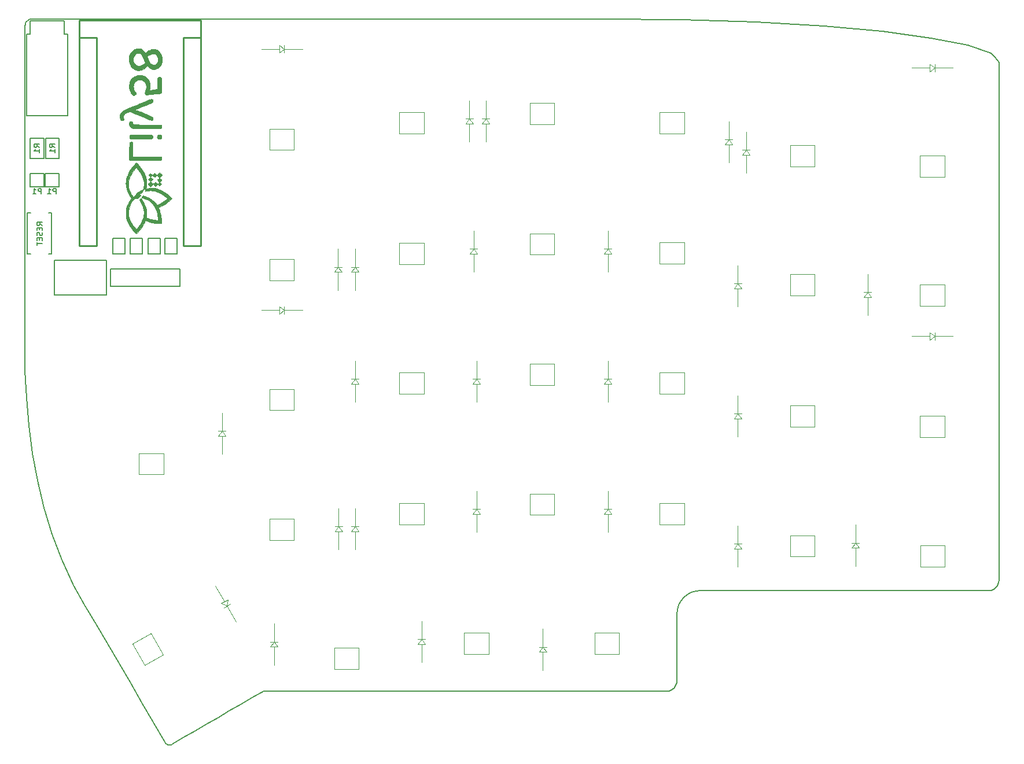
<source format=gbo>
G04 #@! TF.GenerationSoftware,KiCad,Pcbnew,(6.0.1)*
G04 #@! TF.CreationDate,2022-01-24T10:18:44+00:00*
G04 #@! TF.ProjectId,Lily58,4c696c79-3538-42e6-9b69-6361645f7063,rev?*
G04 #@! TF.SameCoordinates,Original*
G04 #@! TF.FileFunction,Legend,Bot*
G04 #@! TF.FilePolarity,Positive*
%FSLAX46Y46*%
G04 Gerber Fmt 4.6, Leading zero omitted, Abs format (unit mm)*
G04 Created by KiCad (PCBNEW (6.0.1)) date 2022-01-24 10:18:44*
%MOMM*%
%LPD*%
G01*
G04 APERTURE LIST*
G04 #@! TA.AperFunction,Profile*
%ADD10C,0.200000*%
G04 #@! TD*
%ADD11C,0.150000*%
%ADD12C,0.120000*%
%ADD13C,0.250000*%
G04 #@! TA.AperFunction,Profile*
%ADD14C,0.120000*%
G04 #@! TD*
%ADD15C,0.010000*%
G04 APERTURE END LIST*
D10*
X104803877Y-37086762D02*
X94400000Y-37086762D01*
X82937528Y-82285296D02*
X82937528Y-75978362D01*
X82937528Y-75978362D02*
X82937528Y-69671429D01*
X82937528Y-88592229D02*
X82937528Y-82285296D01*
X177658308Y-135255660D02*
X177403500Y-135393876D01*
X83776462Y-37108075D02*
X83988210Y-37086762D01*
X93344258Y-125721062D02*
X95019952Y-128587381D01*
X224544152Y-120671952D02*
X224262495Y-120759288D01*
X162080304Y-135511658D02*
X169449826Y-135511658D01*
X225460000Y-71881623D02*
X225460000Y-81363245D01*
X112835230Y-138421062D02*
X114510925Y-137450923D01*
X111159536Y-139391201D02*
X112835230Y-138421062D01*
X94400000Y-37086762D02*
X83988210Y-37086762D01*
X91668563Y-122854742D02*
X93344258Y-125721062D01*
X178319348Y-130379933D02*
X178319348Y-131597973D01*
X89992869Y-119988423D02*
X91668563Y-122854742D01*
X178319348Y-124289735D02*
X178390391Y-123583911D01*
X225459999Y-119289735D02*
X225429552Y-119592231D01*
X136027379Y-37086762D02*
X125619545Y-37086762D01*
X125619545Y-37086762D02*
X115211711Y-37086762D01*
X125232695Y-135511658D02*
X132602217Y-135511658D01*
X225460000Y-100326490D02*
X225460000Y-109808112D01*
X181113524Y-120860778D02*
X181819348Y-120789735D01*
X225204001Y-120128696D02*
X225020912Y-120350648D01*
X225460000Y-109808112D02*
X225460000Y-119289735D01*
X218692418Y-120789735D02*
X223959999Y-120789735D01*
X103714328Y-143322532D02*
X103842470Y-143386445D01*
X225342217Y-119873887D02*
X225204001Y-120128696D01*
X224798960Y-120533736D02*
X224544152Y-120671952D01*
X103491837Y-143088150D02*
X103597295Y-143222884D01*
X208157255Y-120789735D02*
X213424836Y-120789735D01*
X82959523Y-37925015D02*
X83020657Y-37727855D01*
X215525697Y-39885159D02*
X208420758Y-38945561D01*
X224900000Y-42700000D02*
X225460000Y-43436755D01*
X178319348Y-134011658D02*
X178288901Y-134314154D01*
X101722730Y-140052659D02*
X103398425Y-142918979D01*
X225460000Y-43436755D02*
X225460000Y-52918378D01*
X83020657Y-37727855D02*
X83117409Y-37549489D01*
X84020972Y-100690825D02*
X84747083Y-104695246D01*
X225460000Y-62400000D02*
X225460000Y-71881623D01*
X88291758Y-116318073D02*
X89992869Y-119988423D01*
X139971738Y-135511658D02*
X147341260Y-135511658D01*
X178390391Y-123583911D02*
X178594174Y-122926713D01*
X178916678Y-122332160D02*
X179343884Y-121814271D01*
X178319348Y-124289735D02*
X178319348Y-125507775D01*
X208420758Y-38945561D02*
X199807654Y-38170488D01*
X189919538Y-37585374D02*
X178989563Y-37215654D01*
X116186619Y-136480784D02*
X117862313Y-135510645D01*
X156843047Y-37086762D02*
X146435213Y-37086762D01*
X178063349Y-134850619D02*
X177880261Y-135072571D01*
X147341260Y-135511658D02*
X154710782Y-135511658D01*
X177880261Y-135072571D02*
X177658308Y-135255660D01*
X197622092Y-120789735D02*
X202889673Y-120789735D01*
X224262495Y-120759288D02*
X223959999Y-120789735D01*
X104130206Y-143404468D02*
X104288864Y-143357278D01*
X224900000Y-42700000D02*
X224278471Y-42156190D01*
X82937528Y-50750629D02*
X82937528Y-44443695D01*
X82937528Y-44443695D02*
X82937528Y-38136762D01*
X178319348Y-127943854D02*
X178319348Y-129161894D01*
X225429552Y-119592231D02*
X225342217Y-119873887D01*
X132602217Y-135511658D02*
X139971738Y-135511658D01*
X83245570Y-37394123D02*
X83400937Y-37265961D01*
X82937528Y-38136762D02*
X82959523Y-37925015D01*
X220889319Y-40963847D02*
X215525697Y-39885159D01*
X95019952Y-128587381D02*
X96695647Y-131453701D01*
X178319348Y-131597973D02*
X178319348Y-132816013D01*
X225020912Y-120350648D02*
X224798960Y-120533736D01*
X178319348Y-126725814D02*
X178319348Y-127943854D01*
X213424836Y-120789735D02*
X218692418Y-120789735D01*
X178594174Y-122926713D02*
X178916678Y-122332160D01*
X167250881Y-37086762D02*
X156843047Y-37086762D01*
X180456326Y-121064561D02*
X181113524Y-120860778D01*
X83135690Y-92617561D02*
X83490297Y-96657663D01*
X103597295Y-143222884D02*
X103714328Y-143322532D01*
X117862313Y-135510645D02*
X125232695Y-135511658D01*
X109483841Y-140361340D02*
X111159536Y-139391201D01*
X225460000Y-81363245D02*
X225460000Y-90844867D01*
X96695647Y-131453701D02*
X98371341Y-134320020D01*
X115211711Y-37086762D02*
X104803877Y-37086762D01*
X224278471Y-42156190D02*
X220889319Y-40963847D01*
X82937528Y-57057562D02*
X82937528Y-50750629D01*
X202889673Y-120789735D02*
X208157255Y-120789735D01*
X82937528Y-63364495D02*
X82937528Y-57057562D01*
X178288901Y-134314154D02*
X178201565Y-134595810D01*
X103398425Y-142918979D02*
X103491837Y-143088150D01*
X83117409Y-37549489D02*
X83245570Y-37394123D01*
X199807654Y-38170488D02*
X189919538Y-37585374D01*
X192354511Y-120789735D02*
X197622092Y-120789735D01*
X179343884Y-121814271D02*
X179861773Y-121387065D01*
X187086929Y-120789735D02*
X192354511Y-120789735D01*
X178201565Y-134595810D02*
X178063349Y-134850619D01*
X178319348Y-125507775D02*
X178319348Y-126725814D01*
X100047036Y-137186340D02*
X101722730Y-140052659D01*
X178319348Y-132816013D02*
X178319348Y-134011658D01*
X103981252Y-143413974D02*
X104130206Y-143404468D01*
X225460000Y-90844867D02*
X225460000Y-100326490D01*
X104456758Y-143271756D02*
X106132452Y-142301617D01*
X146435213Y-37086762D02*
X136027379Y-37086762D01*
X98371341Y-134320020D02*
X100047036Y-137186340D01*
X178989563Y-37215654D02*
X167250881Y-37086762D01*
X82937528Y-69671429D02*
X82937528Y-63364495D01*
X225460000Y-52918378D02*
X225460000Y-62400000D01*
X103842470Y-143386445D02*
X103981252Y-143413974D01*
X107808147Y-141331479D02*
X109483841Y-140361340D01*
X177121844Y-135481211D02*
X176819348Y-135511658D01*
X154710782Y-135511658D02*
X162080304Y-135511658D01*
X169449826Y-135511658D02*
X176819348Y-135511658D01*
X177403500Y-135393876D02*
X177121844Y-135481211D01*
X104288864Y-143357278D02*
X104456758Y-143271756D01*
X114510925Y-137450923D02*
X116186619Y-136480784D01*
X84747083Y-104695246D02*
X85688004Y-108649127D01*
X86863105Y-112530670D02*
X88291758Y-116318073D01*
X179861773Y-121387065D02*
X180456326Y-121064561D01*
X83579303Y-37169210D02*
X83776462Y-37108075D01*
X85688004Y-108649127D02*
X86863105Y-112530670D01*
X106132452Y-142301617D02*
X107808147Y-141331479D01*
X83400937Y-37265961D02*
X83579303Y-37169210D01*
X83490297Y-96657663D02*
X84020972Y-100690825D01*
X181819348Y-120789735D02*
X187086929Y-120789735D01*
X82937528Y-88592229D02*
X83135690Y-92617561D01*
X178319348Y-129161894D02*
X178319348Y-130379933D01*
D11*
X85061904Y-55905938D02*
X84680952Y-55639272D01*
X85061904Y-55448795D02*
X84261904Y-55448795D01*
X84261904Y-55753557D01*
X84300000Y-55829748D01*
X84338095Y-55867843D01*
X84414285Y-55905938D01*
X84528571Y-55905938D01*
X84604761Y-55867843D01*
X84642857Y-55829748D01*
X84680952Y-55753557D01*
X84680952Y-55448795D01*
X85061904Y-56667843D02*
X85061904Y-56210700D01*
X85061904Y-56439272D02*
X84261904Y-56439272D01*
X84376190Y-56363081D01*
X84452380Y-56286891D01*
X84490476Y-56210700D01*
X87311904Y-55905938D02*
X86930952Y-55639272D01*
X87311904Y-55448795D02*
X86511904Y-55448795D01*
X86511904Y-55753557D01*
X86550000Y-55829748D01*
X86588095Y-55867843D01*
X86664285Y-55905938D01*
X86778571Y-55905938D01*
X86854761Y-55867843D01*
X86892857Y-55829748D01*
X86930952Y-55753557D01*
X86930952Y-55448795D01*
X87311904Y-56667843D02*
X87311904Y-56210700D01*
X87311904Y-56439272D02*
X86511904Y-56439272D01*
X86626190Y-56363081D01*
X86702380Y-56286891D01*
X86740476Y-56210700D01*
X85451904Y-67338095D02*
X85070952Y-67071428D01*
X85451904Y-66880952D02*
X84651904Y-66880952D01*
X84651904Y-67185714D01*
X84690000Y-67261904D01*
X84728095Y-67300000D01*
X84804285Y-67338095D01*
X84918571Y-67338095D01*
X84994761Y-67300000D01*
X85032857Y-67261904D01*
X85070952Y-67185714D01*
X85070952Y-66880952D01*
X85032857Y-67680952D02*
X85032857Y-67947619D01*
X85451904Y-68061904D02*
X85451904Y-67680952D01*
X84651904Y-67680952D01*
X84651904Y-68061904D01*
X85413809Y-68366666D02*
X85451904Y-68480952D01*
X85451904Y-68671428D01*
X85413809Y-68747619D01*
X85375714Y-68785714D01*
X85299523Y-68823809D01*
X85223333Y-68823809D01*
X85147142Y-68785714D01*
X85109047Y-68747619D01*
X85070952Y-68671428D01*
X85032857Y-68519047D01*
X84994761Y-68442857D01*
X84956666Y-68404761D01*
X84880476Y-68366666D01*
X84804285Y-68366666D01*
X84728095Y-68404761D01*
X84690000Y-68442857D01*
X84651904Y-68519047D01*
X84651904Y-68709523D01*
X84690000Y-68823809D01*
X85032857Y-69166666D02*
X85032857Y-69433333D01*
X85451904Y-69547619D02*
X85451904Y-69166666D01*
X84651904Y-69166666D01*
X84651904Y-69547619D01*
X84651904Y-69776190D02*
X84651904Y-70233333D01*
X85451904Y-70004761D02*
X84651904Y-70004761D01*
X87467923Y-62724695D02*
X87467923Y-61911895D01*
X87158285Y-61911895D01*
X87080876Y-61950600D01*
X87042171Y-61989304D01*
X87003466Y-62066714D01*
X87003466Y-62182828D01*
X87042171Y-62260238D01*
X87080876Y-62298942D01*
X87158285Y-62337647D01*
X87467923Y-62337647D01*
X86229371Y-62724695D02*
X86693828Y-62724695D01*
X86461600Y-62724695D02*
X86461600Y-61911895D01*
X86539009Y-62028009D01*
X86616419Y-62105419D01*
X86693828Y-62144123D01*
X85308923Y-62724695D02*
X85308923Y-61911895D01*
X84999285Y-61911895D01*
X84921876Y-61950600D01*
X84883171Y-61989304D01*
X84844466Y-62066714D01*
X84844466Y-62182828D01*
X84883171Y-62260238D01*
X84921876Y-62298942D01*
X84999285Y-62337647D01*
X85308923Y-62337647D01*
X84070371Y-62724695D02*
X84534828Y-62724695D01*
X84302600Y-62724695D02*
X84302600Y-61911895D01*
X84380009Y-62028009D01*
X84457419Y-62105419D01*
X84534828Y-62144123D01*
D12*
X120873000Y-42079000D02*
X120873000Y-40979000D01*
X117498000Y-41529000D02*
X120183000Y-41529000D01*
X120173000Y-42079000D02*
X120173000Y-40979000D01*
X120173000Y-40979000D02*
X120873000Y-41529000D01*
X120873000Y-41529000D02*
X120173000Y-42079000D01*
X123563000Y-41529000D02*
X120873000Y-41529000D01*
X147955000Y-51720000D02*
X148505000Y-52420000D01*
X148505000Y-52420000D02*
X147405000Y-52420000D01*
X147955000Y-55095000D02*
X147955000Y-52410000D01*
X147405000Y-52420000D02*
X147955000Y-51720000D01*
X147955000Y-49030000D02*
X147955000Y-51720000D01*
X148505000Y-51720000D02*
X147405000Y-51720000D01*
X150918000Y-52420000D02*
X149818000Y-52420000D01*
X149818000Y-52420000D02*
X150368000Y-51720000D01*
X150368000Y-49030000D02*
X150368000Y-51720000D01*
X150368000Y-51720000D02*
X150918000Y-52420000D01*
X150918000Y-51720000D02*
X149818000Y-51720000D01*
X150368000Y-55095000D02*
X150368000Y-52410000D01*
X186478000Y-55468000D02*
X185378000Y-55468000D01*
X185378000Y-55468000D02*
X185928000Y-54768000D01*
X185928000Y-52078000D02*
X185928000Y-54768000D01*
X186478000Y-54768000D02*
X185378000Y-54768000D01*
X185928000Y-54768000D02*
X186478000Y-55468000D01*
X185928000Y-58143000D02*
X185928000Y-55458000D01*
X189018000Y-56992000D02*
X187918000Y-56992000D01*
X188468000Y-56292000D02*
X189018000Y-56992000D01*
X189018000Y-56292000D02*
X187918000Y-56292000D01*
X187918000Y-56992000D02*
X188468000Y-56292000D01*
X188468000Y-59667000D02*
X188468000Y-56982000D01*
X188468000Y-53602000D02*
X188468000Y-56292000D01*
X216050000Y-44250000D02*
X215350000Y-44800000D01*
X218740000Y-44250000D02*
X216050000Y-44250000D01*
X215350000Y-43700000D02*
X216050000Y-44250000D01*
X215350000Y-44800000D02*
X215350000Y-43700000D01*
X212675000Y-44250000D02*
X215360000Y-44250000D01*
X216050000Y-44800000D02*
X216050000Y-43700000D01*
X128750000Y-73468750D02*
X129300000Y-74168750D01*
X129300000Y-74168750D02*
X128200000Y-74168750D01*
X129300000Y-73468750D02*
X128200000Y-73468750D01*
X128750000Y-70778750D02*
X128750000Y-73468750D01*
X128200000Y-74168750D02*
X128750000Y-73468750D01*
X128750000Y-76843750D02*
X128750000Y-74158750D01*
X131802540Y-73468750D02*
X130702540Y-73468750D01*
X130702540Y-74168750D02*
X131252540Y-73468750D01*
X131802540Y-74168750D02*
X130702540Y-74168750D01*
X131252540Y-70778750D02*
X131252540Y-73468750D01*
X131252540Y-76843750D02*
X131252540Y-74158750D01*
X131252540Y-73468750D02*
X131802540Y-74168750D01*
X149140000Y-71470000D02*
X148040000Y-71470000D01*
X148590000Y-70770000D02*
X149140000Y-71470000D01*
X148590000Y-68080000D02*
X148590000Y-70770000D01*
X148040000Y-71470000D02*
X148590000Y-70770000D01*
X148590000Y-74145000D02*
X148590000Y-71460000D01*
X149140000Y-70770000D02*
X148040000Y-70770000D01*
X168800000Y-70770000D02*
X167700000Y-70770000D01*
X168250000Y-70770000D02*
X168800000Y-71470000D01*
X167700000Y-71470000D02*
X168250000Y-70770000D01*
X168250000Y-68080000D02*
X168250000Y-70770000D01*
X168250000Y-74145000D02*
X168250000Y-71460000D01*
X168800000Y-71470000D02*
X167700000Y-71470000D01*
X187800000Y-75850000D02*
X186700000Y-75850000D01*
X186700000Y-76550000D02*
X187250000Y-75850000D01*
X187800000Y-76550000D02*
X186700000Y-76550000D01*
X187250000Y-79225000D02*
X187250000Y-76540000D01*
X187250000Y-73160000D02*
X187250000Y-75850000D01*
X187250000Y-75850000D02*
X187800000Y-76550000D01*
X206250000Y-80495000D02*
X206250000Y-77810000D01*
X206250000Y-74430000D02*
X206250000Y-77120000D01*
X206800000Y-77120000D02*
X205700000Y-77120000D01*
X206800000Y-77820000D02*
X205700000Y-77820000D01*
X205700000Y-77820000D02*
X206250000Y-77120000D01*
X206250000Y-77120000D02*
X206800000Y-77820000D01*
X123563000Y-79756000D02*
X120873000Y-79756000D01*
X120873000Y-80306000D02*
X120873000Y-79206000D01*
X120873000Y-79756000D02*
X120173000Y-80306000D01*
X117498000Y-79756000D02*
X120183000Y-79756000D01*
X120173000Y-80306000D02*
X120173000Y-79206000D01*
X120173000Y-79206000D02*
X120873000Y-79756000D01*
X131250000Y-93195000D02*
X131250000Y-90510000D01*
X131800000Y-90520000D02*
X130700000Y-90520000D01*
X131250000Y-89820000D02*
X131800000Y-90520000D01*
X130700000Y-90520000D02*
X131250000Y-89820000D01*
X131250000Y-87130000D02*
X131250000Y-89820000D01*
X131800000Y-89820000D02*
X130700000Y-89820000D01*
X149000000Y-93195000D02*
X149000000Y-90510000D01*
X149550000Y-89820000D02*
X148450000Y-89820000D01*
X148450000Y-90520000D02*
X149000000Y-89820000D01*
X149550000Y-90520000D02*
X148450000Y-90520000D01*
X149000000Y-87130000D02*
X149000000Y-89820000D01*
X149000000Y-89820000D02*
X149550000Y-90520000D01*
X168800000Y-90520000D02*
X167700000Y-90520000D01*
X168800000Y-89820000D02*
X167700000Y-89820000D01*
X168250000Y-89820000D02*
X168800000Y-90520000D01*
X168250000Y-93195000D02*
X168250000Y-90510000D01*
X167700000Y-90520000D02*
X168250000Y-89820000D01*
X168250000Y-87130000D02*
X168250000Y-89820000D01*
X187800000Y-95600000D02*
X186700000Y-95600000D01*
X187800000Y-94900000D02*
X186700000Y-94900000D01*
X187250000Y-94900000D02*
X187800000Y-95600000D01*
X187250000Y-98275000D02*
X187250000Y-95590000D01*
X186700000Y-95600000D02*
X187250000Y-94900000D01*
X187250000Y-92210000D02*
X187250000Y-94900000D01*
X215350000Y-83016000D02*
X216050000Y-83566000D01*
X216050000Y-83566000D02*
X215350000Y-84116000D01*
X212675000Y-83566000D02*
X215360000Y-83566000D01*
X215350000Y-84116000D02*
X215350000Y-83016000D01*
X216050000Y-84116000D02*
X216050000Y-83016000D01*
X218740000Y-83566000D02*
X216050000Y-83566000D01*
X128250000Y-112110000D02*
X128800000Y-111410000D01*
X129350000Y-111410000D02*
X128250000Y-111410000D01*
X128800000Y-111410000D02*
X129350000Y-112110000D01*
X128800000Y-114785000D02*
X128800000Y-112100000D01*
X128800000Y-108720000D02*
X128800000Y-111410000D01*
X129350000Y-112110000D02*
X128250000Y-112110000D01*
X131800000Y-111410000D02*
X130700000Y-111410000D01*
X131800000Y-112110000D02*
X130700000Y-112110000D01*
X131250000Y-111410000D02*
X131800000Y-112110000D01*
X131250000Y-114785000D02*
X131250000Y-112100000D01*
X130700000Y-112110000D02*
X131250000Y-111410000D01*
X131250000Y-108720000D02*
X131250000Y-111410000D01*
X149000000Y-106180000D02*
X149000000Y-108870000D01*
X148450000Y-109570000D02*
X149000000Y-108870000D01*
X149550000Y-108870000D02*
X148450000Y-108870000D01*
X149000000Y-108870000D02*
X149550000Y-109570000D01*
X149550000Y-109570000D02*
X148450000Y-109570000D01*
X149000000Y-112245000D02*
X149000000Y-109560000D01*
X168250000Y-112245000D02*
X168250000Y-109560000D01*
X168250000Y-106180000D02*
X168250000Y-108870000D01*
X168800000Y-109570000D02*
X167700000Y-109570000D01*
X167700000Y-109570000D02*
X168250000Y-108870000D01*
X168250000Y-108870000D02*
X168800000Y-109570000D01*
X168800000Y-108870000D02*
X167700000Y-108870000D01*
X187250000Y-117325000D02*
X187250000Y-114640000D01*
X186700000Y-114650000D02*
X187250000Y-113950000D01*
X187800000Y-113950000D02*
X186700000Y-113950000D01*
X187250000Y-113950000D02*
X187800000Y-114650000D01*
X187800000Y-114650000D02*
X186700000Y-114650000D01*
X187250000Y-111260000D02*
X187250000Y-113950000D01*
X204470000Y-111130000D02*
X204470000Y-113820000D01*
X204470000Y-113820000D02*
X205020000Y-114520000D01*
X203920000Y-114520000D02*
X204470000Y-113820000D01*
X205020000Y-113820000D02*
X203920000Y-113820000D01*
X205020000Y-114520000D02*
X203920000Y-114520000D01*
X204470000Y-117195000D02*
X204470000Y-114510000D01*
X111760000Y-94750000D02*
X111760000Y-97440000D01*
X112310000Y-97440000D02*
X111210000Y-97440000D01*
X112310000Y-98140000D02*
X111210000Y-98140000D01*
X111760000Y-97440000D02*
X112310000Y-98140000D01*
X111760000Y-100815000D02*
X111760000Y-98130000D01*
X111210000Y-98140000D02*
X111760000Y-97440000D01*
X111648686Y-122671891D02*
X112601314Y-122121891D01*
X112601314Y-122121891D02*
X112475000Y-123003109D01*
X111998686Y-123278109D02*
X112951314Y-122728109D01*
X112475000Y-123003109D02*
X111648686Y-122671891D01*
X113820000Y-125332717D02*
X112475000Y-123003109D01*
X110787500Y-120080273D02*
X112130000Y-122405551D01*
X119380000Y-131676000D02*
X119380000Y-128991000D01*
X119930000Y-129001000D02*
X118830000Y-129001000D01*
X119930000Y-128301000D02*
X118830000Y-128301000D01*
X119380000Y-128301000D02*
X119930000Y-129001000D01*
X119380000Y-125611000D02*
X119380000Y-128301000D01*
X118830000Y-129001000D02*
X119380000Y-128301000D01*
X140970000Y-125230000D02*
X140970000Y-127920000D01*
X140970000Y-127920000D02*
X141520000Y-128620000D01*
X141520000Y-128620000D02*
X140420000Y-128620000D01*
X140970000Y-131295000D02*
X140970000Y-128610000D01*
X141520000Y-127920000D02*
X140420000Y-127920000D01*
X140420000Y-128620000D02*
X140970000Y-127920000D01*
X158700000Y-126370000D02*
X158700000Y-129060000D01*
X158700000Y-129060000D02*
X159250000Y-129760000D01*
X158150000Y-129760000D02*
X158700000Y-129060000D01*
X159250000Y-129760000D02*
X158150000Y-129760000D01*
X159250000Y-129060000D02*
X158150000Y-129060000D01*
X158700000Y-132435000D02*
X158700000Y-129750000D01*
D11*
X85688035Y-54539272D02*
X85688035Y-57539272D01*
X83688035Y-54539272D02*
X85688035Y-54539272D01*
X85688035Y-57539272D02*
X83688035Y-57539272D01*
X83688035Y-57539272D02*
X83688035Y-54539272D01*
X87938035Y-57539272D02*
X85938035Y-57539272D01*
X87938035Y-54539272D02*
X87938035Y-57539272D01*
X85938035Y-54539272D02*
X87938035Y-54539272D01*
X85938035Y-57539272D02*
X85938035Y-54539272D01*
X83650000Y-39300000D02*
X83650000Y-37400000D01*
X83150000Y-39300000D02*
X83650000Y-39300000D01*
X83150000Y-51300000D02*
X83150000Y-39300000D01*
X88650000Y-39300000D02*
X88650000Y-37400000D01*
X89150000Y-39300000D02*
X89150000Y-51300000D01*
X83700000Y-37400000D02*
X88650000Y-37400000D01*
X89150000Y-51300000D02*
X83150000Y-51300000D01*
X89150000Y-39300000D02*
X88650000Y-39300000D01*
X86790000Y-71500000D02*
X86390000Y-71500000D01*
X83290000Y-71500000D02*
X83290000Y-65600000D01*
X86790000Y-65500000D02*
X86790000Y-71500000D01*
X86790000Y-65500000D02*
X86390000Y-65500000D01*
X83290000Y-65500000D02*
X83790000Y-65500000D01*
X83290000Y-71500000D02*
X83790000Y-71500000D01*
X83290000Y-71500000D02*
X83290000Y-65500000D01*
X108690000Y-39860000D02*
X108690000Y-70340000D01*
D13*
X93450000Y-39860000D02*
X93450000Y-70340000D01*
X108690000Y-37320000D02*
X108690000Y-70340000D01*
D11*
X90910000Y-70340000D02*
X90910000Y-39860000D01*
D13*
X106150000Y-39860000D02*
X108690000Y-39860000D01*
X93450000Y-70340000D02*
X90910000Y-70340000D01*
X90910000Y-37320000D02*
X108690000Y-37320000D01*
X90910000Y-70340000D02*
X90910000Y-37320000D01*
X90910000Y-39860000D02*
X93450000Y-39860000D01*
X106150000Y-70340000D02*
X106150000Y-39860000D01*
X108690000Y-70340000D02*
X106150000Y-70340000D01*
D11*
X95430000Y-76270000D02*
X95430000Y-73730000D01*
X105590000Y-76270000D02*
X95430000Y-76270000D01*
X105590000Y-73730000D02*
X105590000Y-76270000D01*
X95430000Y-73730000D02*
X105590000Y-73730000D01*
X94833973Y-77533759D02*
X87213973Y-77533759D01*
X87213973Y-72453759D02*
X94833973Y-72453759D01*
X87213973Y-77533759D02*
X87213973Y-72453759D01*
X94833973Y-72453759D02*
X94833973Y-77533759D01*
D14*
X175800000Y-50800000D02*
X175800000Y-53900000D01*
X179400000Y-50800000D02*
X175800000Y-50800000D01*
X175800000Y-53900000D02*
X179400000Y-53900000D01*
X179400000Y-53900000D02*
X179400000Y-50800000D01*
X98644040Y-128591154D02*
X100444040Y-131708846D01*
X103128718Y-130158846D02*
X101328718Y-127041154D01*
X101328718Y-127041154D02*
X98644040Y-128591154D01*
X100444040Y-131708846D02*
X103128718Y-130158846D01*
X122300000Y-53200000D02*
X118700000Y-53200000D01*
X122300000Y-56300000D02*
X122300000Y-53200000D01*
X118700000Y-56300000D02*
X122300000Y-56300000D01*
X118700000Y-53200000D02*
X118700000Y-56300000D01*
X175800000Y-111100000D02*
X179400000Y-111100000D01*
X175800000Y-108000000D02*
X175800000Y-111100000D01*
X179400000Y-108000000D02*
X175800000Y-108000000D01*
X179400000Y-111100000D02*
X179400000Y-108000000D01*
X150800000Y-126950000D02*
X147200000Y-126950000D01*
X147200000Y-130050000D02*
X150800000Y-130050000D01*
X147200000Y-126950000D02*
X147200000Y-130050000D01*
X150800000Y-130050000D02*
X150800000Y-126950000D01*
D11*
X87900000Y-59700000D02*
X87900000Y-61700000D01*
X87900000Y-61700000D02*
X85900000Y-61700000D01*
X85900000Y-61700000D02*
X85900000Y-59700000D01*
X85900000Y-59700000D02*
X87900000Y-59700000D01*
D14*
X103200000Y-103800000D02*
X103200000Y-100700000D01*
X99600000Y-103800000D02*
X103200000Y-103800000D01*
X99600000Y-100700000D02*
X99600000Y-103800000D01*
X103200000Y-100700000D02*
X99600000Y-100700000D01*
X122300000Y-72300000D02*
X118700000Y-72300000D01*
X118700000Y-72300000D02*
X118700000Y-75400000D01*
X122300000Y-75400000D02*
X122300000Y-72300000D01*
X118700000Y-75400000D02*
X122300000Y-75400000D01*
X160400000Y-90700000D02*
X160400000Y-87600000D01*
X160400000Y-87600000D02*
X156800000Y-87600000D01*
X156800000Y-90700000D02*
X160400000Y-90700000D01*
X156800000Y-87600000D02*
X156800000Y-90700000D01*
X217500000Y-76000000D02*
X213900000Y-76000000D01*
X213900000Y-76000000D02*
X213900000Y-79100000D01*
X213900000Y-79100000D02*
X217500000Y-79100000D01*
X217500000Y-79100000D02*
X217500000Y-76000000D01*
X213900000Y-60200000D02*
X217500000Y-60200000D01*
X217500000Y-60200000D02*
X217500000Y-57100000D01*
X213900000Y-57100000D02*
X213900000Y-60200000D01*
X217500000Y-57100000D02*
X213900000Y-57100000D01*
X194900000Y-93700000D02*
X194900000Y-96800000D01*
X198500000Y-96800000D02*
X198500000Y-93700000D01*
X194900000Y-96800000D02*
X198500000Y-96800000D01*
X198500000Y-93700000D02*
X194900000Y-93700000D01*
X160400000Y-106600000D02*
X156800000Y-106600000D01*
X156800000Y-109700000D02*
X160400000Y-109700000D01*
X156800000Y-106600000D02*
X156800000Y-109700000D01*
X160400000Y-109700000D02*
X160400000Y-106600000D01*
X194900000Y-74500000D02*
X194900000Y-77600000D01*
X194900000Y-77600000D02*
X198500000Y-77600000D01*
X198500000Y-74500000D02*
X194900000Y-74500000D01*
X198500000Y-77600000D02*
X198500000Y-74500000D01*
X156800000Y-49410000D02*
X156800000Y-52510000D01*
X160400000Y-49410000D02*
X156800000Y-49410000D01*
X160400000Y-52510000D02*
X160400000Y-49410000D01*
X156800000Y-52510000D02*
X160400000Y-52510000D01*
X217500000Y-95200000D02*
X213900000Y-95200000D01*
X213900000Y-95200000D02*
X213900000Y-98300000D01*
X213900000Y-98300000D02*
X217500000Y-98300000D01*
X217500000Y-98300000D02*
X217500000Y-95200000D01*
X141300000Y-111100000D02*
X141300000Y-108000000D01*
X137700000Y-108000000D02*
X137700000Y-111100000D01*
X137700000Y-111100000D02*
X141300000Y-111100000D01*
X141300000Y-108000000D02*
X137700000Y-108000000D01*
X137700000Y-92000000D02*
X141300000Y-92000000D01*
X137700000Y-88900000D02*
X137700000Y-92000000D01*
X141300000Y-88900000D02*
X137700000Y-88900000D01*
X141300000Y-92000000D02*
X141300000Y-88900000D01*
X198500000Y-55600000D02*
X194900000Y-55600000D01*
X194900000Y-58700000D02*
X198500000Y-58700000D01*
X194900000Y-55600000D02*
X194900000Y-58700000D01*
X198500000Y-58700000D02*
X198500000Y-55600000D01*
X137700000Y-73000000D02*
X141300000Y-73000000D01*
X141300000Y-73000000D02*
X141300000Y-69900000D01*
X137700000Y-69900000D02*
X137700000Y-73000000D01*
X141300000Y-69900000D02*
X137700000Y-69900000D01*
X169900000Y-126950000D02*
X166300000Y-126950000D01*
X169900000Y-130050000D02*
X169900000Y-126950000D01*
X166300000Y-130050000D02*
X169900000Y-130050000D01*
X166300000Y-126950000D02*
X166300000Y-130050000D01*
X198500000Y-112700000D02*
X194900000Y-112700000D01*
X194900000Y-115800000D02*
X198500000Y-115800000D01*
X198500000Y-115800000D02*
X198500000Y-112700000D01*
X194900000Y-112700000D02*
X194900000Y-115800000D01*
X213950000Y-114200000D02*
X213950000Y-117300000D01*
X217550000Y-117300000D02*
X217550000Y-114200000D01*
X213950000Y-117300000D02*
X217550000Y-117300000D01*
X217550000Y-114200000D02*
X213950000Y-114200000D01*
D11*
X85700000Y-59700000D02*
X85700000Y-61700000D01*
X85700000Y-61700000D02*
X83700000Y-61700000D01*
X83700000Y-59700000D02*
X85700000Y-59700000D01*
X83700000Y-61700000D02*
X83700000Y-59700000D01*
D14*
X128200000Y-132300000D02*
X131800000Y-132300000D01*
X128200000Y-129200000D02*
X128200000Y-132300000D01*
X131800000Y-129200000D02*
X128200000Y-129200000D01*
X131800000Y-132300000D02*
X131800000Y-129200000D01*
X175800000Y-72900000D02*
X179400000Y-72900000D01*
X175800000Y-69800000D02*
X175800000Y-72900000D01*
X179400000Y-69800000D02*
X175800000Y-69800000D01*
X179400000Y-72900000D02*
X179400000Y-69800000D01*
X118700000Y-91300000D02*
X118700000Y-94400000D01*
X118700000Y-94400000D02*
X122300000Y-94400000D01*
X122300000Y-94400000D02*
X122300000Y-91300000D01*
X122300000Y-91300000D02*
X118700000Y-91300000D01*
X122300000Y-113400000D02*
X122300000Y-110300000D01*
X122300000Y-110300000D02*
X118700000Y-110300000D01*
X118700000Y-113400000D02*
X122300000Y-113400000D01*
X118700000Y-110300000D02*
X118700000Y-113400000D01*
X137700000Y-50800000D02*
X137700000Y-53900000D01*
X141300000Y-53900000D02*
X141300000Y-50800000D01*
X141300000Y-50800000D02*
X137700000Y-50800000D01*
X137700000Y-53900000D02*
X141300000Y-53900000D01*
X156800000Y-71600000D02*
X160400000Y-71600000D01*
X160400000Y-71600000D02*
X160400000Y-68500000D01*
X160400000Y-68500000D02*
X156800000Y-68500000D01*
X156800000Y-68500000D02*
X156800000Y-71600000D01*
X179400000Y-92000000D02*
X179400000Y-88900000D01*
X179400000Y-88900000D02*
X175800000Y-88900000D01*
X175800000Y-88900000D02*
X175800000Y-92000000D01*
X175800000Y-92000000D02*
X179400000Y-92000000D01*
D11*
X105189000Y-71543000D02*
X105189000Y-69257000D01*
X103411000Y-69257000D02*
X103411000Y-71543000D01*
X105189000Y-69257000D02*
X103411000Y-69257000D01*
X103411000Y-71543000D02*
X105189000Y-71543000D01*
X100911000Y-71543000D02*
X102689000Y-71543000D01*
X102689000Y-69257000D02*
X100911000Y-69257000D01*
X102689000Y-71543000D02*
X102689000Y-69257000D01*
X100911000Y-69257000D02*
X100911000Y-71543000D01*
X98311000Y-69257000D02*
X98311000Y-71543000D01*
X98311000Y-71543000D02*
X100089000Y-71543000D01*
X100089000Y-71543000D02*
X100089000Y-69257000D01*
X100089000Y-69257000D02*
X98311000Y-69257000D01*
X95811000Y-69257000D02*
X95811000Y-71543000D01*
X95811000Y-71543000D02*
X97589000Y-71543000D01*
X97589000Y-69257000D02*
X95811000Y-69257000D01*
X97589000Y-71543000D02*
X97589000Y-69257000D01*
D15*
X102609585Y-61003312D02*
X102483209Y-61128368D01*
X102483209Y-61128368D02*
X102425274Y-61188225D01*
X102425274Y-61188225D02*
X102381318Y-61238447D01*
X102381318Y-61238447D02*
X102358503Y-61270671D01*
X102358503Y-61270671D02*
X102356834Y-61275978D01*
X102356834Y-61275978D02*
X102370960Y-61300868D01*
X102370960Y-61300868D02*
X102408235Y-61345695D01*
X102408235Y-61345695D02*
X102461006Y-61401356D01*
X102461006Y-61401356D02*
X102468624Y-61408932D01*
X102468624Y-61408932D02*
X102525496Y-61462459D01*
X102525496Y-61462459D02*
X102572268Y-61501688D01*
X102572268Y-61501688D02*
X102599853Y-61519072D01*
X102599853Y-61519072D02*
X102601579Y-61519334D01*
X102601579Y-61519334D02*
X102625265Y-61505197D01*
X102625265Y-61505197D02*
X102669877Y-61467552D01*
X102669877Y-61467552D02*
X102727146Y-61413544D01*
X102727146Y-61413544D02*
X102747799Y-61392958D01*
X102747799Y-61392958D02*
X102872856Y-61266583D01*
X102872856Y-61266583D02*
X102609585Y-61003312D01*
X102609585Y-61003312D02*
X102609585Y-61003312D01*
G36*
X102872856Y-61266583D02*
G01*
X102747799Y-61392958D01*
X102727146Y-61413544D01*
X102669877Y-61467552D01*
X102625265Y-61505197D01*
X102601579Y-61519334D01*
X102599853Y-61519072D01*
X102572268Y-61501688D01*
X102525496Y-61462459D01*
X102468624Y-61408932D01*
X102461006Y-61401356D01*
X102408235Y-61345695D01*
X102370960Y-61300868D01*
X102356834Y-61275978D01*
X102358503Y-61270671D01*
X102381318Y-61238447D01*
X102425274Y-61188225D01*
X102483209Y-61128368D01*
X102609585Y-61003312D01*
X102872856Y-61266583D01*
G37*
X102872856Y-61266583D02*
X102747799Y-61392958D01*
X102727146Y-61413544D01*
X102669877Y-61467552D01*
X102625265Y-61505197D01*
X102601579Y-61519334D01*
X102599853Y-61519072D01*
X102572268Y-61501688D01*
X102525496Y-61462459D01*
X102468624Y-61408932D01*
X102461006Y-61401356D01*
X102408235Y-61345695D01*
X102370960Y-61300868D01*
X102356834Y-61275978D01*
X102358503Y-61270671D01*
X102381318Y-61238447D01*
X102425274Y-61188225D01*
X102483209Y-61128368D01*
X102609585Y-61003312D01*
X102872856Y-61266583D01*
X101643946Y-61251758D02*
X101605703Y-61207277D01*
X101605703Y-61207277D02*
X101550983Y-61148907D01*
X101550983Y-61148907D02*
X101487165Y-61083992D01*
X101487165Y-61083992D02*
X101421628Y-61019875D01*
X101421628Y-61019875D02*
X101361753Y-60963898D01*
X101361753Y-60963898D02*
X101314917Y-60923405D01*
X101314917Y-60923405D02*
X101288499Y-60905738D01*
X101288499Y-60905738D02*
X101287008Y-60905500D01*
X101287008Y-60905500D02*
X101263758Y-60919888D01*
X101263758Y-60919888D02*
X101219277Y-60958132D01*
X101219277Y-60958132D02*
X101160907Y-61012852D01*
X101160907Y-61012852D02*
X101095992Y-61076670D01*
X101095992Y-61076670D02*
X101031875Y-61142206D01*
X101031875Y-61142206D02*
X100975898Y-61202082D01*
X100975898Y-61202082D02*
X100935405Y-61248918D01*
X100935405Y-61248918D02*
X100917738Y-61275335D01*
X100917738Y-61275335D02*
X100917500Y-61276827D01*
X100917500Y-61276827D02*
X100931709Y-61299302D01*
X100931709Y-61299302D02*
X100970335Y-61344522D01*
X100970335Y-61344522D02*
X101027375Y-61405790D01*
X101027375Y-61405790D02*
X101092568Y-61472176D01*
X101092568Y-61472176D02*
X101163188Y-61540718D01*
X101163188Y-61540718D02*
X101224001Y-61596564D01*
X101224001Y-61596564D02*
X101268279Y-61633743D01*
X101268279Y-61633743D02*
X101288827Y-61646334D01*
X101288827Y-61646334D02*
X101312076Y-61631946D01*
X101312076Y-61631946D02*
X101356558Y-61593703D01*
X101356558Y-61593703D02*
X101414927Y-61538983D01*
X101414927Y-61538983D02*
X101479842Y-61475165D01*
X101479842Y-61475165D02*
X101543959Y-61409628D01*
X101543959Y-61409628D02*
X101599936Y-61349753D01*
X101599936Y-61349753D02*
X101640429Y-61302917D01*
X101640429Y-61302917D02*
X101658096Y-61276499D01*
X101658096Y-61276499D02*
X101658334Y-61275008D01*
X101658334Y-61275008D02*
X101643946Y-61251758D01*
X101643946Y-61251758D02*
X101643946Y-61251758D01*
G36*
X101288499Y-60905738D02*
G01*
X101314917Y-60923405D01*
X101361753Y-60963898D01*
X101421628Y-61019875D01*
X101487165Y-61083992D01*
X101550983Y-61148907D01*
X101605703Y-61207277D01*
X101643946Y-61251758D01*
X101658334Y-61275008D01*
X101658096Y-61276499D01*
X101640429Y-61302917D01*
X101599936Y-61349753D01*
X101543959Y-61409628D01*
X101479842Y-61475165D01*
X101414927Y-61538983D01*
X101356558Y-61593703D01*
X101312076Y-61631946D01*
X101288827Y-61646334D01*
X101268279Y-61633743D01*
X101224001Y-61596564D01*
X101163188Y-61540718D01*
X101092568Y-61472176D01*
X101027375Y-61405790D01*
X100970335Y-61344522D01*
X100931709Y-61299302D01*
X100917500Y-61276827D01*
X100917738Y-61275335D01*
X100935405Y-61248918D01*
X100975898Y-61202082D01*
X101031875Y-61142206D01*
X101095992Y-61076670D01*
X101160907Y-61012852D01*
X101219277Y-60958132D01*
X101263758Y-60919888D01*
X101287008Y-60905500D01*
X101288499Y-60905738D01*
G37*
X101288499Y-60905738D02*
X101314917Y-60923405D01*
X101361753Y-60963898D01*
X101421628Y-61019875D01*
X101487165Y-61083992D01*
X101550983Y-61148907D01*
X101605703Y-61207277D01*
X101643946Y-61251758D01*
X101658334Y-61275008D01*
X101658096Y-61276499D01*
X101640429Y-61302917D01*
X101599936Y-61349753D01*
X101543959Y-61409628D01*
X101479842Y-61475165D01*
X101414927Y-61538983D01*
X101356558Y-61593703D01*
X101312076Y-61631946D01*
X101288827Y-61646334D01*
X101268279Y-61633743D01*
X101224001Y-61596564D01*
X101163188Y-61540718D01*
X101092568Y-61472176D01*
X101027375Y-61405790D01*
X100970335Y-61344522D01*
X100931709Y-61299302D01*
X100917500Y-61276827D01*
X100917738Y-61275335D01*
X100935405Y-61248918D01*
X100975898Y-61202082D01*
X101031875Y-61142206D01*
X101095992Y-61076670D01*
X101160907Y-61012852D01*
X101219277Y-60958132D01*
X101263758Y-60919888D01*
X101287008Y-60905500D01*
X101288499Y-60905738D01*
X102956280Y-59939425D02*
X102918036Y-59894943D01*
X102918036Y-59894943D02*
X102863316Y-59836574D01*
X102863316Y-59836574D02*
X102799498Y-59771659D01*
X102799498Y-59771659D02*
X102733962Y-59707542D01*
X102733962Y-59707542D02*
X102674086Y-59651565D01*
X102674086Y-59651565D02*
X102627250Y-59611072D01*
X102627250Y-59611072D02*
X102600833Y-59593405D01*
X102600833Y-59593405D02*
X102599341Y-59593167D01*
X102599341Y-59593167D02*
X102576091Y-59607555D01*
X102576091Y-59607555D02*
X102531610Y-59645798D01*
X102531610Y-59645798D02*
X102473241Y-59700518D01*
X102473241Y-59700518D02*
X102408326Y-59764336D01*
X102408326Y-59764336D02*
X102344208Y-59829873D01*
X102344208Y-59829873D02*
X102288232Y-59889748D01*
X102288232Y-59889748D02*
X102247738Y-59936584D01*
X102247738Y-59936584D02*
X102230071Y-59963002D01*
X102230071Y-59963002D02*
X102229834Y-59964493D01*
X102229834Y-59964493D02*
X102244043Y-59986968D01*
X102244043Y-59986968D02*
X102282668Y-60032189D01*
X102282668Y-60032189D02*
X102339709Y-60093457D01*
X102339709Y-60093457D02*
X102404901Y-60159843D01*
X102404901Y-60159843D02*
X102475521Y-60228385D01*
X102475521Y-60228385D02*
X102536334Y-60284231D01*
X102536334Y-60284231D02*
X102580612Y-60321409D01*
X102580612Y-60321409D02*
X102601160Y-60334000D01*
X102601160Y-60334000D02*
X102624410Y-60319613D01*
X102624410Y-60319613D02*
X102668891Y-60281369D01*
X102668891Y-60281369D02*
X102727260Y-60226649D01*
X102727260Y-60226649D02*
X102792175Y-60162831D01*
X102792175Y-60162831D02*
X102856293Y-60097295D01*
X102856293Y-60097295D02*
X102912269Y-60037419D01*
X102912269Y-60037419D02*
X102952763Y-59990583D01*
X102952763Y-59990583D02*
X102970430Y-59964166D01*
X102970430Y-59964166D02*
X102970667Y-59962674D01*
X102970667Y-59962674D02*
X102956280Y-59939425D01*
X102956280Y-59939425D02*
X102956280Y-59939425D01*
G36*
X102600833Y-59593405D02*
G01*
X102627250Y-59611072D01*
X102674086Y-59651565D01*
X102733962Y-59707542D01*
X102799498Y-59771659D01*
X102863316Y-59836574D01*
X102918036Y-59894943D01*
X102956280Y-59939425D01*
X102970667Y-59962674D01*
X102970430Y-59964166D01*
X102952763Y-59990583D01*
X102912269Y-60037419D01*
X102856293Y-60097295D01*
X102792175Y-60162831D01*
X102727260Y-60226649D01*
X102668891Y-60281369D01*
X102624410Y-60319613D01*
X102601160Y-60334000D01*
X102580612Y-60321409D01*
X102536334Y-60284231D01*
X102475521Y-60228385D01*
X102404901Y-60159843D01*
X102339709Y-60093457D01*
X102282668Y-60032189D01*
X102244043Y-59986968D01*
X102229834Y-59964493D01*
X102230071Y-59963002D01*
X102247738Y-59936584D01*
X102288232Y-59889748D01*
X102344208Y-59829873D01*
X102408326Y-59764336D01*
X102473241Y-59700518D01*
X102531610Y-59645798D01*
X102576091Y-59607555D01*
X102599341Y-59593167D01*
X102600833Y-59593405D01*
G37*
X102600833Y-59593405D02*
X102627250Y-59611072D01*
X102674086Y-59651565D01*
X102733962Y-59707542D01*
X102799498Y-59771659D01*
X102863316Y-59836574D01*
X102918036Y-59894943D01*
X102956280Y-59939425D01*
X102970667Y-59962674D01*
X102970430Y-59964166D01*
X102952763Y-59990583D01*
X102912269Y-60037419D01*
X102856293Y-60097295D01*
X102792175Y-60162831D01*
X102727260Y-60226649D01*
X102668891Y-60281369D01*
X102624410Y-60319613D01*
X102601160Y-60334000D01*
X102580612Y-60321409D01*
X102536334Y-60284231D01*
X102475521Y-60228385D01*
X102404901Y-60159843D01*
X102339709Y-60093457D01*
X102282668Y-60032189D01*
X102244043Y-59986968D01*
X102229834Y-59964493D01*
X102230071Y-59963002D01*
X102247738Y-59936584D01*
X102288232Y-59889748D01*
X102344208Y-59829873D01*
X102408326Y-59764336D01*
X102473241Y-59700518D01*
X102531610Y-59645798D01*
X102576091Y-59607555D01*
X102599341Y-59593167D01*
X102600833Y-59593405D01*
X101516378Y-59934627D02*
X101477945Y-59889853D01*
X101477945Y-59889853D02*
X101425689Y-59837020D01*
X101425689Y-59837020D02*
X101369263Y-59785278D01*
X101369263Y-59785278D02*
X101318319Y-59743775D01*
X101318319Y-59743775D02*
X101282511Y-59721657D01*
X101282511Y-59721657D02*
X101275945Y-59720167D01*
X101275945Y-59720167D02*
X101247097Y-59734535D01*
X101247097Y-59734535D02*
X101200271Y-59771449D01*
X101200271Y-59771449D02*
X101145048Y-59821623D01*
X101145048Y-59821623D02*
X101091010Y-59875772D01*
X101091010Y-59875772D02*
X101047738Y-59924613D01*
X101047738Y-59924613D02*
X101024812Y-59958859D01*
X101024812Y-59958859D02*
X101023334Y-59964972D01*
X101023334Y-59964972D02*
X101037442Y-59989195D01*
X101037442Y-59989195D02*
X101074674Y-60033506D01*
X101074674Y-60033506D02*
X101127392Y-60088911D01*
X101127392Y-60088911D02*
X101135124Y-60096599D01*
X101135124Y-60096599D02*
X101193640Y-60150381D01*
X101193640Y-60150381D02*
X101244119Y-60189670D01*
X101244119Y-60189670D02*
X101276588Y-60206798D01*
X101276588Y-60206798D02*
X101278722Y-60207000D01*
X101278722Y-60207000D02*
X101307571Y-60192633D01*
X101307571Y-60192633D02*
X101354397Y-60155719D01*
X101354397Y-60155719D02*
X101409619Y-60105545D01*
X101409619Y-60105545D02*
X101463657Y-60051395D01*
X101463657Y-60051395D02*
X101506930Y-60002555D01*
X101506930Y-60002555D02*
X101529856Y-59968309D01*
X101529856Y-59968309D02*
X101531334Y-59962195D01*
X101531334Y-59962195D02*
X101516378Y-59934627D01*
X101516378Y-59934627D02*
X101516378Y-59934627D01*
G36*
X101282511Y-59721657D02*
G01*
X101318319Y-59743775D01*
X101369263Y-59785278D01*
X101425689Y-59837020D01*
X101477945Y-59889853D01*
X101516378Y-59934627D01*
X101531334Y-59962195D01*
X101529856Y-59968309D01*
X101506930Y-60002555D01*
X101463657Y-60051395D01*
X101409619Y-60105545D01*
X101354397Y-60155719D01*
X101307571Y-60192633D01*
X101278722Y-60207000D01*
X101276588Y-60206798D01*
X101244119Y-60189670D01*
X101193640Y-60150381D01*
X101135124Y-60096599D01*
X101127392Y-60088911D01*
X101074674Y-60033506D01*
X101037442Y-59989195D01*
X101023334Y-59964972D01*
X101024812Y-59958859D01*
X101047738Y-59924613D01*
X101091010Y-59875772D01*
X101145048Y-59821623D01*
X101200271Y-59771449D01*
X101247097Y-59734535D01*
X101275945Y-59720167D01*
X101282511Y-59721657D01*
G37*
X101282511Y-59721657D02*
X101318319Y-59743775D01*
X101369263Y-59785278D01*
X101425689Y-59837020D01*
X101477945Y-59889853D01*
X101516378Y-59934627D01*
X101531334Y-59962195D01*
X101529856Y-59968309D01*
X101506930Y-60002555D01*
X101463657Y-60051395D01*
X101409619Y-60105545D01*
X101354397Y-60155719D01*
X101307571Y-60192633D01*
X101278722Y-60207000D01*
X101276588Y-60206798D01*
X101244119Y-60189670D01*
X101193640Y-60150381D01*
X101135124Y-60096599D01*
X101127392Y-60088911D01*
X101074674Y-60033506D01*
X101037442Y-59989195D01*
X101023334Y-59964972D01*
X101024812Y-59958859D01*
X101047738Y-59924613D01*
X101091010Y-59875772D01*
X101145048Y-59821623D01*
X101200271Y-59771449D01*
X101247097Y-59734535D01*
X101275945Y-59720167D01*
X101282511Y-59721657D01*
X102955361Y-42821871D02*
X102943007Y-42674750D01*
X102943007Y-42674750D02*
X102919533Y-42544717D01*
X102919533Y-42544717D02*
X102882290Y-42419349D01*
X102882290Y-42419349D02*
X102828627Y-42286225D01*
X102828627Y-42286225D02*
X102789062Y-42200830D01*
X102789062Y-42200830D02*
X102676329Y-42010136D01*
X102676329Y-42010136D02*
X102535887Y-41847344D01*
X102535887Y-41847344D02*
X102371699Y-41715672D01*
X102371699Y-41715672D02*
X102187726Y-41618336D01*
X102187726Y-41618336D02*
X102001250Y-41561220D01*
X102001250Y-41561220D02*
X101857081Y-41542671D01*
X101857081Y-41542671D02*
X101694458Y-41539783D01*
X101694458Y-41539783D02*
X101534107Y-41552186D01*
X101534107Y-41552186D02*
X101426853Y-41571526D01*
X101426853Y-41571526D02*
X101308956Y-41608083D01*
X101308956Y-41608083D02*
X101174896Y-41662872D01*
X101174896Y-41662872D02*
X101033649Y-41730899D01*
X101033649Y-41730899D02*
X100894188Y-41807171D01*
X100894188Y-41807171D02*
X100765490Y-41886696D01*
X100765490Y-41886696D02*
X100656527Y-41964480D01*
X100656527Y-41964480D02*
X100576276Y-42035530D01*
X100576276Y-42035530D02*
X100559936Y-42053824D01*
X100559936Y-42053824D02*
X100541704Y-42069812D01*
X100541704Y-42069812D02*
X100522699Y-42065384D01*
X100522699Y-42065384D02*
X100495672Y-42035244D01*
X100495672Y-42035244D02*
X100455802Y-41977729D01*
X100455802Y-41977729D02*
X100377356Y-41874769D01*
X100377356Y-41874769D02*
X100280536Y-41769136D01*
X100280536Y-41769136D02*
X100176341Y-41671407D01*
X100176341Y-41671407D02*
X100075769Y-41592156D01*
X100075769Y-41592156D02*
X100015725Y-41554572D01*
X100015725Y-41554572D02*
X99828407Y-41477023D01*
X99828407Y-41477023D02*
X99629801Y-41437476D01*
X99629801Y-41437476D02*
X99425343Y-41435045D01*
X99425343Y-41435045D02*
X99220469Y-41468842D01*
X99220469Y-41468842D02*
X99020612Y-41537979D01*
X99020612Y-41537979D02*
X98831208Y-41641569D01*
X98831208Y-41641569D02*
X98660757Y-41775857D01*
X98660757Y-41775857D02*
X98493745Y-41960172D01*
X98493745Y-41960172D02*
X98358182Y-42171220D01*
X98358182Y-42171220D02*
X98255641Y-42405745D01*
X98255641Y-42405745D02*
X98187696Y-42660488D01*
X98187696Y-42660488D02*
X98166617Y-42799347D01*
X98166617Y-42799347D02*
X98154550Y-42915731D01*
X98154550Y-42915731D02*
X98149035Y-43008978D01*
X98149035Y-43008978D02*
X98150179Y-43096053D01*
X98150179Y-43096053D02*
X98158093Y-43193920D01*
X98158093Y-43193920D02*
X98169797Y-43294834D01*
X98169797Y-43294834D02*
X98214880Y-43523311D01*
X98214880Y-43523311D02*
X98290793Y-43747264D01*
X98290793Y-43747264D02*
X98393097Y-43957031D01*
X98393097Y-43957031D02*
X98517351Y-44142952D01*
X98517351Y-44142952D02*
X98606723Y-44245356D01*
X98606723Y-44245356D02*
X98785697Y-44400412D01*
X98785697Y-44400412D02*
X98979626Y-44517696D01*
X98979626Y-44517696D02*
X99184897Y-44597478D01*
X99184897Y-44597478D02*
X99397896Y-44640030D01*
X99397896Y-44640030D02*
X99584450Y-44644834D01*
X99584450Y-44644834D02*
X99584450Y-43990783D01*
X99584450Y-43990783D02*
X99412345Y-43965882D01*
X99412345Y-43965882D02*
X99247341Y-43902508D01*
X99247341Y-43902508D02*
X99092812Y-43800164D01*
X99092812Y-43800164D02*
X99047072Y-43759988D01*
X99047072Y-43759988D02*
X98915876Y-43609205D01*
X98915876Y-43609205D02*
X98819536Y-43437160D01*
X98819536Y-43437160D02*
X98759454Y-43248535D01*
X98759454Y-43248535D02*
X98737031Y-43048009D01*
X98737031Y-43048009D02*
X98753670Y-42840263D01*
X98753670Y-42840263D02*
X98760653Y-42803751D01*
X98760653Y-42803751D02*
X98805561Y-42657483D01*
X98805561Y-42657483D02*
X98875989Y-42510542D01*
X98875989Y-42510542D02*
X98962876Y-42380423D01*
X98962876Y-42380423D02*
X99004983Y-42331966D01*
X99004983Y-42331966D02*
X99130404Y-42227519D01*
X99130404Y-42227519D02*
X99272391Y-42154505D01*
X99272391Y-42154505D02*
X99423267Y-42114667D01*
X99423267Y-42114667D02*
X99575358Y-42109750D01*
X99575358Y-42109750D02*
X99720986Y-42141499D01*
X99720986Y-42141499D02*
X99764346Y-42159397D01*
X99764346Y-42159397D02*
X99839982Y-42201426D01*
X99839982Y-42201426D02*
X99910777Y-42256584D01*
X99910777Y-42256584D02*
X99979261Y-42328701D01*
X99979261Y-42328701D02*
X100047966Y-42421607D01*
X100047966Y-42421607D02*
X100119420Y-42539131D01*
X100119420Y-42539131D02*
X100196153Y-42685102D01*
X100196153Y-42685102D02*
X100280696Y-42863351D01*
X100280696Y-42863351D02*
X100375579Y-43077708D01*
X100375579Y-43077708D02*
X100384157Y-43097614D01*
X100384157Y-43097614D02*
X100531517Y-43440143D01*
X100531517Y-43440143D02*
X100433467Y-43555599D01*
X100433467Y-43555599D02*
X100276440Y-43715604D01*
X100276440Y-43715604D02*
X100109652Y-43839622D01*
X100109652Y-43839622D02*
X99936476Y-43927156D01*
X99936476Y-43927156D02*
X99760285Y-43977709D01*
X99760285Y-43977709D02*
X99584450Y-43990783D01*
X99584450Y-43990783D02*
X99584450Y-44644834D01*
X99584450Y-44644834D02*
X99615008Y-44645621D01*
X99615008Y-44645621D02*
X99832620Y-44614523D01*
X99832620Y-44614523D02*
X100047116Y-44547005D01*
X100047116Y-44547005D02*
X100254884Y-44443340D01*
X100254884Y-44443340D02*
X100452308Y-44303797D01*
X100452308Y-44303797D02*
X100635774Y-44128647D01*
X100635774Y-44128647D02*
X100669154Y-44090903D01*
X100669154Y-44090903D02*
X100726743Y-44025568D01*
X100726743Y-44025568D02*
X100774292Y-43974551D01*
X100774292Y-43974551D02*
X100805031Y-43944971D01*
X100805031Y-43944971D02*
X100812265Y-43940417D01*
X100812265Y-43940417D02*
X100831229Y-43955565D01*
X100831229Y-43955565D02*
X100869458Y-43995772D01*
X100869458Y-43995772D02*
X100919588Y-44053186D01*
X100919588Y-44053186D02*
X100933634Y-44069927D01*
X100933634Y-44069927D02*
X101084842Y-44220453D01*
X101084842Y-44220453D02*
X101255914Y-44335373D01*
X101255914Y-44335373D02*
X101442611Y-44413882D01*
X101442611Y-44413882D02*
X101640690Y-44455173D01*
X101640690Y-44455173D02*
X101743000Y-44456801D01*
X101743000Y-44456801D02*
X101743000Y-43811152D01*
X101743000Y-43811152D02*
X101623921Y-43802126D01*
X101623921Y-43802126D02*
X101515979Y-43773046D01*
X101515979Y-43773046D02*
X101416425Y-43721008D01*
X101416425Y-43721008D02*
X101322504Y-43643107D01*
X101322504Y-43643107D02*
X101231465Y-43536437D01*
X101231465Y-43536437D02*
X101140555Y-43398096D01*
X101140555Y-43398096D02*
X101047022Y-43225178D01*
X101047022Y-43225178D02*
X100948113Y-43014778D01*
X100948113Y-43014778D02*
X100913430Y-42935715D01*
X100913430Y-42935715D02*
X100866428Y-42826257D01*
X100866428Y-42826257D02*
X100825867Y-42730386D01*
X100825867Y-42730386D02*
X100794537Y-42654813D01*
X100794537Y-42654813D02*
X100775227Y-42606246D01*
X100775227Y-42606246D02*
X100770308Y-42591534D01*
X100770308Y-42591534D02*
X100785148Y-42571444D01*
X100785148Y-42571444D02*
X100824824Y-42534246D01*
X100824824Y-42534246D02*
X100874934Y-42492680D01*
X100874934Y-42492680D02*
X101079015Y-42353094D01*
X101079015Y-42353094D02*
X101284620Y-42255785D01*
X101284620Y-42255785D02*
X101491830Y-42200723D01*
X101491830Y-42200723D02*
X101647750Y-42187138D01*
X101647750Y-42187138D02*
X101812197Y-42196954D01*
X101812197Y-42196954D02*
X101950179Y-42232647D01*
X101950179Y-42232647D02*
X102070922Y-42297324D01*
X102070922Y-42297324D02*
X102141167Y-42353340D01*
X102141167Y-42353340D02*
X102243536Y-42472492D01*
X102243536Y-42472492D02*
X102319927Y-42617490D01*
X102319927Y-42617490D02*
X102370003Y-42780495D01*
X102370003Y-42780495D02*
X102393424Y-42953667D01*
X102393424Y-42953667D02*
X102389851Y-43129166D01*
X102389851Y-43129166D02*
X102358945Y-43299152D01*
X102358945Y-43299152D02*
X102300367Y-43455786D01*
X102300367Y-43455786D02*
X102213777Y-43591226D01*
X102213777Y-43591226D02*
X102195616Y-43612278D01*
X102195616Y-43612278D02*
X102080257Y-43715254D01*
X102080257Y-43715254D02*
X101952312Y-43779811D01*
X101952312Y-43779811D02*
X101805206Y-43808837D01*
X101805206Y-43808837D02*
X101743000Y-43811152D01*
X101743000Y-43811152D02*
X101743000Y-44456801D01*
X101743000Y-44456801D02*
X101845910Y-44458440D01*
X101845910Y-44458440D02*
X102054029Y-44422876D01*
X102054029Y-44422876D02*
X102260807Y-44347676D01*
X102260807Y-44347676D02*
X102298517Y-44329384D01*
X102298517Y-44329384D02*
X102442621Y-44237081D01*
X102442621Y-44237081D02*
X102580172Y-44112352D01*
X102580172Y-44112352D02*
X102701787Y-43965010D01*
X102701787Y-43965010D02*
X102796085Y-43808906D01*
X102796085Y-43808906D02*
X102860143Y-43666726D01*
X102860143Y-43666726D02*
X102906274Y-43528717D01*
X102906274Y-43528717D02*
X102936691Y-43383885D01*
X102936691Y-43383885D02*
X102953607Y-43221237D01*
X102953607Y-43221237D02*
X102959236Y-43029781D01*
X102959236Y-43029781D02*
X102959246Y-42998500D01*
X102959246Y-42998500D02*
X102955361Y-42821871D01*
X102955361Y-42821871D02*
X102955361Y-42821871D01*
G36*
X101442611Y-44413882D02*
G01*
X101255914Y-44335373D01*
X101084842Y-44220453D01*
X100933634Y-44069927D01*
X100919588Y-44053186D01*
X100869458Y-43995772D01*
X100831229Y-43955565D01*
X100812265Y-43940417D01*
X100805031Y-43944971D01*
X100774292Y-43974551D01*
X100726743Y-44025568D01*
X100669154Y-44090903D01*
X100635774Y-44128647D01*
X100452308Y-44303797D01*
X100254884Y-44443340D01*
X100047116Y-44547005D01*
X99832620Y-44614523D01*
X99615008Y-44645621D01*
X99584450Y-44644834D01*
X99397896Y-44640030D01*
X99184897Y-44597478D01*
X98979626Y-44517696D01*
X98785697Y-44400412D01*
X98606723Y-44245356D01*
X98517351Y-44142952D01*
X98393097Y-43957031D01*
X98290793Y-43747264D01*
X98214880Y-43523311D01*
X98169797Y-43294834D01*
X98158093Y-43193920D01*
X98150179Y-43096053D01*
X98149548Y-43048009D01*
X98737031Y-43048009D01*
X98759454Y-43248535D01*
X98819536Y-43437160D01*
X98915876Y-43609205D01*
X99047072Y-43759988D01*
X99092812Y-43800164D01*
X99247341Y-43902508D01*
X99412345Y-43965882D01*
X99584450Y-43990783D01*
X99760285Y-43977709D01*
X99936476Y-43927156D01*
X100109652Y-43839622D01*
X100276440Y-43715604D01*
X100433467Y-43555599D01*
X100531517Y-43440143D01*
X100384157Y-43097614D01*
X100375579Y-43077708D01*
X100280696Y-42863351D01*
X100196153Y-42685102D01*
X100146967Y-42591534D01*
X100770308Y-42591534D01*
X100775227Y-42606246D01*
X100794537Y-42654813D01*
X100825867Y-42730386D01*
X100866428Y-42826257D01*
X100913430Y-42935715D01*
X100948113Y-43014778D01*
X101047022Y-43225178D01*
X101140555Y-43398096D01*
X101231465Y-43536437D01*
X101322504Y-43643107D01*
X101416425Y-43721008D01*
X101515979Y-43773046D01*
X101623921Y-43802126D01*
X101743000Y-43811152D01*
X101805206Y-43808837D01*
X101952312Y-43779811D01*
X102080257Y-43715254D01*
X102195616Y-43612278D01*
X102213777Y-43591226D01*
X102300367Y-43455786D01*
X102358945Y-43299152D01*
X102389851Y-43129166D01*
X102393424Y-42953667D01*
X102370003Y-42780495D01*
X102319927Y-42617490D01*
X102243536Y-42472492D01*
X102141167Y-42353340D01*
X102070922Y-42297324D01*
X101950179Y-42232647D01*
X101812197Y-42196954D01*
X101647750Y-42187138D01*
X101491830Y-42200723D01*
X101284620Y-42255785D01*
X101079015Y-42353094D01*
X100874934Y-42492680D01*
X100824824Y-42534246D01*
X100785148Y-42571444D01*
X100770308Y-42591534D01*
X100146967Y-42591534D01*
X100119420Y-42539131D01*
X100047966Y-42421607D01*
X99979261Y-42328701D01*
X99910777Y-42256584D01*
X99839982Y-42201426D01*
X99764346Y-42159397D01*
X99720986Y-42141499D01*
X99575358Y-42109750D01*
X99423267Y-42114667D01*
X99272391Y-42154505D01*
X99130404Y-42227519D01*
X99004983Y-42331966D01*
X98962876Y-42380423D01*
X98875989Y-42510542D01*
X98805561Y-42657483D01*
X98760653Y-42803751D01*
X98753670Y-42840263D01*
X98737031Y-43048009D01*
X98149548Y-43048009D01*
X98149035Y-43008978D01*
X98154550Y-42915731D01*
X98166617Y-42799347D01*
X98187696Y-42660488D01*
X98255641Y-42405745D01*
X98358182Y-42171220D01*
X98493745Y-41960172D01*
X98660757Y-41775857D01*
X98831208Y-41641569D01*
X99020612Y-41537979D01*
X99220469Y-41468842D01*
X99425343Y-41435045D01*
X99629801Y-41437476D01*
X99828407Y-41477023D01*
X100015725Y-41554572D01*
X100075769Y-41592156D01*
X100176341Y-41671407D01*
X100280536Y-41769136D01*
X100377356Y-41874769D01*
X100455802Y-41977729D01*
X100495672Y-42035244D01*
X100522699Y-42065384D01*
X100541704Y-42069812D01*
X100559936Y-42053824D01*
X100576276Y-42035530D01*
X100656527Y-41964480D01*
X100765490Y-41886696D01*
X100894188Y-41807171D01*
X101033649Y-41730899D01*
X101174896Y-41662872D01*
X101308956Y-41608083D01*
X101426853Y-41571526D01*
X101534107Y-41552186D01*
X101694458Y-41539783D01*
X101857081Y-41542671D01*
X102001250Y-41561220D01*
X102187726Y-41618336D01*
X102371699Y-41715672D01*
X102535887Y-41847344D01*
X102676329Y-42010136D01*
X102789062Y-42200830D01*
X102828627Y-42286225D01*
X102882290Y-42419349D01*
X102919533Y-42544717D01*
X102943007Y-42674750D01*
X102955361Y-42821871D01*
X102959246Y-42998500D01*
X102959236Y-43029781D01*
X102953607Y-43221237D01*
X102936691Y-43383885D01*
X102906274Y-43528717D01*
X102860143Y-43666726D01*
X102796085Y-43808906D01*
X102701787Y-43965010D01*
X102580172Y-44112352D01*
X102442621Y-44237081D01*
X102298517Y-44329384D01*
X102260807Y-44347676D01*
X102054029Y-44422876D01*
X101845910Y-44458440D01*
X101743000Y-44456801D01*
X101640690Y-44455173D01*
X101442611Y-44413882D01*
G37*
X101442611Y-44413882D02*
X101255914Y-44335373D01*
X101084842Y-44220453D01*
X100933634Y-44069927D01*
X100919588Y-44053186D01*
X100869458Y-43995772D01*
X100831229Y-43955565D01*
X100812265Y-43940417D01*
X100805031Y-43944971D01*
X100774292Y-43974551D01*
X100726743Y-44025568D01*
X100669154Y-44090903D01*
X100635774Y-44128647D01*
X100452308Y-44303797D01*
X100254884Y-44443340D01*
X100047116Y-44547005D01*
X99832620Y-44614523D01*
X99615008Y-44645621D01*
X99584450Y-44644834D01*
X99397896Y-44640030D01*
X99184897Y-44597478D01*
X98979626Y-44517696D01*
X98785697Y-44400412D01*
X98606723Y-44245356D01*
X98517351Y-44142952D01*
X98393097Y-43957031D01*
X98290793Y-43747264D01*
X98214880Y-43523311D01*
X98169797Y-43294834D01*
X98158093Y-43193920D01*
X98150179Y-43096053D01*
X98149548Y-43048009D01*
X98737031Y-43048009D01*
X98759454Y-43248535D01*
X98819536Y-43437160D01*
X98915876Y-43609205D01*
X99047072Y-43759988D01*
X99092812Y-43800164D01*
X99247341Y-43902508D01*
X99412345Y-43965882D01*
X99584450Y-43990783D01*
X99760285Y-43977709D01*
X99936476Y-43927156D01*
X100109652Y-43839622D01*
X100276440Y-43715604D01*
X100433467Y-43555599D01*
X100531517Y-43440143D01*
X100384157Y-43097614D01*
X100375579Y-43077708D01*
X100280696Y-42863351D01*
X100196153Y-42685102D01*
X100146967Y-42591534D01*
X100770308Y-42591534D01*
X100775227Y-42606246D01*
X100794537Y-42654813D01*
X100825867Y-42730386D01*
X100866428Y-42826257D01*
X100913430Y-42935715D01*
X100948113Y-43014778D01*
X101047022Y-43225178D01*
X101140555Y-43398096D01*
X101231465Y-43536437D01*
X101322504Y-43643107D01*
X101416425Y-43721008D01*
X101515979Y-43773046D01*
X101623921Y-43802126D01*
X101743000Y-43811152D01*
X101805206Y-43808837D01*
X101952312Y-43779811D01*
X102080257Y-43715254D01*
X102195616Y-43612278D01*
X102213777Y-43591226D01*
X102300367Y-43455786D01*
X102358945Y-43299152D01*
X102389851Y-43129166D01*
X102393424Y-42953667D01*
X102370003Y-42780495D01*
X102319927Y-42617490D01*
X102243536Y-42472492D01*
X102141167Y-42353340D01*
X102070922Y-42297324D01*
X101950179Y-42232647D01*
X101812197Y-42196954D01*
X101647750Y-42187138D01*
X101491830Y-42200723D01*
X101284620Y-42255785D01*
X101079015Y-42353094D01*
X100874934Y-42492680D01*
X100824824Y-42534246D01*
X100785148Y-42571444D01*
X100770308Y-42591534D01*
X100146967Y-42591534D01*
X100119420Y-42539131D01*
X100047966Y-42421607D01*
X99979261Y-42328701D01*
X99910777Y-42256584D01*
X99839982Y-42201426D01*
X99764346Y-42159397D01*
X99720986Y-42141499D01*
X99575358Y-42109750D01*
X99423267Y-42114667D01*
X99272391Y-42154505D01*
X99130404Y-42227519D01*
X99004983Y-42331966D01*
X98962876Y-42380423D01*
X98875989Y-42510542D01*
X98805561Y-42657483D01*
X98760653Y-42803751D01*
X98753670Y-42840263D01*
X98737031Y-43048009D01*
X98149548Y-43048009D01*
X98149035Y-43008978D01*
X98154550Y-42915731D01*
X98166617Y-42799347D01*
X98187696Y-42660488D01*
X98255641Y-42405745D01*
X98358182Y-42171220D01*
X98493745Y-41960172D01*
X98660757Y-41775857D01*
X98831208Y-41641569D01*
X99020612Y-41537979D01*
X99220469Y-41468842D01*
X99425343Y-41435045D01*
X99629801Y-41437476D01*
X99828407Y-41477023D01*
X100015725Y-41554572D01*
X100075769Y-41592156D01*
X100176341Y-41671407D01*
X100280536Y-41769136D01*
X100377356Y-41874769D01*
X100455802Y-41977729D01*
X100495672Y-42035244D01*
X100522699Y-42065384D01*
X100541704Y-42069812D01*
X100559936Y-42053824D01*
X100576276Y-42035530D01*
X100656527Y-41964480D01*
X100765490Y-41886696D01*
X100894188Y-41807171D01*
X101033649Y-41730899D01*
X101174896Y-41662872D01*
X101308956Y-41608083D01*
X101426853Y-41571526D01*
X101534107Y-41552186D01*
X101694458Y-41539783D01*
X101857081Y-41542671D01*
X102001250Y-41561220D01*
X102187726Y-41618336D01*
X102371699Y-41715672D01*
X102535887Y-41847344D01*
X102676329Y-42010136D01*
X102789062Y-42200830D01*
X102828627Y-42286225D01*
X102882290Y-42419349D01*
X102919533Y-42544717D01*
X102943007Y-42674750D01*
X102955361Y-42821871D01*
X102959246Y-42998500D01*
X102959236Y-43029781D01*
X102953607Y-43221237D01*
X102936691Y-43383885D01*
X102906274Y-43528717D01*
X102860143Y-43666726D01*
X102796085Y-43808906D01*
X102701787Y-43965010D01*
X102580172Y-44112352D01*
X102442621Y-44237081D01*
X102298517Y-44329384D01*
X102260807Y-44347676D01*
X102054029Y-44422876D01*
X101845910Y-44458440D01*
X101743000Y-44456801D01*
X101640690Y-44455173D01*
X101442611Y-44413882D01*
X101595821Y-49126612D02*
X101594845Y-49078423D01*
X101594845Y-49078423D02*
X101594834Y-49073423D01*
X101594834Y-49073423D02*
X101592969Y-48990784D01*
X101592969Y-48990784D02*
X101585153Y-48937440D01*
X101585153Y-48937440D02*
X101568056Y-48900436D01*
X101568056Y-48900436D02*
X101542879Y-48871288D01*
X101542879Y-48871288D02*
X101491544Y-48835213D01*
X101491544Y-48835213D02*
X101438782Y-48819367D01*
X101438782Y-48819367D02*
X101436821Y-48819334D01*
X101436821Y-48819334D02*
X101408003Y-48827329D01*
X101408003Y-48827329D02*
X101343358Y-48850438D01*
X101343358Y-48850438D02*
X101246073Y-48887346D01*
X101246073Y-48887346D02*
X101119337Y-48936737D01*
X101119337Y-48936737D02*
X100966338Y-48997296D01*
X100966338Y-48997296D02*
X100790264Y-49067708D01*
X100790264Y-49067708D02*
X100594303Y-49146659D01*
X100594303Y-49146659D02*
X100381643Y-49232832D01*
X100381643Y-49232832D02*
X100155472Y-49324913D01*
X100155472Y-49324913D02*
X99918979Y-49421586D01*
X99918979Y-49421586D02*
X99675350Y-49521537D01*
X99675350Y-49521537D02*
X99427775Y-49623450D01*
X99427775Y-49623450D02*
X99179441Y-49726009D01*
X99179441Y-49726009D02*
X98933537Y-49827901D01*
X98933537Y-49827901D02*
X98693250Y-49927809D01*
X98693250Y-49927809D02*
X98461768Y-50024419D01*
X98461768Y-50024419D02*
X98242281Y-50116415D01*
X98242281Y-50116415D02*
X98037975Y-50202483D01*
X98037975Y-50202483D02*
X97852038Y-50281306D01*
X97852038Y-50281306D02*
X97687660Y-50351570D01*
X97687660Y-50351570D02*
X97548028Y-50411960D01*
X97548028Y-50411960D02*
X97436329Y-50461161D01*
X97436329Y-50461161D02*
X97355752Y-50497857D01*
X97355752Y-50497857D02*
X97309486Y-50520733D01*
X97309486Y-50520733D02*
X97302649Y-50524787D01*
X97302649Y-50524787D02*
X97135600Y-50657406D01*
X97135600Y-50657406D02*
X97001050Y-50810896D01*
X97001050Y-50810896D02*
X96900653Y-50980871D01*
X96900653Y-50980871D02*
X96836063Y-51162947D01*
X96836063Y-51162947D02*
X96808933Y-51352738D01*
X96808933Y-51352738D02*
X96820918Y-51545860D01*
X96820918Y-51545860D02*
X96859635Y-51699383D01*
X96859635Y-51699383D02*
X96904951Y-51817435D01*
X96904951Y-51817435D02*
X96949389Y-51899478D01*
X96949389Y-51899478D02*
X96996893Y-51951560D01*
X96996893Y-51951560D02*
X97039816Y-51975742D01*
X97039816Y-51975742D02*
X97119191Y-51985077D01*
X97119191Y-51985077D02*
X97208468Y-51961420D01*
X97208468Y-51961420D02*
X97296216Y-51908344D01*
X97296216Y-51908344D02*
X97319350Y-51888330D01*
X97319350Y-51888330D02*
X97362272Y-51842522D01*
X97362272Y-51842522D02*
X97379012Y-51800579D01*
X97379012Y-51800579D02*
X97377517Y-51741323D01*
X97377517Y-51741323D02*
X97376841Y-51735135D01*
X97376841Y-51735135D02*
X97362186Y-51656483D01*
X97362186Y-51656483D02*
X97338127Y-51571451D01*
X97338127Y-51571451D02*
X97330405Y-51549834D01*
X97330405Y-51549834D02*
X97302462Y-51420824D01*
X97302462Y-51420824D02*
X97315216Y-51292211D01*
X97315216Y-51292211D02*
X97367175Y-51167895D01*
X97367175Y-51167895D02*
X97456849Y-51051778D01*
X97456849Y-51051778D02*
X97552334Y-50969176D01*
X97552334Y-50969176D02*
X97614068Y-50929529D01*
X97614068Y-50929529D02*
X97699108Y-50882790D01*
X97699108Y-50882790D02*
X97799642Y-50832404D01*
X97799642Y-50832404D02*
X97907860Y-50781818D01*
X97907860Y-50781818D02*
X98015954Y-50734476D01*
X98015954Y-50734476D02*
X98116113Y-50693826D01*
X98116113Y-50693826D02*
X98200528Y-50663311D01*
X98200528Y-50663311D02*
X98261387Y-50646379D01*
X98261387Y-50646379D02*
X98287495Y-50644821D01*
X98287495Y-50644821D02*
X98312428Y-50654465D01*
X98312428Y-50654465D02*
X98373328Y-50679313D01*
X98373328Y-50679313D02*
X98467164Y-50718099D01*
X98467164Y-50718099D02*
X98590904Y-50769554D01*
X98590904Y-50769554D02*
X98741519Y-50832411D01*
X98741519Y-50832411D02*
X98915976Y-50905405D01*
X98915976Y-50905405D02*
X99111246Y-50987267D01*
X99111246Y-50987267D02*
X99324297Y-51076730D01*
X99324297Y-51076730D02*
X99552098Y-51172527D01*
X99552098Y-51172527D02*
X99791619Y-51273391D01*
X99791619Y-51273391D02*
X99866109Y-51304788D01*
X99866109Y-51304788D02*
X100155432Y-51426746D01*
X100155432Y-51426746D02*
X100408304Y-51533174D01*
X100408304Y-51533174D02*
X100627304Y-51624939D01*
X100627304Y-51624939D02*
X100815010Y-51702906D01*
X100815010Y-51702906D02*
X100974001Y-51767943D01*
X100974001Y-51767943D02*
X101106854Y-51820916D01*
X101106854Y-51820916D02*
X101216149Y-51862693D01*
X101216149Y-51862693D02*
X101304463Y-51894141D01*
X101304463Y-51894141D02*
X101374374Y-51916126D01*
X101374374Y-51916126D02*
X101428461Y-51929515D01*
X101428461Y-51929515D02*
X101469302Y-51935175D01*
X101469302Y-51935175D02*
X101499475Y-51933973D01*
X101499475Y-51933973D02*
X101521558Y-51926776D01*
X101521558Y-51926776D02*
X101538131Y-51914451D01*
X101538131Y-51914451D02*
X101551770Y-51897864D01*
X101551770Y-51897864D02*
X101565055Y-51877882D01*
X101565055Y-51877882D02*
X101566055Y-51876354D01*
X101566055Y-51876354D02*
X101586197Y-51819827D01*
X101586197Y-51819827D02*
X101595257Y-51738580D01*
X101595257Y-51738580D02*
X101594026Y-51646310D01*
X101594026Y-51646310D02*
X101583296Y-51556713D01*
X101583296Y-51556713D02*
X101563859Y-51483485D01*
X101563859Y-51483485D02*
X101541079Y-51444339D01*
X101541079Y-51444339D02*
X101515276Y-51429890D01*
X101515276Y-51429890D02*
X101454297Y-51401366D01*
X101454297Y-51401366D02*
X101362249Y-51360466D01*
X101362249Y-51360466D02*
X101243241Y-51308890D01*
X101243241Y-51308890D02*
X101101381Y-51248335D01*
X101101381Y-51248335D02*
X100940777Y-51180501D01*
X100940777Y-51180501D02*
X100765539Y-51107086D01*
X100765539Y-51107086D02*
X100579773Y-51029789D01*
X100579773Y-51029789D02*
X100387589Y-50950310D01*
X100387589Y-50950310D02*
X100193094Y-50870347D01*
X100193094Y-50870347D02*
X100000397Y-50791598D01*
X100000397Y-50791598D02*
X99813606Y-50715763D01*
X99813606Y-50715763D02*
X99636830Y-50644541D01*
X99636830Y-50644541D02*
X99474176Y-50579630D01*
X99474176Y-50579630D02*
X99329753Y-50522729D01*
X99329753Y-50522729D02*
X99207670Y-50475538D01*
X99207670Y-50475538D02*
X99112034Y-50439754D01*
X99112034Y-50439754D02*
X99109409Y-50438800D01*
X99109409Y-50438800D02*
X98920568Y-50370182D01*
X98920568Y-50370182D02*
X99003576Y-50343406D01*
X99003576Y-50343406D02*
X99037696Y-50330953D01*
X99037696Y-50330953D02*
X99107496Y-50304266D01*
X99107496Y-50304266D02*
X99209329Y-50264777D01*
X99209329Y-50264777D02*
X99339548Y-50213917D01*
X99339548Y-50213917D02*
X99494504Y-50153117D01*
X99494504Y-50153117D02*
X99670550Y-50083810D01*
X99670550Y-50083810D02*
X99864038Y-50007426D01*
X99864038Y-50007426D02*
X100071321Y-49925398D01*
X100071321Y-49925398D02*
X100288751Y-49839156D01*
X100288751Y-49839156D02*
X100309209Y-49831031D01*
X100309209Y-49831031D02*
X100565644Y-49729347D01*
X100565644Y-49729347D02*
X100785684Y-49642097D01*
X100785684Y-49642097D02*
X100972099Y-49567647D01*
X100972099Y-49567647D02*
X101127660Y-49504366D01*
X101127660Y-49504366D02*
X101255137Y-49450621D01*
X101255137Y-49450621D02*
X101357302Y-49404778D01*
X101357302Y-49404778D02*
X101436923Y-49365205D01*
X101436923Y-49365205D02*
X101496773Y-49330270D01*
X101496773Y-49330270D02*
X101539622Y-49298339D01*
X101539622Y-49298339D02*
X101568241Y-49267781D01*
X101568241Y-49267781D02*
X101585399Y-49236961D01*
X101585399Y-49236961D02*
X101593868Y-49204249D01*
X101593868Y-49204249D02*
X101596418Y-49168010D01*
X101596418Y-49168010D02*
X101595821Y-49126612D01*
X101595821Y-49126612D02*
X101595821Y-49126612D01*
G36*
X101438782Y-48819367D02*
G01*
X101491544Y-48835213D01*
X101542879Y-48871288D01*
X101568056Y-48900436D01*
X101585153Y-48937440D01*
X101592969Y-48990784D01*
X101594834Y-49073423D01*
X101594845Y-49078423D01*
X101595821Y-49126612D01*
X101596418Y-49168010D01*
X101593868Y-49204249D01*
X101585399Y-49236961D01*
X101568241Y-49267781D01*
X101539622Y-49298339D01*
X101496773Y-49330270D01*
X101436923Y-49365205D01*
X101357302Y-49404778D01*
X101255137Y-49450621D01*
X101127660Y-49504366D01*
X100972099Y-49567647D01*
X100785684Y-49642097D01*
X100565644Y-49729347D01*
X100309209Y-49831031D01*
X100288751Y-49839156D01*
X100071321Y-49925398D01*
X99864038Y-50007426D01*
X99670550Y-50083810D01*
X99494504Y-50153117D01*
X99339548Y-50213917D01*
X99209329Y-50264777D01*
X99107496Y-50304266D01*
X99037696Y-50330953D01*
X99003576Y-50343406D01*
X98920568Y-50370182D01*
X99109409Y-50438800D01*
X99112034Y-50439754D01*
X99207670Y-50475538D01*
X99329753Y-50522729D01*
X99474176Y-50579630D01*
X99636830Y-50644541D01*
X99813606Y-50715763D01*
X100000397Y-50791598D01*
X100193094Y-50870347D01*
X100387589Y-50950310D01*
X100579773Y-51029789D01*
X100765539Y-51107086D01*
X100940777Y-51180501D01*
X101101381Y-51248335D01*
X101243241Y-51308890D01*
X101362249Y-51360466D01*
X101454297Y-51401366D01*
X101515276Y-51429890D01*
X101541079Y-51444339D01*
X101563859Y-51483485D01*
X101583296Y-51556713D01*
X101594026Y-51646310D01*
X101595257Y-51738580D01*
X101586197Y-51819827D01*
X101566055Y-51876354D01*
X101565055Y-51877882D01*
X101551770Y-51897864D01*
X101538131Y-51914451D01*
X101521558Y-51926776D01*
X101499475Y-51933973D01*
X101469302Y-51935175D01*
X101428461Y-51929515D01*
X101374374Y-51916126D01*
X101304463Y-51894141D01*
X101216149Y-51862693D01*
X101106854Y-51820916D01*
X100974001Y-51767943D01*
X100815010Y-51702906D01*
X100627304Y-51624939D01*
X100408304Y-51533174D01*
X100155432Y-51426746D01*
X99866109Y-51304788D01*
X99791619Y-51273391D01*
X99552098Y-51172527D01*
X99324297Y-51076730D01*
X99111246Y-50987267D01*
X98915976Y-50905405D01*
X98741519Y-50832411D01*
X98590904Y-50769554D01*
X98467164Y-50718099D01*
X98373328Y-50679313D01*
X98312428Y-50654465D01*
X98287495Y-50644821D01*
X98261387Y-50646379D01*
X98200528Y-50663311D01*
X98116113Y-50693826D01*
X98015954Y-50734476D01*
X97907860Y-50781818D01*
X97799642Y-50832404D01*
X97699108Y-50882790D01*
X97614068Y-50929529D01*
X97552334Y-50969176D01*
X97456849Y-51051778D01*
X97367175Y-51167895D01*
X97315216Y-51292211D01*
X97302462Y-51420824D01*
X97330405Y-51549834D01*
X97338127Y-51571451D01*
X97362186Y-51656483D01*
X97376841Y-51735135D01*
X97377517Y-51741323D01*
X97379012Y-51800579D01*
X97362272Y-51842522D01*
X97319350Y-51888330D01*
X97296216Y-51908344D01*
X97208468Y-51961420D01*
X97119191Y-51985077D01*
X97039816Y-51975742D01*
X96996893Y-51951560D01*
X96949389Y-51899478D01*
X96904951Y-51817435D01*
X96859635Y-51699383D01*
X96820918Y-51545860D01*
X96808933Y-51352738D01*
X96836063Y-51162947D01*
X96900653Y-50980871D01*
X97001050Y-50810896D01*
X97135600Y-50657406D01*
X97302649Y-50524787D01*
X97309486Y-50520733D01*
X97355752Y-50497857D01*
X97436329Y-50461161D01*
X97548028Y-50411960D01*
X97687660Y-50351570D01*
X97852038Y-50281306D01*
X98037975Y-50202483D01*
X98242281Y-50116415D01*
X98461768Y-50024419D01*
X98693250Y-49927809D01*
X98933537Y-49827901D01*
X99179441Y-49726009D01*
X99427775Y-49623450D01*
X99675350Y-49521537D01*
X99918979Y-49421586D01*
X100155472Y-49324913D01*
X100381643Y-49232832D01*
X100594303Y-49146659D01*
X100790264Y-49067708D01*
X100966338Y-48997296D01*
X101119337Y-48936737D01*
X101246073Y-48887346D01*
X101343358Y-48850438D01*
X101408003Y-48827329D01*
X101436821Y-48819334D01*
X101438782Y-48819367D01*
G37*
X101438782Y-48819367D02*
X101491544Y-48835213D01*
X101542879Y-48871288D01*
X101568056Y-48900436D01*
X101585153Y-48937440D01*
X101592969Y-48990784D01*
X101594834Y-49073423D01*
X101594845Y-49078423D01*
X101595821Y-49126612D01*
X101596418Y-49168010D01*
X101593868Y-49204249D01*
X101585399Y-49236961D01*
X101568241Y-49267781D01*
X101539622Y-49298339D01*
X101496773Y-49330270D01*
X101436923Y-49365205D01*
X101357302Y-49404778D01*
X101255137Y-49450621D01*
X101127660Y-49504366D01*
X100972099Y-49567647D01*
X100785684Y-49642097D01*
X100565644Y-49729347D01*
X100309209Y-49831031D01*
X100288751Y-49839156D01*
X100071321Y-49925398D01*
X99864038Y-50007426D01*
X99670550Y-50083810D01*
X99494504Y-50153117D01*
X99339548Y-50213917D01*
X99209329Y-50264777D01*
X99107496Y-50304266D01*
X99037696Y-50330953D01*
X99003576Y-50343406D01*
X98920568Y-50370182D01*
X99109409Y-50438800D01*
X99112034Y-50439754D01*
X99207670Y-50475538D01*
X99329753Y-50522729D01*
X99474176Y-50579630D01*
X99636830Y-50644541D01*
X99813606Y-50715763D01*
X100000397Y-50791598D01*
X100193094Y-50870347D01*
X100387589Y-50950310D01*
X100579773Y-51029789D01*
X100765539Y-51107086D01*
X100940777Y-51180501D01*
X101101381Y-51248335D01*
X101243241Y-51308890D01*
X101362249Y-51360466D01*
X101454297Y-51401366D01*
X101515276Y-51429890D01*
X101541079Y-51444339D01*
X101563859Y-51483485D01*
X101583296Y-51556713D01*
X101594026Y-51646310D01*
X101595257Y-51738580D01*
X101586197Y-51819827D01*
X101566055Y-51876354D01*
X101565055Y-51877882D01*
X101551770Y-51897864D01*
X101538131Y-51914451D01*
X101521558Y-51926776D01*
X101499475Y-51933973D01*
X101469302Y-51935175D01*
X101428461Y-51929515D01*
X101374374Y-51916126D01*
X101304463Y-51894141D01*
X101216149Y-51862693D01*
X101106854Y-51820916D01*
X100974001Y-51767943D01*
X100815010Y-51702906D01*
X100627304Y-51624939D01*
X100408304Y-51533174D01*
X100155432Y-51426746D01*
X99866109Y-51304788D01*
X99791619Y-51273391D01*
X99552098Y-51172527D01*
X99324297Y-51076730D01*
X99111246Y-50987267D01*
X98915976Y-50905405D01*
X98741519Y-50832411D01*
X98590904Y-50769554D01*
X98467164Y-50718099D01*
X98373328Y-50679313D01*
X98312428Y-50654465D01*
X98287495Y-50644821D01*
X98261387Y-50646379D01*
X98200528Y-50663311D01*
X98116113Y-50693826D01*
X98015954Y-50734476D01*
X97907860Y-50781818D01*
X97799642Y-50832404D01*
X97699108Y-50882790D01*
X97614068Y-50929529D01*
X97552334Y-50969176D01*
X97456849Y-51051778D01*
X97367175Y-51167895D01*
X97315216Y-51292211D01*
X97302462Y-51420824D01*
X97330405Y-51549834D01*
X97338127Y-51571451D01*
X97362186Y-51656483D01*
X97376841Y-51735135D01*
X97377517Y-51741323D01*
X97379012Y-51800579D01*
X97362272Y-51842522D01*
X97319350Y-51888330D01*
X97296216Y-51908344D01*
X97208468Y-51961420D01*
X97119191Y-51985077D01*
X97039816Y-51975742D01*
X96996893Y-51951560D01*
X96949389Y-51899478D01*
X96904951Y-51817435D01*
X96859635Y-51699383D01*
X96820918Y-51545860D01*
X96808933Y-51352738D01*
X96836063Y-51162947D01*
X96900653Y-50980871D01*
X97001050Y-50810896D01*
X97135600Y-50657406D01*
X97302649Y-50524787D01*
X97309486Y-50520733D01*
X97355752Y-50497857D01*
X97436329Y-50461161D01*
X97548028Y-50411960D01*
X97687660Y-50351570D01*
X97852038Y-50281306D01*
X98037975Y-50202483D01*
X98242281Y-50116415D01*
X98461768Y-50024419D01*
X98693250Y-49927809D01*
X98933537Y-49827901D01*
X99179441Y-49726009D01*
X99427775Y-49623450D01*
X99675350Y-49521537D01*
X99918979Y-49421586D01*
X100155472Y-49324913D01*
X100381643Y-49232832D01*
X100594303Y-49146659D01*
X100790264Y-49067708D01*
X100966338Y-48997296D01*
X101119337Y-48936737D01*
X101246073Y-48887346D01*
X101343358Y-48850438D01*
X101408003Y-48827329D01*
X101436821Y-48819334D01*
X101438782Y-48819367D01*
X102886000Y-45752528D02*
X102838136Y-45696882D01*
X102838136Y-45696882D02*
X102779472Y-45655785D01*
X102779472Y-45655785D02*
X102696945Y-45631683D01*
X102696945Y-45631683D02*
X102602396Y-45624138D01*
X102602396Y-45624138D02*
X102507669Y-45632715D01*
X102507669Y-45632715D02*
X102424606Y-45656977D01*
X102424606Y-45656977D02*
X102365050Y-45696488D01*
X102365050Y-45696488D02*
X102351380Y-45714821D01*
X102351380Y-45714821D02*
X102343907Y-45740903D01*
X102343907Y-45740903D02*
X102337386Y-45793005D01*
X102337386Y-45793005D02*
X102331705Y-45873757D01*
X102331705Y-45873757D02*
X102326754Y-45985786D01*
X102326754Y-45985786D02*
X102322421Y-46131723D01*
X102322421Y-46131723D02*
X102318595Y-46314196D01*
X102318595Y-46314196D02*
X102315164Y-46535834D01*
X102315164Y-46535834D02*
X102314500Y-46586250D01*
X102314500Y-46586250D02*
X102303917Y-47411750D01*
X102303917Y-47411750D02*
X101711250Y-47478482D01*
X101711250Y-47478482D02*
X101558003Y-47495584D01*
X101558003Y-47495584D02*
X101419165Y-47510785D01*
X101419165Y-47510785D02*
X101300094Y-47523521D01*
X101300094Y-47523521D02*
X101206143Y-47533230D01*
X101206143Y-47533230D02*
X101142668Y-47539350D01*
X101142668Y-47539350D02*
X101115024Y-47541318D01*
X101115024Y-47541318D02*
X101114280Y-47541206D01*
X101114280Y-47541206D02*
X101118814Y-47520952D01*
X101118814Y-47520952D02*
X101134777Y-47471322D01*
X101134777Y-47471322D02*
X101158834Y-47402618D01*
X101158834Y-47402618D02*
X101161547Y-47395124D01*
X101161547Y-47395124D02*
X101218114Y-47180978D01*
X101218114Y-47180978D02*
X101239235Y-46946880D01*
X101239235Y-46946880D02*
X101231090Y-46747327D01*
X101231090Y-46747327D02*
X101188296Y-46490232D01*
X101188296Y-46490232D02*
X101110181Y-46250543D01*
X101110181Y-46250543D02*
X100999131Y-46031395D01*
X100999131Y-46031395D02*
X100857533Y-45835928D01*
X100857533Y-45835928D02*
X100687774Y-45667279D01*
X100687774Y-45667279D02*
X100492239Y-45528584D01*
X100492239Y-45528584D02*
X100273316Y-45422981D01*
X100273316Y-45422981D02*
X100205345Y-45398847D01*
X100205345Y-45398847D02*
X100127044Y-45374251D01*
X100127044Y-45374251D02*
X100060851Y-45357282D01*
X100060851Y-45357282D02*
X99995629Y-45346579D01*
X99995629Y-45346579D02*
X99920238Y-45340778D01*
X99920238Y-45340778D02*
X99823542Y-45338519D01*
X99823542Y-45338519D02*
X99711000Y-45338381D01*
X99711000Y-45338381D02*
X99585675Y-45339460D01*
X99585675Y-45339460D02*
X99491928Y-45342689D01*
X99491928Y-45342689D02*
X99419014Y-45349415D01*
X99419014Y-45349415D02*
X99356184Y-45360988D01*
X99356184Y-45360988D02*
X99292693Y-45378756D01*
X99292693Y-45378756D02*
X99234750Y-45398146D01*
X99234750Y-45398146D02*
X98992418Y-45502762D01*
X98992418Y-45502762D02*
X98779022Y-45638276D01*
X98779022Y-45638276D02*
X98594512Y-45804731D01*
X98594512Y-45804731D02*
X98438842Y-46002169D01*
X98438842Y-46002169D02*
X98324648Y-46203700D01*
X98324648Y-46203700D02*
X98253324Y-46385109D01*
X98253324Y-46385109D02*
X98199527Y-46590004D01*
X98199527Y-46590004D02*
X98165520Y-46804205D01*
X98165520Y-46804205D02*
X98153566Y-47013534D01*
X98153566Y-47013534D02*
X98165485Y-47200676D01*
X98165485Y-47200676D02*
X98213707Y-47437609D01*
X98213707Y-47437609D02*
X98288889Y-47665987D01*
X98288889Y-47665987D02*
X98387370Y-47878194D01*
X98387370Y-47878194D02*
X98505489Y-48066618D01*
X98505489Y-48066618D02*
X98639586Y-48223643D01*
X98639586Y-48223643D02*
X98671958Y-48254205D01*
X98671958Y-48254205D02*
X98740379Y-48306896D01*
X98740379Y-48306896D02*
X98802314Y-48329542D01*
X98802314Y-48329542D02*
X98867129Y-48321695D01*
X98867129Y-48321695D02*
X98944192Y-48282903D01*
X98944192Y-48282903D02*
X99009174Y-48238029D01*
X99009174Y-48238029D02*
X99107220Y-48160133D01*
X99107220Y-48160133D02*
X99168558Y-48093556D01*
X99168558Y-48093556D02*
X99194479Y-48030953D01*
X99194479Y-48030953D02*
X99186270Y-47964978D01*
X99186270Y-47964978D02*
X99145221Y-47888286D01*
X99145221Y-47888286D02*
X99084610Y-47808127D01*
X99084610Y-47808127D02*
X98946851Y-47611335D01*
X98946851Y-47611335D02*
X98850881Y-47409848D01*
X98850881Y-47409848D02*
X98796280Y-47202190D01*
X98796280Y-47202190D02*
X98782625Y-46986885D01*
X98782625Y-46986885D02*
X98800288Y-46811737D01*
X98800288Y-46811737D02*
X98850982Y-46626501D01*
X98850982Y-46626501D02*
X98935915Y-46452852D01*
X98935915Y-46452852D02*
X99049822Y-46297938D01*
X99049822Y-46297938D02*
X99187439Y-46168904D01*
X99187439Y-46168904D02*
X99343500Y-46072896D01*
X99343500Y-46072896D02*
X99345215Y-46072090D01*
X99345215Y-46072090D02*
X99401746Y-46047285D01*
X99401746Y-46047285D02*
X99452610Y-46030849D01*
X99452610Y-46030849D02*
X99508928Y-46021088D01*
X99508928Y-46021088D02*
X99581822Y-46016307D01*
X99581822Y-46016307D02*
X99682414Y-46014812D01*
X99682414Y-46014812D02*
X99721584Y-46014750D01*
X99721584Y-46014750D02*
X99831114Y-46015353D01*
X99831114Y-46015353D02*
X99909628Y-46018465D01*
X99909628Y-46018465D02*
X99968439Y-46026043D01*
X99968439Y-46026043D02*
X100018861Y-46040045D01*
X100018861Y-46040045D02*
X100072206Y-46062427D01*
X100072206Y-46062427D02*
X100114438Y-46082704D01*
X100114438Y-46082704D02*
X100278900Y-46186022D01*
X100278900Y-46186022D02*
X100416968Y-46320283D01*
X100416968Y-46320283D02*
X100526502Y-46481732D01*
X100526502Y-46481732D02*
X100605363Y-46666616D01*
X100605363Y-46666616D02*
X100651412Y-46871181D01*
X100651412Y-46871181D02*
X100663188Y-47045584D01*
X100663188Y-47045584D02*
X100657294Y-47191573D01*
X100657294Y-47191573D02*
X100636767Y-47325663D01*
X100636767Y-47325663D02*
X100598242Y-47463602D01*
X100598242Y-47463602D02*
X100542197Y-47611850D01*
X100542197Y-47611850D02*
X100503869Y-47711498D01*
X100503869Y-47711498D02*
X100482756Y-47786265D01*
X100482756Y-47786265D02*
X100475960Y-47848519D01*
X100475960Y-47848519D02*
X100477739Y-47887016D01*
X100477739Y-47887016D02*
X100503068Y-48006810D01*
X100503068Y-48006810D02*
X100551451Y-48102967D01*
X100551451Y-48102967D02*
X100618901Y-48167918D01*
X100618901Y-48167918D02*
X100628766Y-48173624D01*
X100628766Y-48173624D02*
X100646241Y-48182223D01*
X100646241Y-48182223D02*
X100665886Y-48188829D01*
X100665886Y-48188829D02*
X100691565Y-48193212D01*
X100691565Y-48193212D02*
X100727138Y-48195142D01*
X100727138Y-48195142D02*
X100776468Y-48194391D01*
X100776468Y-48194391D02*
X100843415Y-48190727D01*
X100843415Y-48190727D02*
X100931841Y-48183922D01*
X100931841Y-48183922D02*
X101045609Y-48173745D01*
X101045609Y-48173745D02*
X101188579Y-48159968D01*
X101188579Y-48159968D02*
X101364613Y-48142360D01*
X101364613Y-48142360D02*
X101577573Y-48120691D01*
X101577573Y-48120691D02*
X101659526Y-48112312D01*
X101659526Y-48112312D02*
X101904792Y-48087234D01*
X101904792Y-48087234D02*
X102111442Y-48066028D01*
X102111442Y-48066028D02*
X102282967Y-48048180D01*
X102282967Y-48048180D02*
X102422859Y-48033178D01*
X102422859Y-48033178D02*
X102534607Y-48020510D01*
X102534607Y-48020510D02*
X102621703Y-48009662D01*
X102621703Y-48009662D02*
X102687636Y-48000122D01*
X102687636Y-48000122D02*
X102735898Y-47991377D01*
X102735898Y-47991377D02*
X102769979Y-47982914D01*
X102769979Y-47982914D02*
X102793370Y-47974222D01*
X102793370Y-47974222D02*
X102809560Y-47964787D01*
X102809560Y-47964787D02*
X102822042Y-47954096D01*
X102822042Y-47954096D02*
X102834305Y-47941637D01*
X102834305Y-47941637D02*
X102836480Y-47939445D01*
X102836480Y-47939445D02*
X102886001Y-47889925D01*
X102886001Y-47889925D02*
X102886001Y-46821226D01*
X102886001Y-46821226D02*
X102886000Y-45752528D01*
X102886000Y-45752528D02*
X102886000Y-45752528D01*
G36*
X99823542Y-45338519D02*
G01*
X99920238Y-45340778D01*
X99995629Y-45346579D01*
X100060851Y-45357282D01*
X100127044Y-45374251D01*
X100205345Y-45398847D01*
X100273316Y-45422981D01*
X100492239Y-45528584D01*
X100687774Y-45667279D01*
X100857533Y-45835928D01*
X100999131Y-46031395D01*
X101110181Y-46250543D01*
X101188296Y-46490232D01*
X101231090Y-46747327D01*
X101239235Y-46946880D01*
X101218114Y-47180978D01*
X101161547Y-47395124D01*
X101158834Y-47402618D01*
X101134777Y-47471322D01*
X101118814Y-47520952D01*
X101114280Y-47541206D01*
X101115024Y-47541318D01*
X101142668Y-47539350D01*
X101206143Y-47533230D01*
X101300094Y-47523521D01*
X101419165Y-47510785D01*
X101558003Y-47495584D01*
X101711250Y-47478482D01*
X102303917Y-47411750D01*
X102314500Y-46586250D01*
X102315164Y-46535834D01*
X102318595Y-46314196D01*
X102322421Y-46131723D01*
X102326754Y-45985786D01*
X102331705Y-45873757D01*
X102337386Y-45793005D01*
X102343907Y-45740903D01*
X102351380Y-45714821D01*
X102365050Y-45696488D01*
X102424606Y-45656977D01*
X102507669Y-45632715D01*
X102602396Y-45624138D01*
X102696945Y-45631683D01*
X102779472Y-45655785D01*
X102838136Y-45696882D01*
X102886000Y-45752528D01*
X102886001Y-46821226D01*
X102886001Y-47889925D01*
X102836480Y-47939445D01*
X102834305Y-47941637D01*
X102822042Y-47954096D01*
X102809560Y-47964787D01*
X102793370Y-47974222D01*
X102769979Y-47982914D01*
X102735898Y-47991377D01*
X102687636Y-48000122D01*
X102621703Y-48009662D01*
X102534607Y-48020510D01*
X102422859Y-48033178D01*
X102282967Y-48048180D01*
X102111442Y-48066028D01*
X101904792Y-48087234D01*
X101659526Y-48112312D01*
X101577573Y-48120691D01*
X101364613Y-48142360D01*
X101188579Y-48159968D01*
X101045609Y-48173745D01*
X100931841Y-48183922D01*
X100843415Y-48190727D01*
X100776468Y-48194391D01*
X100727138Y-48195142D01*
X100691565Y-48193212D01*
X100665886Y-48188829D01*
X100646241Y-48182223D01*
X100628766Y-48173624D01*
X100618901Y-48167918D01*
X100551451Y-48102967D01*
X100503068Y-48006810D01*
X100477739Y-47887016D01*
X100475960Y-47848519D01*
X100482756Y-47786265D01*
X100503869Y-47711498D01*
X100542197Y-47611850D01*
X100598242Y-47463602D01*
X100636767Y-47325663D01*
X100657294Y-47191573D01*
X100663188Y-47045584D01*
X100651412Y-46871181D01*
X100605363Y-46666616D01*
X100526502Y-46481732D01*
X100416968Y-46320283D01*
X100278900Y-46186022D01*
X100114438Y-46082704D01*
X100072206Y-46062427D01*
X100018861Y-46040045D01*
X99968439Y-46026043D01*
X99909628Y-46018465D01*
X99831114Y-46015353D01*
X99721584Y-46014750D01*
X99682414Y-46014812D01*
X99581822Y-46016307D01*
X99508928Y-46021088D01*
X99452610Y-46030849D01*
X99401746Y-46047285D01*
X99345215Y-46072090D01*
X99343500Y-46072896D01*
X99187439Y-46168904D01*
X99049822Y-46297938D01*
X98935915Y-46452852D01*
X98850982Y-46626501D01*
X98800288Y-46811737D01*
X98782625Y-46986885D01*
X98796280Y-47202190D01*
X98850881Y-47409848D01*
X98946851Y-47611335D01*
X99084610Y-47808127D01*
X99145221Y-47888286D01*
X99186270Y-47964978D01*
X99194479Y-48030953D01*
X99168558Y-48093556D01*
X99107220Y-48160133D01*
X99009174Y-48238029D01*
X98944192Y-48282903D01*
X98867129Y-48321695D01*
X98802314Y-48329542D01*
X98740379Y-48306896D01*
X98671958Y-48254205D01*
X98639586Y-48223643D01*
X98505489Y-48066618D01*
X98387370Y-47878194D01*
X98288889Y-47665987D01*
X98213707Y-47437609D01*
X98165485Y-47200676D01*
X98153566Y-47013534D01*
X98165520Y-46804205D01*
X98199527Y-46590004D01*
X98253324Y-46385109D01*
X98324648Y-46203700D01*
X98438842Y-46002169D01*
X98594512Y-45804731D01*
X98779022Y-45638276D01*
X98992418Y-45502762D01*
X99234750Y-45398146D01*
X99292693Y-45378756D01*
X99356184Y-45360988D01*
X99419014Y-45349415D01*
X99491928Y-45342689D01*
X99585675Y-45339460D01*
X99711000Y-45338381D01*
X99823542Y-45338519D01*
G37*
X99823542Y-45338519D02*
X99920238Y-45340778D01*
X99995629Y-45346579D01*
X100060851Y-45357282D01*
X100127044Y-45374251D01*
X100205345Y-45398847D01*
X100273316Y-45422981D01*
X100492239Y-45528584D01*
X100687774Y-45667279D01*
X100857533Y-45835928D01*
X100999131Y-46031395D01*
X101110181Y-46250543D01*
X101188296Y-46490232D01*
X101231090Y-46747327D01*
X101239235Y-46946880D01*
X101218114Y-47180978D01*
X101161547Y-47395124D01*
X101158834Y-47402618D01*
X101134777Y-47471322D01*
X101118814Y-47520952D01*
X101114280Y-47541206D01*
X101115024Y-47541318D01*
X101142668Y-47539350D01*
X101206143Y-47533230D01*
X101300094Y-47523521D01*
X101419165Y-47510785D01*
X101558003Y-47495584D01*
X101711250Y-47478482D01*
X102303917Y-47411750D01*
X102314500Y-46586250D01*
X102315164Y-46535834D01*
X102318595Y-46314196D01*
X102322421Y-46131723D01*
X102326754Y-45985786D01*
X102331705Y-45873757D01*
X102337386Y-45793005D01*
X102343907Y-45740903D01*
X102351380Y-45714821D01*
X102365050Y-45696488D01*
X102424606Y-45656977D01*
X102507669Y-45632715D01*
X102602396Y-45624138D01*
X102696945Y-45631683D01*
X102779472Y-45655785D01*
X102838136Y-45696882D01*
X102886000Y-45752528D01*
X102886001Y-46821226D01*
X102886001Y-47889925D01*
X102836480Y-47939445D01*
X102834305Y-47941637D01*
X102822042Y-47954096D01*
X102809560Y-47964787D01*
X102793370Y-47974222D01*
X102769979Y-47982914D01*
X102735898Y-47991377D01*
X102687636Y-48000122D01*
X102621703Y-48009662D01*
X102534607Y-48020510D01*
X102422859Y-48033178D01*
X102282967Y-48048180D01*
X102111442Y-48066028D01*
X101904792Y-48087234D01*
X101659526Y-48112312D01*
X101577573Y-48120691D01*
X101364613Y-48142360D01*
X101188579Y-48159968D01*
X101045609Y-48173745D01*
X100931841Y-48183922D01*
X100843415Y-48190727D01*
X100776468Y-48194391D01*
X100727138Y-48195142D01*
X100691565Y-48193212D01*
X100665886Y-48188829D01*
X100646241Y-48182223D01*
X100628766Y-48173624D01*
X100618901Y-48167918D01*
X100551451Y-48102967D01*
X100503068Y-48006810D01*
X100477739Y-47887016D01*
X100475960Y-47848519D01*
X100482756Y-47786265D01*
X100503869Y-47711498D01*
X100542197Y-47611850D01*
X100598242Y-47463602D01*
X100636767Y-47325663D01*
X100657294Y-47191573D01*
X100663188Y-47045584D01*
X100651412Y-46871181D01*
X100605363Y-46666616D01*
X100526502Y-46481732D01*
X100416968Y-46320283D01*
X100278900Y-46186022D01*
X100114438Y-46082704D01*
X100072206Y-46062427D01*
X100018861Y-46040045D01*
X99968439Y-46026043D01*
X99909628Y-46018465D01*
X99831114Y-46015353D01*
X99721584Y-46014750D01*
X99682414Y-46014812D01*
X99581822Y-46016307D01*
X99508928Y-46021088D01*
X99452610Y-46030849D01*
X99401746Y-46047285D01*
X99345215Y-46072090D01*
X99343500Y-46072896D01*
X99187439Y-46168904D01*
X99049822Y-46297938D01*
X98935915Y-46452852D01*
X98850982Y-46626501D01*
X98800288Y-46811737D01*
X98782625Y-46986885D01*
X98796280Y-47202190D01*
X98850881Y-47409848D01*
X98946851Y-47611335D01*
X99084610Y-47808127D01*
X99145221Y-47888286D01*
X99186270Y-47964978D01*
X99194479Y-48030953D01*
X99168558Y-48093556D01*
X99107220Y-48160133D01*
X99009174Y-48238029D01*
X98944192Y-48282903D01*
X98867129Y-48321695D01*
X98802314Y-48329542D01*
X98740379Y-48306896D01*
X98671958Y-48254205D01*
X98639586Y-48223643D01*
X98505489Y-48066618D01*
X98387370Y-47878194D01*
X98288889Y-47665987D01*
X98213707Y-47437609D01*
X98165485Y-47200676D01*
X98153566Y-47013534D01*
X98165520Y-46804205D01*
X98199527Y-46590004D01*
X98253324Y-46385109D01*
X98324648Y-46203700D01*
X98438842Y-46002169D01*
X98594512Y-45804731D01*
X98779022Y-45638276D01*
X98992418Y-45502762D01*
X99234750Y-45398146D01*
X99292693Y-45378756D01*
X99356184Y-45360988D01*
X99419014Y-45349415D01*
X99491928Y-45342689D01*
X99585675Y-45339460D01*
X99711000Y-45338381D01*
X99823542Y-45338519D01*
X104230084Y-63178046D02*
X103901277Y-62884675D01*
X103901277Y-62884675D02*
X103565242Y-62626395D01*
X103565242Y-62626395D02*
X103223807Y-62403870D01*
X103223807Y-62403870D02*
X102878803Y-62217762D01*
X102878803Y-62217762D02*
X102532056Y-62068734D01*
X102532056Y-62068734D02*
X102185396Y-61957449D01*
X102185396Y-61957449D02*
X101840651Y-61884569D01*
X101840651Y-61884569D02*
X101499650Y-61850756D01*
X101499650Y-61850756D02*
X101164222Y-61856675D01*
X101164222Y-61856675D02*
X100836195Y-61902986D01*
X100836195Y-61902986D02*
X100758893Y-61920156D01*
X100758893Y-61920156D02*
X100677080Y-61938440D01*
X100677080Y-61938440D02*
X100629342Y-61945411D01*
X100629342Y-61945411D02*
X100609076Y-61941473D01*
X100609076Y-61941473D02*
X100608699Y-61929363D01*
X100608699Y-61929363D02*
X100618161Y-61896028D01*
X100618161Y-61896028D02*
X100633462Y-61833070D01*
X100633462Y-61833070D02*
X100651768Y-61752301D01*
X100651768Y-61752301D02*
X100657587Y-61725598D01*
X100657587Y-61725598D02*
X100672382Y-61645056D01*
X100672382Y-61645056D02*
X100682965Y-61556147D01*
X100682965Y-61556147D02*
X100689859Y-61450596D01*
X100689859Y-61450596D02*
X100693586Y-61320125D01*
X100693586Y-61320125D02*
X100694668Y-61156458D01*
X100694668Y-61156458D02*
X100694652Y-61138334D01*
X100694652Y-61138334D02*
X100692548Y-60954617D01*
X100692548Y-60954617D02*
X100685475Y-60800954D01*
X100685475Y-60800954D02*
X100671412Y-60665363D01*
X100671412Y-60665363D02*
X100648334Y-60535864D01*
X100648334Y-60535864D02*
X100614220Y-60400475D01*
X100614220Y-60400475D02*
X100567047Y-60247216D01*
X100567047Y-60247216D02*
X100521332Y-60111750D01*
X100521332Y-60111750D02*
X100400151Y-59809284D01*
X100400151Y-59809284D02*
X100243772Y-59498038D01*
X100243772Y-59498038D02*
X100056429Y-59184640D01*
X100056429Y-59184640D02*
X99842353Y-58875715D01*
X99842353Y-58875715D02*
X99605777Y-58577892D01*
X99605777Y-58577892D02*
X99385693Y-58333750D01*
X99385693Y-58333750D02*
X99203267Y-58143250D01*
X99203267Y-58143250D02*
X98981622Y-58371426D01*
X98981622Y-58371426D02*
X98717007Y-58665354D01*
X98717007Y-58665354D02*
X98478732Y-58973881D01*
X98478732Y-58973881D02*
X98268403Y-59293376D01*
X98268403Y-59293376D02*
X98087629Y-59620208D01*
X98087629Y-59620208D02*
X97938016Y-59950747D01*
X97938016Y-59950747D02*
X97821174Y-60281360D01*
X97821174Y-60281360D02*
X97738708Y-60608417D01*
X97738708Y-60608417D02*
X97692228Y-60928287D01*
X97692228Y-60928287D02*
X97683340Y-61237338D01*
X97683340Y-61237338D02*
X97686204Y-61297356D01*
X97686204Y-61297356D02*
X97725604Y-61627027D01*
X97725604Y-61627027D02*
X97802964Y-61965282D01*
X97802964Y-61965282D02*
X97916314Y-62306639D01*
X97916314Y-62306639D02*
X98063686Y-62645618D01*
X98063686Y-62645618D02*
X98243110Y-62976739D01*
X98243110Y-62976739D02*
X98351129Y-63148081D01*
X98351129Y-63148081D02*
X98497801Y-63369245D01*
X98497801Y-63369245D02*
X98429183Y-63459139D01*
X98429183Y-63459139D02*
X98292519Y-63657895D01*
X98292519Y-63657895D02*
X98159525Y-63888345D01*
X98159525Y-63888345D02*
X98034953Y-64139864D01*
X98034953Y-64139864D02*
X97923555Y-64401829D01*
X97923555Y-64401829D02*
X97830086Y-64663613D01*
X97830086Y-64663613D02*
X97759298Y-64914592D01*
X97759298Y-64914592D02*
X97740718Y-64998123D01*
X97740718Y-64998123D02*
X97716826Y-65145866D01*
X97716826Y-65145866D02*
X97699534Y-65316506D01*
X97699534Y-65316506D02*
X97689435Y-65496210D01*
X97689435Y-65496210D02*
X97687118Y-65671146D01*
X97687118Y-65671146D02*
X97693175Y-65827481D01*
X97693175Y-65827481D02*
X97701723Y-65911417D01*
X97701723Y-65911417D02*
X97752866Y-66185695D01*
X97752866Y-66185695D02*
X97831208Y-66474169D01*
X97831208Y-66474169D02*
X97932189Y-66763044D01*
X97932189Y-66763044D02*
X98051246Y-67038527D01*
X98051246Y-67038527D02*
X98118211Y-67170834D01*
X98118211Y-67170834D02*
X98249851Y-67398801D01*
X98249851Y-67398801D02*
X98404169Y-67635925D01*
X98404169Y-67635925D02*
X98573403Y-67871736D01*
X98573403Y-67871736D02*
X98749796Y-68095767D01*
X98749796Y-68095767D02*
X98925588Y-68297548D01*
X98925588Y-68297548D02*
X99043840Y-68419667D01*
X99043840Y-68419667D02*
X99205933Y-68578417D01*
X99205933Y-68578417D02*
X99206881Y-68577429D01*
X99206881Y-68577429D02*
X99206881Y-67900573D01*
X99206881Y-67900573D02*
X99160075Y-67858495D01*
X99160075Y-67858495D02*
X99114021Y-67811022D01*
X99114021Y-67811022D02*
X99049730Y-67736541D01*
X99049730Y-67736541D02*
X98973209Y-67642746D01*
X98973209Y-67642746D02*
X98890466Y-67537334D01*
X98890466Y-67537334D02*
X98807509Y-67427999D01*
X98807509Y-67427999D02*
X98730345Y-67322437D01*
X98730345Y-67322437D02*
X98664984Y-67228341D01*
X98664984Y-67228341D02*
X98647980Y-67202584D01*
X98647980Y-67202584D02*
X98492494Y-66943757D01*
X98492494Y-66943757D02*
X98355497Y-66676353D01*
X98355497Y-66676353D02*
X98240712Y-66409038D01*
X98240712Y-66409038D02*
X98151861Y-66150478D01*
X98151861Y-66150478D02*
X98092839Y-65910256D01*
X98092839Y-65910256D02*
X98073957Y-65763314D01*
X98073957Y-65763314D02*
X98065468Y-65588498D01*
X98065468Y-65588498D02*
X98066904Y-65398851D01*
X98066904Y-65398851D02*
X98077794Y-65207416D01*
X98077794Y-65207416D02*
X98097671Y-65027235D01*
X98097671Y-65027235D02*
X98126064Y-64871350D01*
X98126064Y-64871350D02*
X98130918Y-64851308D01*
X98130918Y-64851308D02*
X98225208Y-64543925D01*
X98225208Y-64543925D02*
X98354462Y-64234455D01*
X98354462Y-64234455D02*
X98520792Y-63918103D01*
X98520792Y-63918103D02*
X98601457Y-63783254D01*
X98601457Y-63783254D02*
X98699129Y-63639672D01*
X98699129Y-63639672D02*
X98742773Y-63590687D01*
X98742773Y-63590687D02*
X98742773Y-63140682D01*
X98742773Y-63140682D02*
X98737723Y-63138824D01*
X98737723Y-63138824D02*
X98713231Y-63111668D01*
X98713231Y-63111668D02*
X98673426Y-63054022D01*
X98673426Y-63054022D02*
X98622477Y-62972979D01*
X98622477Y-62972979D02*
X98564552Y-62875633D01*
X98564552Y-62875633D02*
X98503819Y-62769080D01*
X98503819Y-62769080D02*
X98444447Y-62660412D01*
X98444447Y-62660412D02*
X98390604Y-62556725D01*
X98390604Y-62556725D02*
X98364470Y-62503584D01*
X98364470Y-62503584D02*
X98246826Y-62235593D01*
X98246826Y-62235593D02*
X98160172Y-61983883D01*
X98160172Y-61983883D02*
X98102090Y-61738730D01*
X98102090Y-61738730D02*
X98070164Y-61490413D01*
X98070164Y-61490413D02*
X98061852Y-61286500D01*
X98061852Y-61286500D02*
X98064267Y-61149806D01*
X98064267Y-61149806D02*
X98072379Y-61010703D01*
X98072379Y-61010703D02*
X98084969Y-60887021D01*
X98084969Y-60887021D02*
X98092637Y-60836110D01*
X98092637Y-60836110D02*
X98159536Y-60553800D01*
X98159536Y-60553800D02*
X98262402Y-60259544D01*
X98262402Y-60259544D02*
X98398567Y-59958701D01*
X98398567Y-59958701D02*
X98565364Y-59656628D01*
X98565364Y-59656628D02*
X98760124Y-59358683D01*
X98760124Y-59358683D02*
X98959332Y-59095750D01*
X98959332Y-59095750D02*
X99025492Y-59015474D01*
X99025492Y-59015474D02*
X99086371Y-58943910D01*
X99086371Y-58943910D02*
X99134554Y-58889638D01*
X99134554Y-58889638D02*
X99159872Y-58863622D01*
X99159872Y-58863622D02*
X99205887Y-58821993D01*
X99205887Y-58821993D02*
X99279018Y-58905955D01*
X99279018Y-58905955D02*
X99530155Y-59215265D01*
X99530155Y-59215265D02*
X99751349Y-59531173D01*
X99751349Y-59531173D02*
X99940502Y-59849808D01*
X99940502Y-59849808D02*
X100095514Y-60167299D01*
X100095514Y-60167299D02*
X100214284Y-60479772D01*
X100214284Y-60479772D02*
X100293311Y-60776511D01*
X100293311Y-60776511D02*
X100328612Y-61022810D01*
X100328612Y-61022810D02*
X100338473Y-61284873D01*
X100338473Y-61284873D02*
X100323470Y-61548799D01*
X100323470Y-61548799D02*
X100284185Y-61800691D01*
X100284185Y-61800691D02*
X100244137Y-61957216D01*
X100244137Y-61957216D02*
X100207000Y-62079197D01*
X100207000Y-62079197D02*
X99911375Y-62228661D01*
X99911375Y-62228661D02*
X99688220Y-62345760D01*
X99688220Y-62345760D02*
X99501740Y-62453597D01*
X99501740Y-62453597D02*
X99348101Y-62555204D01*
X99348101Y-62555204D02*
X99223470Y-62653615D01*
X99223470Y-62653615D02*
X99124014Y-62751862D01*
X99124014Y-62751862D02*
X99045899Y-62852977D01*
X99045899Y-62852977D02*
X98985292Y-62959993D01*
X98985292Y-62959993D02*
X98984315Y-62962040D01*
X98984315Y-62962040D02*
X98946109Y-63037505D01*
X98946109Y-63037505D02*
X98914518Y-63083588D01*
X98914518Y-63083588D02*
X98880639Y-63110293D01*
X98880639Y-63110293D02*
X98837440Y-63127062D01*
X98837440Y-63127062D02*
X98781598Y-63139613D01*
X98781598Y-63139613D02*
X98742773Y-63140682D01*
X98742773Y-63140682D02*
X98742773Y-63590687D01*
X98742773Y-63590687D02*
X98794751Y-63532346D01*
X98794751Y-63532346D02*
X98895455Y-63456207D01*
X98895455Y-63456207D02*
X99008374Y-63406185D01*
X99008374Y-63406185D02*
X99140639Y-63377212D01*
X99140639Y-63377212D02*
X99179431Y-63372463D01*
X99179431Y-63372463D02*
X99347205Y-63341316D01*
X99347205Y-63341316D02*
X99488116Y-63283834D01*
X99488116Y-63283834D02*
X99609774Y-63195301D01*
X99609774Y-63195301D02*
X99719790Y-63071001D01*
X99719790Y-63071001D02*
X99761083Y-63011962D01*
X99761083Y-63011962D02*
X99800113Y-62949319D01*
X99800113Y-62949319D02*
X99815247Y-62908563D01*
X99815247Y-62908563D02*
X99802352Y-62885487D01*
X99802352Y-62885487D02*
X99757294Y-62875880D01*
X99757294Y-62875880D02*
X99675940Y-62875534D01*
X99675940Y-62875534D02*
X99628717Y-62877186D01*
X99628717Y-62877186D02*
X99440601Y-62884584D01*
X99440601Y-62884584D02*
X99559926Y-62804352D01*
X99559926Y-62804352D02*
X99635415Y-62756069D01*
X99635415Y-62756069D02*
X99730981Y-62698394D01*
X99730981Y-62698394D02*
X99829277Y-62641722D01*
X99829277Y-62641722D02*
X99856671Y-62626489D01*
X99856671Y-62626489D02*
X99940342Y-62579277D01*
X99940342Y-62579277D02*
X99996034Y-62542497D01*
X99996034Y-62542497D02*
X100033284Y-62506963D01*
X100033284Y-62506963D02*
X100061627Y-62463489D01*
X100061627Y-62463489D02*
X100090598Y-62402889D01*
X100090598Y-62402889D02*
X100091983Y-62399804D01*
X100091983Y-62399804D02*
X100127090Y-62317987D01*
X100127090Y-62317987D02*
X100158723Y-62238255D01*
X100158723Y-62238255D02*
X100176055Y-62189680D01*
X100176055Y-62189680D02*
X100202256Y-62132366D01*
X100202256Y-62132366D02*
X100244334Y-62094070D01*
X100244334Y-62094070D02*
X100294530Y-62069047D01*
X100294530Y-62069047D02*
X100387589Y-62032202D01*
X100387589Y-62032202D02*
X100470139Y-62005079D01*
X100470139Y-62005079D02*
X100533393Y-61990137D01*
X100533393Y-61990137D02*
X100568569Y-61989831D01*
X100568569Y-61989831D02*
X100571337Y-61991615D01*
X100571337Y-61991615D02*
X100570965Y-62016399D01*
X100570965Y-62016399D02*
X100558133Y-62070424D01*
X100558133Y-62070424D02*
X100535434Y-62143363D01*
X100535434Y-62143363D02*
X100527429Y-62166429D01*
X100527429Y-62166429D02*
X100501849Y-62242212D01*
X100501849Y-62242212D02*
X100484423Y-62301209D01*
X100484423Y-62301209D02*
X100478016Y-62333437D01*
X100478016Y-62333437D02*
X100478647Y-62336369D01*
X100478647Y-62336369D02*
X100501662Y-62335488D01*
X100501662Y-62335488D02*
X100555165Y-62325557D01*
X100555165Y-62325557D02*
X100628780Y-62308583D01*
X100628780Y-62308583D02*
X100650051Y-62303233D01*
X100650051Y-62303233D02*
X100969917Y-62241799D01*
X100969917Y-62241799D02*
X101290184Y-62221225D01*
X101290184Y-62221225D02*
X101611473Y-62241677D01*
X101611473Y-62241677D02*
X101934407Y-62303321D01*
X101934407Y-62303321D02*
X102259608Y-62406323D01*
X102259608Y-62406323D02*
X102587699Y-62550847D01*
X102587699Y-62550847D02*
X102919303Y-62737061D01*
X102919303Y-62737061D02*
X103255040Y-62965128D01*
X103255040Y-62965128D02*
X103319917Y-63013637D01*
X103319917Y-63013637D02*
X103415385Y-63087052D01*
X103415385Y-63087052D02*
X103507854Y-63159917D01*
X103507854Y-63159917D02*
X103587349Y-63224260D01*
X103587349Y-63224260D02*
X103643891Y-63272110D01*
X103643891Y-63272110D02*
X103648000Y-63275772D01*
X103648000Y-63275772D02*
X103743250Y-63361286D01*
X103743250Y-63361286D02*
X103658584Y-63436498D01*
X103658584Y-63436498D02*
X103443088Y-63616271D01*
X103443088Y-63616271D02*
X103205168Y-63794463D01*
X103205168Y-63794463D02*
X102960144Y-63960189D01*
X102960144Y-63960189D02*
X102723334Y-64102566D01*
X102723334Y-64102566D02*
X102713152Y-64108230D01*
X102713152Y-64108230D02*
X102645874Y-64143617D01*
X102645874Y-64143617D02*
X102563728Y-64184040D01*
X102563728Y-64184040D02*
X102475078Y-64225744D01*
X102475078Y-64225744D02*
X102388290Y-64264973D01*
X102388290Y-64264973D02*
X102311730Y-64297970D01*
X102311730Y-64297970D02*
X102253761Y-64320979D01*
X102253761Y-64320979D02*
X102222750Y-64330246D01*
X102222750Y-64330246D02*
X102219892Y-64329704D01*
X102219892Y-64329704D02*
X102017585Y-64063455D01*
X102017585Y-64063455D02*
X101781314Y-63815237D01*
X101781314Y-63815237D02*
X101517571Y-63590615D01*
X101517571Y-63590615D02*
X101232846Y-63395150D01*
X101232846Y-63395150D02*
X100951721Y-63242898D01*
X100951721Y-63242898D02*
X100885951Y-63213972D01*
X100885951Y-63213972D02*
X100796561Y-63177736D01*
X100796561Y-63177736D02*
X100691400Y-63137038D01*
X100691400Y-63137038D02*
X100578318Y-63094726D01*
X100578318Y-63094726D02*
X100465165Y-63053650D01*
X100465165Y-63053650D02*
X100359791Y-63016658D01*
X100359791Y-63016658D02*
X100270048Y-62986598D01*
X100270048Y-62986598D02*
X100203784Y-62966320D01*
X100203784Y-62966320D02*
X100168850Y-62958672D01*
X100168850Y-62958672D02*
X100168450Y-62958667D01*
X100168450Y-62958667D02*
X100152462Y-62975018D01*
X100152462Y-62975018D02*
X100122427Y-63017061D01*
X100122427Y-63017061D02*
X100084914Y-63074279D01*
X100084914Y-63074279D02*
X100046492Y-63136156D01*
X100046492Y-63136156D02*
X100013731Y-63192177D01*
X100013731Y-63192177D02*
X99993199Y-63231824D01*
X99993199Y-63231824D02*
X99989852Y-63244575D01*
X99989852Y-63244575D02*
X100013079Y-63254248D01*
X100013079Y-63254248D02*
X100067477Y-63272302D01*
X100067477Y-63272302D02*
X100143473Y-63295636D01*
X100143473Y-63295636D02*
X100187945Y-63308712D01*
X100187945Y-63308712D02*
X100537153Y-63427951D01*
X100537153Y-63427951D02*
X100854167Y-63574335D01*
X100854167Y-63574335D02*
X101139803Y-63748683D01*
X101139803Y-63748683D02*
X101394876Y-63951815D01*
X101394876Y-63951815D02*
X101620202Y-64184551D01*
X101620202Y-64184551D02*
X101816596Y-64447710D01*
X101816596Y-64447710D02*
X101984872Y-64742111D01*
X101984872Y-64742111D02*
X102125845Y-65068575D01*
X102125845Y-65068575D02*
X102218681Y-65350500D01*
X102218681Y-65350500D02*
X102281333Y-65596755D01*
X102281333Y-65596755D02*
X102333582Y-65861725D01*
X102333582Y-65861725D02*
X102372104Y-66126254D01*
X102372104Y-66126254D02*
X102392584Y-66353076D01*
X102392584Y-66353076D02*
X102405916Y-66583068D01*
X102405916Y-66583068D02*
X102302000Y-66570929D01*
X102302000Y-66570929D02*
X102224188Y-66562539D01*
X102224188Y-66562539D02*
X102127562Y-66553066D01*
X102127562Y-66553066D02*
X102049917Y-66546044D01*
X102049917Y-66546044D02*
X101849323Y-66522763D01*
X101849323Y-66522763D02*
X101636312Y-66487373D01*
X101636312Y-66487373D02*
X101420194Y-66442185D01*
X101420194Y-66442185D02*
X101210281Y-66389511D01*
X101210281Y-66389511D02*
X101015885Y-66331664D01*
X101015885Y-66331664D02*
X100846317Y-66270956D01*
X100846317Y-66270956D02*
X100725374Y-66217175D01*
X100725374Y-66217175D02*
X100649664Y-66178879D01*
X100649664Y-66178879D02*
X100679161Y-66013398D01*
X100679161Y-66013398D02*
X100691791Y-65907489D01*
X100691791Y-65907489D02*
X100698923Y-65770768D01*
X100698923Y-65770768D02*
X100700833Y-65614362D01*
X100700833Y-65614362D02*
X100697799Y-65449398D01*
X100697799Y-65449398D02*
X100690098Y-65287001D01*
X100690098Y-65287001D02*
X100678005Y-65138297D01*
X100678005Y-65138297D02*
X100661799Y-65014413D01*
X100661799Y-65014413D02*
X100653188Y-64969500D01*
X100653188Y-64969500D02*
X100577665Y-64690048D01*
X100577665Y-64690048D02*
X100472948Y-64397448D01*
X100472948Y-64397448D02*
X100344254Y-64103213D01*
X100344254Y-64103213D02*
X100196795Y-63818857D01*
X100196795Y-63818857D02*
X100035786Y-63555895D01*
X100035786Y-63555895D02*
X99970100Y-63461145D01*
X99970100Y-63461145D02*
X99897557Y-63360373D01*
X99897557Y-63360373D02*
X99792750Y-63443821D01*
X99792750Y-63443821D02*
X99734030Y-63488854D01*
X99734030Y-63488854D02*
X99686404Y-63522296D01*
X99686404Y-63522296D02*
X99663118Y-63535545D01*
X99663118Y-63535545D02*
X99662577Y-63556016D01*
X99662577Y-63556016D02*
X99684757Y-63605749D01*
X99684757Y-63605749D02*
X99727284Y-63679911D01*
X99727284Y-63679911D02*
X99758362Y-63729173D01*
X99758362Y-63729173D02*
X99943375Y-64042459D01*
X99943375Y-64042459D02*
X100094529Y-64357633D01*
X100094529Y-64357633D02*
X100210741Y-64671228D01*
X100210741Y-64671228D02*
X100290925Y-64979776D01*
X100290925Y-64979776D02*
X100333999Y-65279811D01*
X100333999Y-65279811D02*
X100338878Y-65567864D01*
X100338878Y-65567864D02*
X100338014Y-65583334D01*
X100338014Y-65583334D02*
X100302186Y-65874906D01*
X100302186Y-65874906D02*
X100230055Y-66178086D01*
X100230055Y-66178086D02*
X100123749Y-66486728D01*
X100123749Y-66486728D02*
X99985395Y-66794686D01*
X99985395Y-66794686D02*
X99817122Y-67095816D01*
X99817122Y-67095816D02*
X99810779Y-67106055D01*
X99810779Y-67106055D02*
X99754882Y-67191017D01*
X99754882Y-67191017D02*
X99679556Y-67298620D01*
X99679556Y-67298620D02*
X99592273Y-67418818D01*
X99592273Y-67418818D02*
X99500509Y-67541570D01*
X99500509Y-67541570D02*
X99411737Y-67656830D01*
X99411737Y-67656830D02*
X99333431Y-67754555D01*
X99333431Y-67754555D02*
X99290229Y-67805579D01*
X99290229Y-67805579D02*
X99206881Y-67900573D01*
X99206881Y-67900573D02*
X99206881Y-68577429D01*
X99206881Y-68577429D02*
X99384924Y-68391699D01*
X99384924Y-68391699D02*
X99614607Y-68136444D01*
X99614607Y-68136444D02*
X99830594Y-67865627D01*
X99830594Y-67865627D02*
X100027948Y-67586590D01*
X100027948Y-67586590D02*
X100201733Y-67306678D01*
X100201733Y-67306678D02*
X100347014Y-67033233D01*
X100347014Y-67033233D02*
X100440404Y-66821530D01*
X100440404Y-66821530D02*
X100475001Y-66734600D01*
X100475001Y-66734600D02*
X100503605Y-66663506D01*
X100503605Y-66663506D02*
X100522806Y-66616678D01*
X100522806Y-66616678D02*
X100529090Y-66602370D01*
X100529090Y-66602370D02*
X100549398Y-66606796D01*
X100549398Y-66606796D02*
X100601210Y-66624378D01*
X100601210Y-66624378D02*
X100676806Y-66652350D01*
X100676806Y-66652350D02*
X100768466Y-66687946D01*
X100768466Y-66687946D02*
X100773353Y-66689884D01*
X100773353Y-66689884D02*
X101161109Y-66824183D01*
X101161109Y-66824183D02*
X101569336Y-66928788D01*
X101569336Y-66928788D02*
X101987759Y-67001912D01*
X101987759Y-67001912D02*
X102406105Y-67041766D01*
X102406105Y-67041766D02*
X102814098Y-67046560D01*
X102814098Y-67046560D02*
X102820412Y-67046344D01*
X102820412Y-67046344D02*
X102892406Y-67043834D01*
X102892406Y-67043834D02*
X102879457Y-66678709D01*
X102879457Y-66678709D02*
X102872826Y-66537282D01*
X102872826Y-66537282D02*
X102863173Y-66390586D01*
X102863173Y-66390586D02*
X102851575Y-66252265D01*
X102851575Y-66252265D02*
X102839113Y-66135968D01*
X102839113Y-66135968D02*
X102833044Y-66091334D01*
X102833044Y-66091334D02*
X102790089Y-65848769D01*
X102790089Y-65848769D02*
X102734045Y-65598345D01*
X102734045Y-65598345D02*
X102668048Y-65351404D01*
X102668048Y-65351404D02*
X102595236Y-65119287D01*
X102595236Y-65119287D02*
X102518746Y-64913336D01*
X102518746Y-64913336D02*
X102485901Y-64836524D01*
X102485901Y-64836524D02*
X102424987Y-64700759D01*
X102424987Y-64700759D02*
X102597285Y-64631631D01*
X102597285Y-64631631D02*
X102908141Y-64490270D01*
X102908141Y-64490270D02*
X103225426Y-64314456D01*
X103225426Y-64314456D02*
X103541122Y-64109526D01*
X103541122Y-64109526D02*
X103847211Y-63880821D01*
X103847211Y-63880821D02*
X104135675Y-63633678D01*
X104135675Y-63633678D02*
X104230678Y-63544112D01*
X104230678Y-63544112D02*
X104420583Y-63360395D01*
X104420583Y-63360395D02*
X104230084Y-63178046D01*
X104230084Y-63178046D02*
X104230084Y-63178046D01*
G36*
X99205933Y-68578417D02*
G01*
X99043840Y-68419667D01*
X98925588Y-68297548D01*
X98749796Y-68095767D01*
X98573403Y-67871736D01*
X98404169Y-67635925D01*
X98249851Y-67398801D01*
X98118211Y-67170834D01*
X98051246Y-67038527D01*
X97932189Y-66763044D01*
X97831208Y-66474169D01*
X97752866Y-66185695D01*
X97701723Y-65911417D01*
X97693175Y-65827481D01*
X97687118Y-65671146D01*
X97688213Y-65588498D01*
X98065468Y-65588498D01*
X98073957Y-65763314D01*
X98092839Y-65910256D01*
X98151861Y-66150478D01*
X98240712Y-66409038D01*
X98355497Y-66676353D01*
X98492494Y-66943757D01*
X98647980Y-67202584D01*
X98664984Y-67228341D01*
X98730345Y-67322437D01*
X98807509Y-67427999D01*
X98890466Y-67537334D01*
X98973209Y-67642746D01*
X99049730Y-67736541D01*
X99114021Y-67811022D01*
X99160075Y-67858495D01*
X99206881Y-67900573D01*
X99290229Y-67805579D01*
X99333431Y-67754555D01*
X99411737Y-67656830D01*
X99500509Y-67541570D01*
X99592273Y-67418818D01*
X99679556Y-67298620D01*
X99754882Y-67191017D01*
X99810779Y-67106055D01*
X99817122Y-67095816D01*
X99985395Y-66794686D01*
X100123749Y-66486728D01*
X100230055Y-66178086D01*
X100302186Y-65874906D01*
X100338014Y-65583334D01*
X100338878Y-65567864D01*
X100333999Y-65279811D01*
X100290925Y-64979776D01*
X100210741Y-64671228D01*
X100094529Y-64357633D01*
X99943375Y-64042459D01*
X99758362Y-63729173D01*
X99727284Y-63679911D01*
X99684757Y-63605749D01*
X99662577Y-63556016D01*
X99663118Y-63535545D01*
X99686404Y-63522296D01*
X99734030Y-63488854D01*
X99792750Y-63443821D01*
X99897557Y-63360373D01*
X99970100Y-63461145D01*
X100035786Y-63555895D01*
X100196795Y-63818857D01*
X100344254Y-64103213D01*
X100472948Y-64397448D01*
X100577665Y-64690048D01*
X100653188Y-64969500D01*
X100661799Y-65014413D01*
X100678005Y-65138297D01*
X100690098Y-65287001D01*
X100697799Y-65449398D01*
X100700833Y-65614362D01*
X100698923Y-65770768D01*
X100691791Y-65907489D01*
X100679161Y-66013398D01*
X100649664Y-66178879D01*
X100725374Y-66217175D01*
X100846317Y-66270956D01*
X101015885Y-66331664D01*
X101210281Y-66389511D01*
X101420194Y-66442185D01*
X101636312Y-66487373D01*
X101849323Y-66522763D01*
X102049917Y-66546044D01*
X102127562Y-66553066D01*
X102224188Y-66562539D01*
X102302000Y-66570929D01*
X102405916Y-66583068D01*
X102392584Y-66353076D01*
X102372104Y-66126254D01*
X102333582Y-65861725D01*
X102281333Y-65596755D01*
X102218681Y-65350500D01*
X102125845Y-65068575D01*
X101984872Y-64742111D01*
X101816596Y-64447710D01*
X101620202Y-64184551D01*
X101394876Y-63951815D01*
X101139803Y-63748683D01*
X100854167Y-63574335D01*
X100537153Y-63427951D01*
X100187945Y-63308712D01*
X100143473Y-63295636D01*
X100067477Y-63272302D01*
X100013079Y-63254248D01*
X99989852Y-63244575D01*
X99993199Y-63231824D01*
X100013731Y-63192177D01*
X100046492Y-63136156D01*
X100084914Y-63074279D01*
X100122427Y-63017061D01*
X100152462Y-62975018D01*
X100168450Y-62958667D01*
X100168850Y-62958672D01*
X100203784Y-62966320D01*
X100270048Y-62986598D01*
X100359791Y-63016658D01*
X100465165Y-63053650D01*
X100578318Y-63094726D01*
X100691400Y-63137038D01*
X100796561Y-63177736D01*
X100885951Y-63213972D01*
X100951721Y-63242898D01*
X101232846Y-63395150D01*
X101517571Y-63590615D01*
X101781314Y-63815237D01*
X102017585Y-64063455D01*
X102219892Y-64329704D01*
X102222750Y-64330246D01*
X102253761Y-64320979D01*
X102311730Y-64297970D01*
X102388290Y-64264973D01*
X102475078Y-64225744D01*
X102563728Y-64184040D01*
X102645874Y-64143617D01*
X102713152Y-64108230D01*
X102723334Y-64102566D01*
X102960144Y-63960189D01*
X103205168Y-63794463D01*
X103443088Y-63616271D01*
X103658584Y-63436498D01*
X103743250Y-63361286D01*
X103648000Y-63275772D01*
X103643891Y-63272110D01*
X103587349Y-63224260D01*
X103507854Y-63159917D01*
X103415385Y-63087052D01*
X103319917Y-63013637D01*
X103255040Y-62965128D01*
X102919303Y-62737061D01*
X102587699Y-62550847D01*
X102259608Y-62406323D01*
X101934407Y-62303321D01*
X101611473Y-62241677D01*
X101290184Y-62221225D01*
X100969917Y-62241799D01*
X100650051Y-62303233D01*
X100628780Y-62308583D01*
X100555165Y-62325557D01*
X100501662Y-62335488D01*
X100478647Y-62336369D01*
X100478016Y-62333437D01*
X100484423Y-62301209D01*
X100501849Y-62242212D01*
X100527429Y-62166429D01*
X100535434Y-62143363D01*
X100558133Y-62070424D01*
X100570965Y-62016399D01*
X100571337Y-61991615D01*
X100568569Y-61989831D01*
X100533393Y-61990137D01*
X100470139Y-62005079D01*
X100387589Y-62032202D01*
X100294530Y-62069047D01*
X100244334Y-62094070D01*
X100202256Y-62132366D01*
X100176055Y-62189680D01*
X100158723Y-62238255D01*
X100127090Y-62317987D01*
X100091983Y-62399804D01*
X100090598Y-62402889D01*
X100061627Y-62463489D01*
X100033284Y-62506963D01*
X99996034Y-62542497D01*
X99940342Y-62579277D01*
X99856671Y-62626489D01*
X99829277Y-62641722D01*
X99730981Y-62698394D01*
X99635415Y-62756069D01*
X99559926Y-62804352D01*
X99440601Y-62884584D01*
X99628717Y-62877186D01*
X99675940Y-62875534D01*
X99757294Y-62875880D01*
X99802352Y-62885487D01*
X99815247Y-62908563D01*
X99800113Y-62949319D01*
X99761083Y-63011962D01*
X99719790Y-63071001D01*
X99609774Y-63195301D01*
X99488116Y-63283834D01*
X99347205Y-63341316D01*
X99179431Y-63372463D01*
X99140639Y-63377212D01*
X99008374Y-63406185D01*
X98895455Y-63456207D01*
X98794751Y-63532346D01*
X98742773Y-63590687D01*
X98699129Y-63639672D01*
X98601457Y-63783254D01*
X98520792Y-63918103D01*
X98354462Y-64234455D01*
X98225208Y-64543925D01*
X98130918Y-64851308D01*
X98126064Y-64871350D01*
X98097671Y-65027235D01*
X98077794Y-65207416D01*
X98066904Y-65398851D01*
X98065468Y-65588498D01*
X97688213Y-65588498D01*
X97689435Y-65496210D01*
X97699534Y-65316506D01*
X97716826Y-65145866D01*
X97740718Y-64998123D01*
X97759298Y-64914592D01*
X97830086Y-64663613D01*
X97923555Y-64401829D01*
X98034953Y-64139864D01*
X98159525Y-63888345D01*
X98292519Y-63657895D01*
X98429183Y-63459139D01*
X98497801Y-63369245D01*
X98351129Y-63148081D01*
X98243110Y-62976739D01*
X98063686Y-62645618D01*
X97916314Y-62306639D01*
X97802964Y-61965282D01*
X97725604Y-61627027D01*
X97686204Y-61297356D01*
X97685686Y-61286500D01*
X98061852Y-61286500D01*
X98070164Y-61490413D01*
X98102090Y-61738730D01*
X98160172Y-61983883D01*
X98246826Y-62235593D01*
X98364470Y-62503584D01*
X98390604Y-62556725D01*
X98444447Y-62660412D01*
X98503819Y-62769080D01*
X98564552Y-62875633D01*
X98622477Y-62972979D01*
X98673426Y-63054022D01*
X98713231Y-63111668D01*
X98737723Y-63138824D01*
X98742773Y-63140682D01*
X98781598Y-63139613D01*
X98837440Y-63127062D01*
X98880639Y-63110293D01*
X98914518Y-63083588D01*
X98946109Y-63037505D01*
X98984315Y-62962040D01*
X98985292Y-62959993D01*
X99045899Y-62852977D01*
X99124014Y-62751862D01*
X99223470Y-62653615D01*
X99348101Y-62555204D01*
X99501740Y-62453597D01*
X99688220Y-62345760D01*
X99911375Y-62228661D01*
X100207000Y-62079197D01*
X100244137Y-61957216D01*
X100284185Y-61800691D01*
X100323470Y-61548799D01*
X100338473Y-61284873D01*
X100328612Y-61022810D01*
X100293311Y-60776511D01*
X100214284Y-60479772D01*
X100095514Y-60167299D01*
X99940502Y-59849808D01*
X99751349Y-59531173D01*
X99530155Y-59215265D01*
X99279018Y-58905955D01*
X99205887Y-58821993D01*
X99159872Y-58863622D01*
X99134554Y-58889638D01*
X99086371Y-58943910D01*
X99025492Y-59015474D01*
X98959332Y-59095750D01*
X98760124Y-59358683D01*
X98565364Y-59656628D01*
X98398567Y-59958701D01*
X98262402Y-60259544D01*
X98159536Y-60553800D01*
X98092637Y-60836110D01*
X98084969Y-60887021D01*
X98072379Y-61010703D01*
X98064267Y-61149806D01*
X98061852Y-61286500D01*
X97685686Y-61286500D01*
X97683340Y-61237338D01*
X97692228Y-60928287D01*
X97738708Y-60608417D01*
X97821174Y-60281360D01*
X97938016Y-59950747D01*
X98087629Y-59620208D01*
X98268403Y-59293376D01*
X98478732Y-58973881D01*
X98717007Y-58665354D01*
X98981622Y-58371426D01*
X99203267Y-58143250D01*
X99385693Y-58333750D01*
X99605777Y-58577892D01*
X99842353Y-58875715D01*
X100056429Y-59184640D01*
X100243772Y-59498038D01*
X100400151Y-59809284D01*
X100521332Y-60111750D01*
X100567047Y-60247216D01*
X100614220Y-60400475D01*
X100648334Y-60535864D01*
X100671412Y-60665363D01*
X100685475Y-60800954D01*
X100692548Y-60954617D01*
X100694652Y-61138334D01*
X100694668Y-61156458D01*
X100693586Y-61320125D01*
X100689859Y-61450596D01*
X100682965Y-61556147D01*
X100672382Y-61645056D01*
X100657587Y-61725598D01*
X100651768Y-61752301D01*
X100633462Y-61833070D01*
X100618161Y-61896028D01*
X100608699Y-61929363D01*
X100609076Y-61941473D01*
X100629342Y-61945411D01*
X100677080Y-61938440D01*
X100758893Y-61920156D01*
X100836195Y-61902986D01*
X101164222Y-61856675D01*
X101499650Y-61850756D01*
X101840651Y-61884569D01*
X102185396Y-61957449D01*
X102532056Y-62068734D01*
X102878803Y-62217762D01*
X103223807Y-62403870D01*
X103565242Y-62626395D01*
X103901277Y-62884675D01*
X104230084Y-63178046D01*
X104420583Y-63360395D01*
X104230678Y-63544112D01*
X104135675Y-63633678D01*
X103847211Y-63880821D01*
X103541122Y-64109526D01*
X103225426Y-64314456D01*
X102908141Y-64490270D01*
X102597285Y-64631631D01*
X102424987Y-64700759D01*
X102485901Y-64836524D01*
X102518746Y-64913336D01*
X102595236Y-65119287D01*
X102668048Y-65351404D01*
X102734045Y-65598345D01*
X102790089Y-65848769D01*
X102833044Y-66091334D01*
X102839113Y-66135968D01*
X102851575Y-66252265D01*
X102863173Y-66390586D01*
X102872826Y-66537282D01*
X102879457Y-66678709D01*
X102892406Y-67043834D01*
X102820412Y-67046344D01*
X102814098Y-67046560D01*
X102406105Y-67041766D01*
X101987759Y-67001912D01*
X101569336Y-66928788D01*
X101161109Y-66824183D01*
X100773353Y-66689884D01*
X100768466Y-66687946D01*
X100676806Y-66652350D01*
X100601210Y-66624378D01*
X100549398Y-66606796D01*
X100529090Y-66602370D01*
X100522806Y-66616678D01*
X100503605Y-66663506D01*
X100475001Y-66734600D01*
X100440404Y-66821530D01*
X100347014Y-67033233D01*
X100201733Y-67306678D01*
X100027948Y-67586590D01*
X99830594Y-67865627D01*
X99614607Y-68136444D01*
X99384924Y-68391699D01*
X99206881Y-68577429D01*
X99205933Y-68578417D01*
G37*
X99205933Y-68578417D02*
X99043840Y-68419667D01*
X98925588Y-68297548D01*
X98749796Y-68095767D01*
X98573403Y-67871736D01*
X98404169Y-67635925D01*
X98249851Y-67398801D01*
X98118211Y-67170834D01*
X98051246Y-67038527D01*
X97932189Y-66763044D01*
X97831208Y-66474169D01*
X97752866Y-66185695D01*
X97701723Y-65911417D01*
X97693175Y-65827481D01*
X97687118Y-65671146D01*
X97688213Y-65588498D01*
X98065468Y-65588498D01*
X98073957Y-65763314D01*
X98092839Y-65910256D01*
X98151861Y-66150478D01*
X98240712Y-66409038D01*
X98355497Y-66676353D01*
X98492494Y-66943757D01*
X98647980Y-67202584D01*
X98664984Y-67228341D01*
X98730345Y-67322437D01*
X98807509Y-67427999D01*
X98890466Y-67537334D01*
X98973209Y-67642746D01*
X99049730Y-67736541D01*
X99114021Y-67811022D01*
X99160075Y-67858495D01*
X99206881Y-67900573D01*
X99290229Y-67805579D01*
X99333431Y-67754555D01*
X99411737Y-67656830D01*
X99500509Y-67541570D01*
X99592273Y-67418818D01*
X99679556Y-67298620D01*
X99754882Y-67191017D01*
X99810779Y-67106055D01*
X99817122Y-67095816D01*
X99985395Y-66794686D01*
X100123749Y-66486728D01*
X100230055Y-66178086D01*
X100302186Y-65874906D01*
X100338014Y-65583334D01*
X100338878Y-65567864D01*
X100333999Y-65279811D01*
X100290925Y-64979776D01*
X100210741Y-64671228D01*
X100094529Y-64357633D01*
X99943375Y-64042459D01*
X99758362Y-63729173D01*
X99727284Y-63679911D01*
X99684757Y-63605749D01*
X99662577Y-63556016D01*
X99663118Y-63535545D01*
X99686404Y-63522296D01*
X99734030Y-63488854D01*
X99792750Y-63443821D01*
X99897557Y-63360373D01*
X99970100Y-63461145D01*
X100035786Y-63555895D01*
X100196795Y-63818857D01*
X100344254Y-64103213D01*
X100472948Y-64397448D01*
X100577665Y-64690048D01*
X100653188Y-64969500D01*
X100661799Y-65014413D01*
X100678005Y-65138297D01*
X100690098Y-65287001D01*
X100697799Y-65449398D01*
X100700833Y-65614362D01*
X100698923Y-65770768D01*
X100691791Y-65907489D01*
X100679161Y-66013398D01*
X100649664Y-66178879D01*
X100725374Y-66217175D01*
X100846317Y-66270956D01*
X101015885Y-66331664D01*
X101210281Y-66389511D01*
X101420194Y-66442185D01*
X101636312Y-66487373D01*
X101849323Y-66522763D01*
X102049917Y-66546044D01*
X102127562Y-66553066D01*
X102224188Y-66562539D01*
X102302000Y-66570929D01*
X102405916Y-66583068D01*
X102392584Y-66353076D01*
X102372104Y-66126254D01*
X102333582Y-65861725D01*
X102281333Y-65596755D01*
X102218681Y-65350500D01*
X102125845Y-65068575D01*
X101984872Y-64742111D01*
X101816596Y-64447710D01*
X101620202Y-64184551D01*
X101394876Y-63951815D01*
X101139803Y-63748683D01*
X100854167Y-63574335D01*
X100537153Y-63427951D01*
X100187945Y-63308712D01*
X100143473Y-63295636D01*
X100067477Y-63272302D01*
X100013079Y-63254248D01*
X99989852Y-63244575D01*
X99993199Y-63231824D01*
X100013731Y-63192177D01*
X100046492Y-63136156D01*
X100084914Y-63074279D01*
X100122427Y-63017061D01*
X100152462Y-62975018D01*
X100168450Y-62958667D01*
X100168850Y-62958672D01*
X100203784Y-62966320D01*
X100270048Y-62986598D01*
X100359791Y-63016658D01*
X100465165Y-63053650D01*
X100578318Y-63094726D01*
X100691400Y-63137038D01*
X100796561Y-63177736D01*
X100885951Y-63213972D01*
X100951721Y-63242898D01*
X101232846Y-63395150D01*
X101517571Y-63590615D01*
X101781314Y-63815237D01*
X102017585Y-64063455D01*
X102219892Y-64329704D01*
X102222750Y-64330246D01*
X102253761Y-64320979D01*
X102311730Y-64297970D01*
X102388290Y-64264973D01*
X102475078Y-64225744D01*
X102563728Y-64184040D01*
X102645874Y-64143617D01*
X102713152Y-64108230D01*
X102723334Y-64102566D01*
X102960144Y-63960189D01*
X103205168Y-63794463D01*
X103443088Y-63616271D01*
X103658584Y-63436498D01*
X103743250Y-63361286D01*
X103648000Y-63275772D01*
X103643891Y-63272110D01*
X103587349Y-63224260D01*
X103507854Y-63159917D01*
X103415385Y-63087052D01*
X103319917Y-63013637D01*
X103255040Y-62965128D01*
X102919303Y-62737061D01*
X102587699Y-62550847D01*
X102259608Y-62406323D01*
X101934407Y-62303321D01*
X101611473Y-62241677D01*
X101290184Y-62221225D01*
X100969917Y-62241799D01*
X100650051Y-62303233D01*
X100628780Y-62308583D01*
X100555165Y-62325557D01*
X100501662Y-62335488D01*
X100478647Y-62336369D01*
X100478016Y-62333437D01*
X100484423Y-62301209D01*
X100501849Y-62242212D01*
X100527429Y-62166429D01*
X100535434Y-62143363D01*
X100558133Y-62070424D01*
X100570965Y-62016399D01*
X100571337Y-61991615D01*
X100568569Y-61989831D01*
X100533393Y-61990137D01*
X100470139Y-62005079D01*
X100387589Y-62032202D01*
X100294530Y-62069047D01*
X100244334Y-62094070D01*
X100202256Y-62132366D01*
X100176055Y-62189680D01*
X100158723Y-62238255D01*
X100127090Y-62317987D01*
X100091983Y-62399804D01*
X100090598Y-62402889D01*
X100061627Y-62463489D01*
X100033284Y-62506963D01*
X99996034Y-62542497D01*
X99940342Y-62579277D01*
X99856671Y-62626489D01*
X99829277Y-62641722D01*
X99730981Y-62698394D01*
X99635415Y-62756069D01*
X99559926Y-62804352D01*
X99440601Y-62884584D01*
X99628717Y-62877186D01*
X99675940Y-62875534D01*
X99757294Y-62875880D01*
X99802352Y-62885487D01*
X99815247Y-62908563D01*
X99800113Y-62949319D01*
X99761083Y-63011962D01*
X99719790Y-63071001D01*
X99609774Y-63195301D01*
X99488116Y-63283834D01*
X99347205Y-63341316D01*
X99179431Y-63372463D01*
X99140639Y-63377212D01*
X99008374Y-63406185D01*
X98895455Y-63456207D01*
X98794751Y-63532346D01*
X98742773Y-63590687D01*
X98699129Y-63639672D01*
X98601457Y-63783254D01*
X98520792Y-63918103D01*
X98354462Y-64234455D01*
X98225208Y-64543925D01*
X98130918Y-64851308D01*
X98126064Y-64871350D01*
X98097671Y-65027235D01*
X98077794Y-65207416D01*
X98066904Y-65398851D01*
X98065468Y-65588498D01*
X97688213Y-65588498D01*
X97689435Y-65496210D01*
X97699534Y-65316506D01*
X97716826Y-65145866D01*
X97740718Y-64998123D01*
X97759298Y-64914592D01*
X97830086Y-64663613D01*
X97923555Y-64401829D01*
X98034953Y-64139864D01*
X98159525Y-63888345D01*
X98292519Y-63657895D01*
X98429183Y-63459139D01*
X98497801Y-63369245D01*
X98351129Y-63148081D01*
X98243110Y-62976739D01*
X98063686Y-62645618D01*
X97916314Y-62306639D01*
X97802964Y-61965282D01*
X97725604Y-61627027D01*
X97686204Y-61297356D01*
X97685686Y-61286500D01*
X98061852Y-61286500D01*
X98070164Y-61490413D01*
X98102090Y-61738730D01*
X98160172Y-61983883D01*
X98246826Y-62235593D01*
X98364470Y-62503584D01*
X98390604Y-62556725D01*
X98444447Y-62660412D01*
X98503819Y-62769080D01*
X98564552Y-62875633D01*
X98622477Y-62972979D01*
X98673426Y-63054022D01*
X98713231Y-63111668D01*
X98737723Y-63138824D01*
X98742773Y-63140682D01*
X98781598Y-63139613D01*
X98837440Y-63127062D01*
X98880639Y-63110293D01*
X98914518Y-63083588D01*
X98946109Y-63037505D01*
X98984315Y-62962040D01*
X98985292Y-62959993D01*
X99045899Y-62852977D01*
X99124014Y-62751862D01*
X99223470Y-62653615D01*
X99348101Y-62555204D01*
X99501740Y-62453597D01*
X99688220Y-62345760D01*
X99911375Y-62228661D01*
X100207000Y-62079197D01*
X100244137Y-61957216D01*
X100284185Y-61800691D01*
X100323470Y-61548799D01*
X100338473Y-61284873D01*
X100328612Y-61022810D01*
X100293311Y-60776511D01*
X100214284Y-60479772D01*
X100095514Y-60167299D01*
X99940502Y-59849808D01*
X99751349Y-59531173D01*
X99530155Y-59215265D01*
X99279018Y-58905955D01*
X99205887Y-58821993D01*
X99159872Y-58863622D01*
X99134554Y-58889638D01*
X99086371Y-58943910D01*
X99025492Y-59015474D01*
X98959332Y-59095750D01*
X98760124Y-59358683D01*
X98565364Y-59656628D01*
X98398567Y-59958701D01*
X98262402Y-60259544D01*
X98159536Y-60553800D01*
X98092637Y-60836110D01*
X98084969Y-60887021D01*
X98072379Y-61010703D01*
X98064267Y-61149806D01*
X98061852Y-61286500D01*
X97685686Y-61286500D01*
X97683340Y-61237338D01*
X97692228Y-60928287D01*
X97738708Y-60608417D01*
X97821174Y-60281360D01*
X97938016Y-59950747D01*
X98087629Y-59620208D01*
X98268403Y-59293376D01*
X98478732Y-58973881D01*
X98717007Y-58665354D01*
X98981622Y-58371426D01*
X99203267Y-58143250D01*
X99385693Y-58333750D01*
X99605777Y-58577892D01*
X99842353Y-58875715D01*
X100056429Y-59184640D01*
X100243772Y-59498038D01*
X100400151Y-59809284D01*
X100521332Y-60111750D01*
X100567047Y-60247216D01*
X100614220Y-60400475D01*
X100648334Y-60535864D01*
X100671412Y-60665363D01*
X100685475Y-60800954D01*
X100692548Y-60954617D01*
X100694652Y-61138334D01*
X100694668Y-61156458D01*
X100693586Y-61320125D01*
X100689859Y-61450596D01*
X100682965Y-61556147D01*
X100672382Y-61645056D01*
X100657587Y-61725598D01*
X100651768Y-61752301D01*
X100633462Y-61833070D01*
X100618161Y-61896028D01*
X100608699Y-61929363D01*
X100609076Y-61941473D01*
X100629342Y-61945411D01*
X100677080Y-61938440D01*
X100758893Y-61920156D01*
X100836195Y-61902986D01*
X101164222Y-61856675D01*
X101499650Y-61850756D01*
X101840651Y-61884569D01*
X102185396Y-61957449D01*
X102532056Y-62068734D01*
X102878803Y-62217762D01*
X103223807Y-62403870D01*
X103565242Y-62626395D01*
X103901277Y-62884675D01*
X104230084Y-63178046D01*
X104420583Y-63360395D01*
X104230678Y-63544112D01*
X104135675Y-63633678D01*
X103847211Y-63880821D01*
X103541122Y-64109526D01*
X103225426Y-64314456D01*
X102908141Y-64490270D01*
X102597285Y-64631631D01*
X102424987Y-64700759D01*
X102485901Y-64836524D01*
X102518746Y-64913336D01*
X102595236Y-65119287D01*
X102668048Y-65351404D01*
X102734045Y-65598345D01*
X102790089Y-65848769D01*
X102833044Y-66091334D01*
X102839113Y-66135968D01*
X102851575Y-66252265D01*
X102863173Y-66390586D01*
X102872826Y-66537282D01*
X102879457Y-66678709D01*
X102892406Y-67043834D01*
X102820412Y-67046344D01*
X102814098Y-67046560D01*
X102406105Y-67041766D01*
X101987759Y-67001912D01*
X101569336Y-66928788D01*
X101161109Y-66824183D01*
X100773353Y-66689884D01*
X100768466Y-66687946D01*
X100676806Y-66652350D01*
X100601210Y-66624378D01*
X100549398Y-66606796D01*
X100529090Y-66602370D01*
X100522806Y-66616678D01*
X100503605Y-66663506D01*
X100475001Y-66734600D01*
X100440404Y-66821530D01*
X100347014Y-67033233D01*
X100201733Y-67306678D01*
X100027948Y-67586590D01*
X99830594Y-67865627D01*
X99614607Y-68136444D01*
X99384924Y-68391699D01*
X99206881Y-68577429D01*
X99205933Y-68578417D01*
X102173094Y-59938408D02*
X102135352Y-59894264D01*
X102135352Y-59894264D02*
X102082489Y-59838211D01*
X102082489Y-59838211D02*
X102022723Y-59778405D01*
X102022723Y-59778405D02*
X101964268Y-59723004D01*
X101964268Y-59723004D02*
X101915340Y-59680164D01*
X101915340Y-59680164D02*
X101884156Y-59658044D01*
X101884156Y-59658044D02*
X101879485Y-59656667D01*
X101879485Y-59656667D02*
X101855408Y-59671074D01*
X101855408Y-59671074D02*
X101811264Y-59708816D01*
X101811264Y-59708816D02*
X101755211Y-59761678D01*
X101755211Y-59761678D02*
X101695405Y-59821445D01*
X101695405Y-59821445D02*
X101640004Y-59879900D01*
X101640004Y-59879900D02*
X101597164Y-59928827D01*
X101597164Y-59928827D02*
X101575044Y-59960011D01*
X101575044Y-59960011D02*
X101573667Y-59964683D01*
X101573667Y-59964683D02*
X101587828Y-59987896D01*
X101587828Y-59987896D02*
X101625863Y-60032809D01*
X101625863Y-60032809D02*
X101681098Y-60091813D01*
X101681098Y-60091813D02*
X101717073Y-60128193D01*
X101717073Y-60128193D02*
X101781126Y-60189677D01*
X101781126Y-60189677D02*
X101835245Y-60237800D01*
X101835245Y-60237800D02*
X101871770Y-60265940D01*
X101871770Y-60265940D02*
X101881683Y-60270500D01*
X101881683Y-60270500D02*
X101905759Y-60256094D01*
X101905759Y-60256094D02*
X101949903Y-60218352D01*
X101949903Y-60218352D02*
X102005957Y-60165489D01*
X102005957Y-60165489D02*
X102065763Y-60105723D01*
X102065763Y-60105723D02*
X102121164Y-60047268D01*
X102121164Y-60047268D02*
X102164004Y-59998340D01*
X102164004Y-59998340D02*
X102186124Y-59967156D01*
X102186124Y-59967156D02*
X102187500Y-59962485D01*
X102187500Y-59962485D02*
X102173094Y-59938408D01*
X102173094Y-59938408D02*
X102173094Y-59938408D01*
G36*
X101884156Y-59658044D02*
G01*
X101915340Y-59680164D01*
X101964268Y-59723004D01*
X102022723Y-59778405D01*
X102082489Y-59838211D01*
X102135352Y-59894264D01*
X102173094Y-59938408D01*
X102187500Y-59962485D01*
X102186124Y-59967156D01*
X102164004Y-59998340D01*
X102121164Y-60047268D01*
X102065763Y-60105723D01*
X102005957Y-60165489D01*
X101949903Y-60218352D01*
X101905759Y-60256094D01*
X101881683Y-60270500D01*
X101871770Y-60265940D01*
X101835245Y-60237800D01*
X101781126Y-60189677D01*
X101717073Y-60128193D01*
X101681098Y-60091813D01*
X101625863Y-60032809D01*
X101587828Y-59987896D01*
X101573667Y-59964683D01*
X101575044Y-59960011D01*
X101597164Y-59928827D01*
X101640004Y-59879900D01*
X101695405Y-59821445D01*
X101755211Y-59761678D01*
X101811264Y-59708816D01*
X101855408Y-59671074D01*
X101879485Y-59656667D01*
X101884156Y-59658044D01*
G37*
X101884156Y-59658044D02*
X101915340Y-59680164D01*
X101964268Y-59723004D01*
X102022723Y-59778405D01*
X102082489Y-59838211D01*
X102135352Y-59894264D01*
X102173094Y-59938408D01*
X102187500Y-59962485D01*
X102186124Y-59967156D01*
X102164004Y-59998340D01*
X102121164Y-60047268D01*
X102065763Y-60105723D01*
X102005957Y-60165489D01*
X101949903Y-60218352D01*
X101905759Y-60256094D01*
X101881683Y-60270500D01*
X101871770Y-60265940D01*
X101835245Y-60237800D01*
X101781126Y-60189677D01*
X101717073Y-60128193D01*
X101681098Y-60091813D01*
X101625863Y-60032809D01*
X101587828Y-59987896D01*
X101573667Y-59964683D01*
X101575044Y-59960011D01*
X101597164Y-59928827D01*
X101640004Y-59879900D01*
X101695405Y-59821445D01*
X101755211Y-59761678D01*
X101811264Y-59708816D01*
X101855408Y-59671074D01*
X101879485Y-59656667D01*
X101884156Y-59658044D01*
X101592277Y-54265176D02*
X101581114Y-54215703D01*
X101581114Y-54215703D02*
X101556102Y-54176389D01*
X101556102Y-54176389D02*
X101532962Y-54151706D01*
X101532962Y-54151706D02*
X101471090Y-54089834D01*
X101471090Y-54089834D02*
X98316361Y-54089834D01*
X98316361Y-54089834D02*
X98257809Y-54140199D01*
X98257809Y-54140199D02*
X98225833Y-54172516D01*
X98225833Y-54172516D02*
X98207166Y-54209289D01*
X98207166Y-54209289D02*
X98197431Y-54263696D01*
X98197431Y-54263696D02*
X98192808Y-54335990D01*
X98192808Y-54335990D02*
X98193919Y-54444274D01*
X98193919Y-54444274D02*
X98209039Y-54518240D01*
X98209039Y-54518240D02*
X98217930Y-54537380D01*
X98217930Y-54537380D02*
X98260644Y-54584335D01*
X98260644Y-54584335D02*
X98316659Y-54616755D01*
X98316659Y-54616755D02*
X98348700Y-54621859D01*
X98348700Y-54621859D02*
X98414345Y-54626298D01*
X98414345Y-54626298D02*
X98514687Y-54630091D01*
X98514687Y-54630091D02*
X98650823Y-54633252D01*
X98650823Y-54633252D02*
X98823848Y-54635800D01*
X98823848Y-54635800D02*
X99034858Y-54637748D01*
X99034858Y-54637748D02*
X99284949Y-54639115D01*
X99284949Y-54639115D02*
X99575215Y-54639916D01*
X99575215Y-54639916D02*
X99894756Y-54640167D01*
X99894756Y-54640167D02*
X100196224Y-54640144D01*
X100196224Y-54640144D02*
X100458215Y-54639941D01*
X100458215Y-54639941D02*
X100683584Y-54639361D01*
X100683584Y-54639361D02*
X100875187Y-54638205D01*
X100875187Y-54638205D02*
X101035881Y-54636273D01*
X101035881Y-54636273D02*
X101168520Y-54633368D01*
X101168520Y-54633368D02*
X101275961Y-54629291D01*
X101275961Y-54629291D02*
X101361059Y-54623843D01*
X101361059Y-54623843D02*
X101426671Y-54616826D01*
X101426671Y-54616826D02*
X101475651Y-54608040D01*
X101475651Y-54608040D02*
X101510857Y-54597288D01*
X101510857Y-54597288D02*
X101535143Y-54584371D01*
X101535143Y-54584371D02*
X101551366Y-54569090D01*
X101551366Y-54569090D02*
X101562382Y-54551247D01*
X101562382Y-54551247D02*
X101571046Y-54530642D01*
X101571046Y-54530642D02*
X101573802Y-54523396D01*
X101573802Y-54523396D02*
X101585382Y-54471767D01*
X101585382Y-54471767D02*
X101593021Y-54397127D01*
X101593021Y-54397127D02*
X101594834Y-54340828D01*
X101594834Y-54340828D02*
X101592277Y-54265176D01*
X101592277Y-54265176D02*
X101592277Y-54265176D01*
G36*
X101532962Y-54151706D02*
G01*
X101556102Y-54176389D01*
X101581114Y-54215703D01*
X101592277Y-54265176D01*
X101594834Y-54340828D01*
X101593021Y-54397127D01*
X101585382Y-54471767D01*
X101573802Y-54523396D01*
X101571046Y-54530642D01*
X101562382Y-54551247D01*
X101551366Y-54569090D01*
X101535143Y-54584371D01*
X101510857Y-54597288D01*
X101475651Y-54608040D01*
X101426671Y-54616826D01*
X101361059Y-54623843D01*
X101275961Y-54629291D01*
X101168520Y-54633368D01*
X101035881Y-54636273D01*
X100875187Y-54638205D01*
X100683584Y-54639361D01*
X100458215Y-54639941D01*
X100196224Y-54640144D01*
X99894756Y-54640167D01*
X99575215Y-54639916D01*
X99284949Y-54639115D01*
X99034858Y-54637748D01*
X98823848Y-54635800D01*
X98650823Y-54633252D01*
X98514687Y-54630091D01*
X98414345Y-54626298D01*
X98348700Y-54621859D01*
X98316659Y-54616755D01*
X98260644Y-54584335D01*
X98217930Y-54537380D01*
X98209039Y-54518240D01*
X98193919Y-54444274D01*
X98192808Y-54335990D01*
X98197431Y-54263696D01*
X98207166Y-54209289D01*
X98225833Y-54172516D01*
X98257809Y-54140199D01*
X98316361Y-54089834D01*
X101471090Y-54089834D01*
X101532962Y-54151706D01*
G37*
X101532962Y-54151706D02*
X101556102Y-54176389D01*
X101581114Y-54215703D01*
X101592277Y-54265176D01*
X101594834Y-54340828D01*
X101593021Y-54397127D01*
X101585382Y-54471767D01*
X101573802Y-54523396D01*
X101571046Y-54530642D01*
X101562382Y-54551247D01*
X101551366Y-54569090D01*
X101535143Y-54584371D01*
X101510857Y-54597288D01*
X101475651Y-54608040D01*
X101426671Y-54616826D01*
X101361059Y-54623843D01*
X101275961Y-54629291D01*
X101168520Y-54633368D01*
X101035881Y-54636273D01*
X100875187Y-54638205D01*
X100683584Y-54639361D01*
X100458215Y-54639941D01*
X100196224Y-54640144D01*
X99894756Y-54640167D01*
X99575215Y-54639916D01*
X99284949Y-54639115D01*
X99034858Y-54637748D01*
X98823848Y-54635800D01*
X98650823Y-54633252D01*
X98514687Y-54630091D01*
X98414345Y-54626298D01*
X98348700Y-54621859D01*
X98316659Y-54616755D01*
X98260644Y-54584335D01*
X98217930Y-54537380D01*
X98209039Y-54518240D01*
X98193919Y-54444274D01*
X98192808Y-54335990D01*
X98197431Y-54263696D01*
X98207166Y-54209289D01*
X98225833Y-54172516D01*
X98257809Y-54140199D01*
X98316361Y-54089834D01*
X101471090Y-54089834D01*
X101532962Y-54151706D01*
X102299697Y-61248558D02*
X102260879Y-61203110D01*
X102260879Y-61203110D02*
X102206437Y-61146528D01*
X102206437Y-61146528D02*
X102144763Y-61086864D01*
X102144763Y-61086864D02*
X102084247Y-61032171D01*
X102084247Y-61032171D02*
X102033279Y-60990503D01*
X102033279Y-60990503D02*
X102000251Y-60969912D01*
X102000251Y-60969912D02*
X101995858Y-60969000D01*
X101995858Y-60969000D02*
X101965753Y-60983827D01*
X101965753Y-60983827D02*
X101917233Y-61022497D01*
X101917233Y-61022497D02*
X101858942Y-61076301D01*
X101858942Y-61076301D02*
X101799524Y-61136528D01*
X101799524Y-61136528D02*
X101747624Y-61194466D01*
X101747624Y-61194466D02*
X101711886Y-61241405D01*
X101711886Y-61241405D02*
X101700667Y-61266471D01*
X101700667Y-61266471D02*
X101714940Y-61294401D01*
X101714940Y-61294401D02*
X101753254Y-61343178D01*
X101753254Y-61343178D02*
X101808854Y-61404602D01*
X101808854Y-61404602D02*
X101844073Y-61440527D01*
X101844073Y-61440527D02*
X101908126Y-61502010D01*
X101908126Y-61502010D02*
X101962245Y-61550134D01*
X101962245Y-61550134D02*
X101998770Y-61578273D01*
X101998770Y-61578273D02*
X102008683Y-61582834D01*
X102008683Y-61582834D02*
X102032759Y-61568427D01*
X102032759Y-61568427D02*
X102076903Y-61530685D01*
X102076903Y-61530685D02*
X102132957Y-61477823D01*
X102132957Y-61477823D02*
X102192763Y-61418056D01*
X102192763Y-61418056D02*
X102248164Y-61359601D01*
X102248164Y-61359601D02*
X102291004Y-61310674D01*
X102291004Y-61310674D02*
X102313124Y-61279490D01*
X102313124Y-61279490D02*
X102314500Y-61274818D01*
X102314500Y-61274818D02*
X102299697Y-61248558D01*
X102299697Y-61248558D02*
X102299697Y-61248558D01*
G36*
X102000251Y-60969912D02*
G01*
X102033279Y-60990503D01*
X102084247Y-61032171D01*
X102144763Y-61086864D01*
X102206437Y-61146528D01*
X102260879Y-61203110D01*
X102299697Y-61248558D01*
X102314500Y-61274818D01*
X102313124Y-61279490D01*
X102291004Y-61310674D01*
X102248164Y-61359601D01*
X102192763Y-61418056D01*
X102132957Y-61477823D01*
X102076903Y-61530685D01*
X102032759Y-61568427D01*
X102008683Y-61582834D01*
X101998770Y-61578273D01*
X101962245Y-61550134D01*
X101908126Y-61502010D01*
X101844073Y-61440527D01*
X101808854Y-61404602D01*
X101753254Y-61343178D01*
X101714940Y-61294401D01*
X101700667Y-61266471D01*
X101711886Y-61241405D01*
X101747624Y-61194466D01*
X101799524Y-61136528D01*
X101858942Y-61076301D01*
X101917233Y-61022497D01*
X101965753Y-60983827D01*
X101995858Y-60969000D01*
X102000251Y-60969912D01*
G37*
X102000251Y-60969912D02*
X102033279Y-60990503D01*
X102084247Y-61032171D01*
X102144763Y-61086864D01*
X102206437Y-61146528D01*
X102260879Y-61203110D01*
X102299697Y-61248558D01*
X102314500Y-61274818D01*
X102313124Y-61279490D01*
X102291004Y-61310674D01*
X102248164Y-61359601D01*
X102192763Y-61418056D01*
X102132957Y-61477823D01*
X102076903Y-61530685D01*
X102032759Y-61568427D01*
X102008683Y-61582834D01*
X101998770Y-61578273D01*
X101962245Y-61550134D01*
X101908126Y-61502010D01*
X101844073Y-61440527D01*
X101808854Y-61404602D01*
X101753254Y-61343178D01*
X101714940Y-61294401D01*
X101700667Y-61266471D01*
X101711886Y-61241405D01*
X101747624Y-61194466D01*
X101799524Y-61136528D01*
X101858942Y-61076301D01*
X101917233Y-61022497D01*
X101965753Y-60983827D01*
X101995858Y-60969000D01*
X102000251Y-60969912D01*
X102905301Y-57445307D02*
X102897669Y-57388296D01*
X102897669Y-57388296D02*
X102881224Y-57347524D01*
X102881224Y-57347524D02*
X102856088Y-57313639D01*
X102856088Y-57313639D02*
X102805009Y-57254250D01*
X102805009Y-57254250D02*
X100750596Y-57248549D01*
X100750596Y-57248549D02*
X98696184Y-57242848D01*
X98696184Y-57242848D02*
X98690301Y-56225412D01*
X98690301Y-56225412D02*
X98684417Y-55207977D01*
X98684417Y-55207977D02*
X98625029Y-55156905D01*
X98625029Y-55156905D02*
X98551172Y-55117902D01*
X98551172Y-55117902D02*
X98458195Y-55102160D01*
X98458195Y-55102160D02*
X98362347Y-55109680D01*
X98362347Y-55109680D02*
X98279877Y-55140462D01*
X98279877Y-55140462D02*
X98256972Y-55156909D01*
X98256972Y-55156909D02*
X98197584Y-55207983D01*
X98197584Y-55207983D02*
X98191791Y-56438619D01*
X98191791Y-56438619D02*
X98185999Y-57669255D01*
X98185999Y-57669255D02*
X98310744Y-57794000D01*
X98310744Y-57794000D02*
X102803258Y-57794000D01*
X102803258Y-57794000D02*
X102855213Y-57742046D01*
X102855213Y-57742046D02*
X102882435Y-57709900D01*
X102882435Y-57709900D02*
X102898132Y-57673221D01*
X102898132Y-57673221D02*
X102905357Y-57619637D01*
X102905357Y-57619637D02*
X102907164Y-57536777D01*
X102907164Y-57536777D02*
X102907167Y-57531560D01*
X102907167Y-57531560D02*
X102905301Y-57445307D01*
X102905301Y-57445307D02*
X102905301Y-57445307D01*
G36*
X98551172Y-55117902D02*
G01*
X98625029Y-55156905D01*
X98684417Y-55207977D01*
X98690301Y-56225412D01*
X98696184Y-57242848D01*
X100750596Y-57248549D01*
X102805009Y-57254250D01*
X102856088Y-57313639D01*
X102881224Y-57347524D01*
X102897669Y-57388296D01*
X102905301Y-57445307D01*
X102907167Y-57531560D01*
X102907164Y-57536777D01*
X102905357Y-57619637D01*
X102898132Y-57673221D01*
X102882435Y-57709900D01*
X102855213Y-57742046D01*
X102803258Y-57794000D01*
X98310744Y-57794000D01*
X98185999Y-57669255D01*
X98191791Y-56438619D01*
X98197584Y-55207983D01*
X98256972Y-55156909D01*
X98279877Y-55140462D01*
X98362347Y-55109680D01*
X98458195Y-55102160D01*
X98551172Y-55117902D01*
G37*
X98551172Y-55117902D02*
X98625029Y-55156905D01*
X98684417Y-55207977D01*
X98690301Y-56225412D01*
X98696184Y-57242848D01*
X100750596Y-57248549D01*
X102805009Y-57254250D01*
X102856088Y-57313639D01*
X102881224Y-57347524D01*
X102897669Y-57388296D01*
X102905301Y-57445307D01*
X102907167Y-57531560D01*
X102907164Y-57536777D01*
X102905357Y-57619637D01*
X102898132Y-57673221D01*
X102882435Y-57709900D01*
X102855213Y-57742046D01*
X102803258Y-57794000D01*
X98310744Y-57794000D01*
X98185999Y-57669255D01*
X98191791Y-56438619D01*
X98197584Y-55207983D01*
X98256972Y-55156909D01*
X98279877Y-55140462D01*
X98362347Y-55109680D01*
X98458195Y-55102160D01*
X98551172Y-55117902D01*
X102892363Y-60655891D02*
X102853545Y-60610443D01*
X102853545Y-60610443D02*
X102799104Y-60553861D01*
X102799104Y-60553861D02*
X102737430Y-60494197D01*
X102737430Y-60494197D02*
X102676914Y-60439504D01*
X102676914Y-60439504D02*
X102625946Y-60397836D01*
X102625946Y-60397836D02*
X102592918Y-60377245D01*
X102592918Y-60377245D02*
X102588524Y-60376334D01*
X102588524Y-60376334D02*
X102558420Y-60391160D01*
X102558420Y-60391160D02*
X102509900Y-60429831D01*
X102509900Y-60429831D02*
X102451609Y-60483635D01*
X102451609Y-60483635D02*
X102392191Y-60543862D01*
X102392191Y-60543862D02*
X102340291Y-60601800D01*
X102340291Y-60601800D02*
X102304552Y-60648738D01*
X102304552Y-60648738D02*
X102293334Y-60673804D01*
X102293334Y-60673804D02*
X102307606Y-60701734D01*
X102307606Y-60701734D02*
X102345921Y-60750511D01*
X102345921Y-60750511D02*
X102401521Y-60811935D01*
X102401521Y-60811935D02*
X102436740Y-60847860D01*
X102436740Y-60847860D02*
X102500793Y-60909344D01*
X102500793Y-60909344D02*
X102554912Y-60957467D01*
X102554912Y-60957467D02*
X102591436Y-60985607D01*
X102591436Y-60985607D02*
X102601349Y-60990167D01*
X102601349Y-60990167D02*
X102625426Y-60975761D01*
X102625426Y-60975761D02*
X102669570Y-60938018D01*
X102669570Y-60938018D02*
X102725623Y-60885156D01*
X102725623Y-60885156D02*
X102785429Y-60825389D01*
X102785429Y-60825389D02*
X102840831Y-60766934D01*
X102840831Y-60766934D02*
X102883670Y-60718007D01*
X102883670Y-60718007D02*
X102905791Y-60686823D01*
X102905791Y-60686823D02*
X102907167Y-60682152D01*
X102907167Y-60682152D02*
X102892363Y-60655891D01*
X102892363Y-60655891D02*
X102892363Y-60655891D01*
G36*
X102592918Y-60377245D02*
G01*
X102625946Y-60397836D01*
X102676914Y-60439504D01*
X102737430Y-60494197D01*
X102799104Y-60553861D01*
X102853545Y-60610443D01*
X102892363Y-60655891D01*
X102907167Y-60682152D01*
X102905791Y-60686823D01*
X102883670Y-60718007D01*
X102840831Y-60766934D01*
X102785429Y-60825389D01*
X102725623Y-60885156D01*
X102669570Y-60938018D01*
X102625426Y-60975761D01*
X102601349Y-60990167D01*
X102591436Y-60985607D01*
X102554912Y-60957467D01*
X102500793Y-60909344D01*
X102436740Y-60847860D01*
X102401521Y-60811935D01*
X102345921Y-60750511D01*
X102307606Y-60701734D01*
X102293334Y-60673804D01*
X102304552Y-60648738D01*
X102340291Y-60601800D01*
X102392191Y-60543862D01*
X102451609Y-60483635D01*
X102509900Y-60429831D01*
X102558420Y-60391160D01*
X102588524Y-60376334D01*
X102592918Y-60377245D01*
G37*
X102592918Y-60377245D02*
X102625946Y-60397836D01*
X102676914Y-60439504D01*
X102737430Y-60494197D01*
X102799104Y-60553861D01*
X102853545Y-60610443D01*
X102892363Y-60655891D01*
X102907167Y-60682152D01*
X102905791Y-60686823D01*
X102883670Y-60718007D01*
X102840831Y-60766934D01*
X102785429Y-60825389D01*
X102725623Y-60885156D01*
X102669570Y-60938018D01*
X102625426Y-60975761D01*
X102601349Y-60990167D01*
X102591436Y-60985607D01*
X102554912Y-60957467D01*
X102500793Y-60909344D01*
X102436740Y-60847860D01*
X102401521Y-60811935D01*
X102345921Y-60750511D01*
X102307606Y-60701734D01*
X102293334Y-60673804D01*
X102304552Y-60648738D01*
X102340291Y-60601800D01*
X102392191Y-60543862D01*
X102451609Y-60483635D01*
X102509900Y-60429831D01*
X102558420Y-60391160D01*
X102588524Y-60376334D01*
X102592918Y-60377245D01*
X102905665Y-54266076D02*
X102899197Y-54197592D01*
X102899197Y-54197592D02*
X102884822Y-54153089D01*
X102884822Y-54153089D02*
X102859596Y-54123417D01*
X102859596Y-54123417D02*
X102820987Y-54099634D01*
X102820987Y-54099634D02*
X102765835Y-54083505D01*
X102765835Y-54083505D02*
X102682875Y-54073097D01*
X102682875Y-54073097D02*
X102586288Y-54068721D01*
X102586288Y-54068721D02*
X102490251Y-54070687D01*
X102490251Y-54070687D02*
X102408944Y-54079308D01*
X102408944Y-54079308D02*
X102367771Y-54089699D01*
X102367771Y-54089699D02*
X102314883Y-54131221D01*
X102314883Y-54131221D02*
X102277026Y-54205036D01*
X102277026Y-54205036D02*
X102256142Y-54303178D01*
X102256142Y-54303178D02*
X102254175Y-54417684D01*
X102254175Y-54417684D02*
X102265883Y-54507454D01*
X102265883Y-54507454D02*
X102288636Y-54553841D01*
X102288636Y-54553841D02*
X102329355Y-54597412D01*
X102329355Y-54597412D02*
X102361231Y-54617691D01*
X102361231Y-54617691D02*
X102401042Y-54630464D01*
X102401042Y-54630464D02*
X102458775Y-54637347D01*
X102458775Y-54637347D02*
X102544418Y-54639956D01*
X102544418Y-54639956D02*
X102593484Y-54640167D01*
X102593484Y-54640167D02*
X102690972Y-54639384D01*
X102690972Y-54639384D02*
X102756031Y-54635723D01*
X102756031Y-54635723D02*
X102798556Y-54627222D01*
X102798556Y-54627222D02*
X102828442Y-54611916D01*
X102828442Y-54611916D02*
X102855213Y-54588213D01*
X102855213Y-54588213D02*
X102881658Y-54557313D01*
X102881658Y-54557313D02*
X102897275Y-54522344D01*
X102897275Y-54522344D02*
X102904833Y-54471551D01*
X102904833Y-54471551D02*
X102907102Y-54393179D01*
X102907102Y-54393179D02*
X102907167Y-54367694D01*
X102907167Y-54367694D02*
X102905665Y-54266076D01*
X102905665Y-54266076D02*
X102905665Y-54266076D01*
G36*
X102682875Y-54073097D02*
G01*
X102765835Y-54083505D01*
X102820987Y-54099634D01*
X102859596Y-54123417D01*
X102884822Y-54153089D01*
X102899197Y-54197592D01*
X102905665Y-54266076D01*
X102907167Y-54367694D01*
X102907102Y-54393179D01*
X102904833Y-54471551D01*
X102897275Y-54522344D01*
X102881658Y-54557313D01*
X102855213Y-54588213D01*
X102828442Y-54611916D01*
X102798556Y-54627222D01*
X102756031Y-54635723D01*
X102690972Y-54639384D01*
X102593484Y-54640167D01*
X102544418Y-54639956D01*
X102458775Y-54637347D01*
X102401042Y-54630464D01*
X102361231Y-54617691D01*
X102329355Y-54597412D01*
X102288636Y-54553841D01*
X102265883Y-54507454D01*
X102254175Y-54417684D01*
X102256142Y-54303178D01*
X102277026Y-54205036D01*
X102314883Y-54131221D01*
X102367771Y-54089699D01*
X102408944Y-54079308D01*
X102490251Y-54070687D01*
X102586288Y-54068721D01*
X102682875Y-54073097D01*
G37*
X102682875Y-54073097D02*
X102765835Y-54083505D01*
X102820987Y-54099634D01*
X102859596Y-54123417D01*
X102884822Y-54153089D01*
X102899197Y-54197592D01*
X102905665Y-54266076D01*
X102907167Y-54367694D01*
X102907102Y-54393179D01*
X102904833Y-54471551D01*
X102897275Y-54522344D01*
X102881658Y-54557313D01*
X102855213Y-54588213D01*
X102828442Y-54611916D01*
X102798556Y-54627222D01*
X102756031Y-54635723D01*
X102690972Y-54639384D01*
X102593484Y-54640167D01*
X102544418Y-54639956D01*
X102458775Y-54637347D01*
X102401042Y-54630464D01*
X102361231Y-54617691D01*
X102329355Y-54597412D01*
X102288636Y-54553841D01*
X102265883Y-54507454D01*
X102254175Y-54417684D01*
X102256142Y-54303178D01*
X102277026Y-54205036D01*
X102314883Y-54131221D01*
X102367771Y-54089699D01*
X102408944Y-54079308D01*
X102490251Y-54070687D01*
X102586288Y-54068721D01*
X102682875Y-54073097D01*
X101580427Y-60531075D02*
X101542685Y-60486931D01*
X101542685Y-60486931D02*
X101489823Y-60430878D01*
X101489823Y-60430878D02*
X101430056Y-60371072D01*
X101430056Y-60371072D02*
X101371601Y-60315670D01*
X101371601Y-60315670D02*
X101322674Y-60272831D01*
X101322674Y-60272831D02*
X101291490Y-60250710D01*
X101291490Y-60250710D02*
X101286818Y-60249334D01*
X101286818Y-60249334D02*
X101262742Y-60263740D01*
X101262742Y-60263740D02*
X101218598Y-60301483D01*
X101218598Y-60301483D02*
X101162544Y-60354345D01*
X101162544Y-60354345D02*
X101102738Y-60414112D01*
X101102738Y-60414112D02*
X101047337Y-60472567D01*
X101047337Y-60472567D02*
X101004497Y-60521494D01*
X101004497Y-60521494D02*
X100982377Y-60552678D01*
X100982377Y-60552678D02*
X100981000Y-60557349D01*
X100981000Y-60557349D02*
X100995162Y-60580562D01*
X100995162Y-60580562D02*
X101033196Y-60625475D01*
X101033196Y-60625475D02*
X101088431Y-60684480D01*
X101088431Y-60684480D02*
X101124407Y-60720860D01*
X101124407Y-60720860D02*
X101188459Y-60782344D01*
X101188459Y-60782344D02*
X101242579Y-60830467D01*
X101242579Y-60830467D02*
X101279103Y-60858607D01*
X101279103Y-60858607D02*
X101289016Y-60863167D01*
X101289016Y-60863167D02*
X101313093Y-60848761D01*
X101313093Y-60848761D02*
X101357237Y-60811018D01*
X101357237Y-60811018D02*
X101413290Y-60758156D01*
X101413290Y-60758156D02*
X101473096Y-60698389D01*
X101473096Y-60698389D02*
X101528497Y-60639934D01*
X101528497Y-60639934D02*
X101571337Y-60591007D01*
X101571337Y-60591007D02*
X101593457Y-60559823D01*
X101593457Y-60559823D02*
X101594834Y-60555152D01*
X101594834Y-60555152D02*
X101580427Y-60531075D01*
X101580427Y-60531075D02*
X101580427Y-60531075D01*
G36*
X101291490Y-60250710D02*
G01*
X101322674Y-60272831D01*
X101371601Y-60315670D01*
X101430056Y-60371072D01*
X101489823Y-60430878D01*
X101542685Y-60486931D01*
X101580427Y-60531075D01*
X101594834Y-60555152D01*
X101593457Y-60559823D01*
X101571337Y-60591007D01*
X101528497Y-60639934D01*
X101473096Y-60698389D01*
X101413290Y-60758156D01*
X101357237Y-60811018D01*
X101313093Y-60848761D01*
X101289016Y-60863167D01*
X101279103Y-60858607D01*
X101242579Y-60830467D01*
X101188459Y-60782344D01*
X101124407Y-60720860D01*
X101088431Y-60684480D01*
X101033196Y-60625475D01*
X100995162Y-60580562D01*
X100981000Y-60557349D01*
X100982377Y-60552678D01*
X101004497Y-60521494D01*
X101047337Y-60472567D01*
X101102738Y-60414112D01*
X101162544Y-60354345D01*
X101218598Y-60301483D01*
X101262742Y-60263740D01*
X101286818Y-60249334D01*
X101291490Y-60250710D01*
G37*
X101291490Y-60250710D02*
X101322674Y-60272831D01*
X101371601Y-60315670D01*
X101430056Y-60371072D01*
X101489823Y-60430878D01*
X101542685Y-60486931D01*
X101580427Y-60531075D01*
X101594834Y-60555152D01*
X101593457Y-60559823D01*
X101571337Y-60591007D01*
X101528497Y-60639934D01*
X101473096Y-60698389D01*
X101413290Y-60758156D01*
X101357237Y-60811018D01*
X101313093Y-60848761D01*
X101289016Y-60863167D01*
X101279103Y-60858607D01*
X101242579Y-60830467D01*
X101188459Y-60782344D01*
X101124407Y-60720860D01*
X101088431Y-60684480D01*
X101033196Y-60625475D01*
X100995162Y-60580562D01*
X100981000Y-60557349D01*
X100982377Y-60552678D01*
X101004497Y-60521494D01*
X101047337Y-60472567D01*
X101102738Y-60414112D01*
X101162544Y-60354345D01*
X101218598Y-60301483D01*
X101262742Y-60263740D01*
X101286818Y-60249334D01*
X101291490Y-60250710D01*
X102904783Y-52778170D02*
X102895285Y-52722808D01*
X102895285Y-52722808D02*
X102875156Y-52681436D01*
X102875156Y-52681436D02*
X102856091Y-52656972D01*
X102856091Y-52656972D02*
X102805014Y-52597584D01*
X102805014Y-52597584D02*
X100839966Y-52587000D01*
X100839966Y-52587000D02*
X100505935Y-52585161D01*
X100505935Y-52585161D02*
X100211627Y-52583422D01*
X100211627Y-52583422D02*
X99954430Y-52581723D01*
X99954430Y-52581723D02*
X99731732Y-52580001D01*
X99731732Y-52580001D02*
X99540923Y-52578195D01*
X99540923Y-52578195D02*
X99379392Y-52576244D01*
X99379392Y-52576244D02*
X99244527Y-52574086D01*
X99244527Y-52574086D02*
X99133717Y-52571659D01*
X99133717Y-52571659D02*
X99044352Y-52568902D01*
X99044352Y-52568902D02*
X98973820Y-52565753D01*
X98973820Y-52565753D02*
X98919511Y-52562150D01*
X98919511Y-52562150D02*
X98878812Y-52558032D01*
X98878812Y-52558032D02*
X98849113Y-52553337D01*
X98849113Y-52553337D02*
X98827804Y-52548004D01*
X98827804Y-52548004D02*
X98812272Y-52541970D01*
X98812272Y-52541970D02*
X98806484Y-52539017D01*
X98806484Y-52539017D02*
X98734793Y-52479553D01*
X98734793Y-52479553D02*
X98687718Y-52390850D01*
X98687718Y-52390850D02*
X98667075Y-52303507D01*
X98667075Y-52303507D02*
X98646316Y-52235176D01*
X98646316Y-52235176D02*
X98612325Y-52176728D01*
X98612325Y-52176728D02*
X98607482Y-52171215D01*
X98607482Y-52171215D02*
X98575453Y-52143642D01*
X98575453Y-52143642D02*
X98536252Y-52128466D01*
X98536252Y-52128466D02*
X98476784Y-52122231D01*
X98476784Y-52122231D02*
X98418489Y-52121334D01*
X98418489Y-52121334D02*
X98314127Y-52126583D01*
X98314127Y-52126583D02*
X98244312Y-52146577D01*
X98244312Y-52146577D02*
X98202092Y-52187687D01*
X98202092Y-52187687D02*
X98180519Y-52256284D01*
X98180519Y-52256284D02*
X98173026Y-52346329D01*
X98173026Y-52346329D02*
X98173338Y-52434689D01*
X98173338Y-52434689D02*
X98179237Y-52518409D01*
X98179237Y-52518409D02*
X98187752Y-52571212D01*
X98187752Y-52571212D02*
X98242858Y-52718862D01*
X98242858Y-52718862D02*
X98328128Y-52854270D01*
X98328128Y-52854270D02*
X98435851Y-52967283D01*
X98435851Y-52967283D02*
X98544520Y-53040887D01*
X98544520Y-53040887D02*
X98575850Y-53056657D01*
X98575850Y-53056657D02*
X98606950Y-53070594D01*
X98606950Y-53070594D02*
X98640505Y-53082814D01*
X98640505Y-53082814D02*
X98679201Y-53093428D01*
X98679201Y-53093428D02*
X98725720Y-53102551D01*
X98725720Y-53102551D02*
X98782749Y-53110297D01*
X98782749Y-53110297D02*
X98852971Y-53116778D01*
X98852971Y-53116778D02*
X98939071Y-53122109D01*
X98939071Y-53122109D02*
X99043733Y-53126402D01*
X99043733Y-53126402D02*
X99169642Y-53129771D01*
X99169642Y-53129771D02*
X99319483Y-53132331D01*
X99319483Y-53132331D02*
X99495940Y-53134193D01*
X99495940Y-53134193D02*
X99701698Y-53135473D01*
X99701698Y-53135473D02*
X99939441Y-53136283D01*
X99939441Y-53136283D02*
X100211854Y-53136736D01*
X100211854Y-53136736D02*
X100521621Y-53136947D01*
X100521621Y-53136947D02*
X100818010Y-53137021D01*
X100818010Y-53137021D02*
X101154665Y-53137000D01*
X101154665Y-53137000D02*
X101451497Y-53136798D01*
X101451497Y-53136798D02*
X101711019Y-53136375D01*
X101711019Y-53136375D02*
X101935739Y-53135694D01*
X101935739Y-53135694D02*
X102128170Y-53134716D01*
X102128170Y-53134716D02*
X102290823Y-53133402D01*
X102290823Y-53133402D02*
X102426207Y-53131714D01*
X102426207Y-53131714D02*
X102536834Y-53129614D01*
X102536834Y-53129614D02*
X102625215Y-53127062D01*
X102625215Y-53127062D02*
X102693860Y-53124022D01*
X102693860Y-53124022D02*
X102745281Y-53120454D01*
X102745281Y-53120454D02*
X102781989Y-53116320D01*
X102781989Y-53116320D02*
X102806493Y-53111581D01*
X102806493Y-53111581D02*
X102820987Y-53106367D01*
X102820987Y-53106367D02*
X102861884Y-53080636D01*
X102861884Y-53080636D02*
X102887455Y-53048282D01*
X102887455Y-53048282D02*
X102901176Y-52999426D01*
X102901176Y-52999426D02*
X102906527Y-52924190D01*
X102906527Y-52924190D02*
X102907167Y-52861616D01*
X102907167Y-52861616D02*
X102904783Y-52778170D01*
X102904783Y-52778170D02*
X102904783Y-52778170D01*
G36*
X98476784Y-52122231D02*
G01*
X98536252Y-52128466D01*
X98575453Y-52143642D01*
X98607482Y-52171215D01*
X98612325Y-52176728D01*
X98646316Y-52235176D01*
X98667075Y-52303507D01*
X98687718Y-52390850D01*
X98734793Y-52479553D01*
X98806484Y-52539017D01*
X98812272Y-52541970D01*
X98827804Y-52548004D01*
X98849113Y-52553337D01*
X98878812Y-52558032D01*
X98919511Y-52562150D01*
X98973820Y-52565753D01*
X99044352Y-52568902D01*
X99133717Y-52571659D01*
X99244527Y-52574086D01*
X99379392Y-52576244D01*
X99540923Y-52578195D01*
X99731732Y-52580001D01*
X99954430Y-52581723D01*
X100211627Y-52583422D01*
X100505935Y-52585161D01*
X100839966Y-52587000D01*
X102805014Y-52597584D01*
X102856091Y-52656972D01*
X102875156Y-52681436D01*
X102895285Y-52722808D01*
X102904783Y-52778170D01*
X102907167Y-52861616D01*
X102906527Y-52924190D01*
X102901176Y-52999426D01*
X102887455Y-53048282D01*
X102861884Y-53080636D01*
X102820987Y-53106367D01*
X102806493Y-53111581D01*
X102781989Y-53116320D01*
X102745281Y-53120454D01*
X102693860Y-53124022D01*
X102625215Y-53127062D01*
X102536834Y-53129614D01*
X102426207Y-53131714D01*
X102290823Y-53133402D01*
X102128170Y-53134716D01*
X101935739Y-53135694D01*
X101711019Y-53136375D01*
X101451497Y-53136798D01*
X101154665Y-53137000D01*
X100818010Y-53137021D01*
X100521621Y-53136947D01*
X100211854Y-53136736D01*
X99939441Y-53136283D01*
X99701698Y-53135473D01*
X99495940Y-53134193D01*
X99319483Y-53132331D01*
X99169642Y-53129771D01*
X99043733Y-53126402D01*
X98939071Y-53122109D01*
X98852971Y-53116778D01*
X98782749Y-53110297D01*
X98725720Y-53102551D01*
X98679201Y-53093428D01*
X98640505Y-53082814D01*
X98606950Y-53070594D01*
X98575850Y-53056657D01*
X98544520Y-53040887D01*
X98435851Y-52967283D01*
X98328128Y-52854270D01*
X98242858Y-52718862D01*
X98187752Y-52571212D01*
X98179237Y-52518409D01*
X98173338Y-52434689D01*
X98173026Y-52346329D01*
X98180519Y-52256284D01*
X98202092Y-52187687D01*
X98244312Y-52146577D01*
X98314127Y-52126583D01*
X98418489Y-52121334D01*
X98476784Y-52122231D01*
G37*
X98476784Y-52122231D02*
X98536252Y-52128466D01*
X98575453Y-52143642D01*
X98607482Y-52171215D01*
X98612325Y-52176728D01*
X98646316Y-52235176D01*
X98667075Y-52303507D01*
X98687718Y-52390850D01*
X98734793Y-52479553D01*
X98806484Y-52539017D01*
X98812272Y-52541970D01*
X98827804Y-52548004D01*
X98849113Y-52553337D01*
X98878812Y-52558032D01*
X98919511Y-52562150D01*
X98973820Y-52565753D01*
X99044352Y-52568902D01*
X99133717Y-52571659D01*
X99244527Y-52574086D01*
X99379392Y-52576244D01*
X99540923Y-52578195D01*
X99731732Y-52580001D01*
X99954430Y-52581723D01*
X100211627Y-52583422D01*
X100505935Y-52585161D01*
X100839966Y-52587000D01*
X102805014Y-52597584D01*
X102856091Y-52656972D01*
X102875156Y-52681436D01*
X102895285Y-52722808D01*
X102904783Y-52778170D01*
X102907167Y-52861616D01*
X102906527Y-52924190D01*
X102901176Y-52999426D01*
X102887455Y-53048282D01*
X102861884Y-53080636D01*
X102820987Y-53106367D01*
X102806493Y-53111581D01*
X102781989Y-53116320D01*
X102745281Y-53120454D01*
X102693860Y-53124022D01*
X102625215Y-53127062D01*
X102536834Y-53129614D01*
X102426207Y-53131714D01*
X102290823Y-53133402D01*
X102128170Y-53134716D01*
X101935739Y-53135694D01*
X101711019Y-53136375D01*
X101451497Y-53136798D01*
X101154665Y-53137000D01*
X100818010Y-53137021D01*
X100521621Y-53136947D01*
X100211854Y-53136736D01*
X99939441Y-53136283D01*
X99701698Y-53135473D01*
X99495940Y-53134193D01*
X99319483Y-53132331D01*
X99169642Y-53129771D01*
X99043733Y-53126402D01*
X98939071Y-53122109D01*
X98852971Y-53116778D01*
X98782749Y-53110297D01*
X98725720Y-53102551D01*
X98679201Y-53093428D01*
X98640505Y-53082814D01*
X98606950Y-53070594D01*
X98575850Y-53056657D01*
X98544520Y-53040887D01*
X98435851Y-52967283D01*
X98328128Y-52854270D01*
X98242858Y-52718862D01*
X98187752Y-52571212D01*
X98179237Y-52518409D01*
X98173338Y-52434689D01*
X98173026Y-52346329D01*
X98180519Y-52256284D01*
X98202092Y-52187687D01*
X98244312Y-52146577D01*
X98314127Y-52126583D01*
X98418489Y-52121334D01*
X98476784Y-52122231D01*
M02*

</source>
